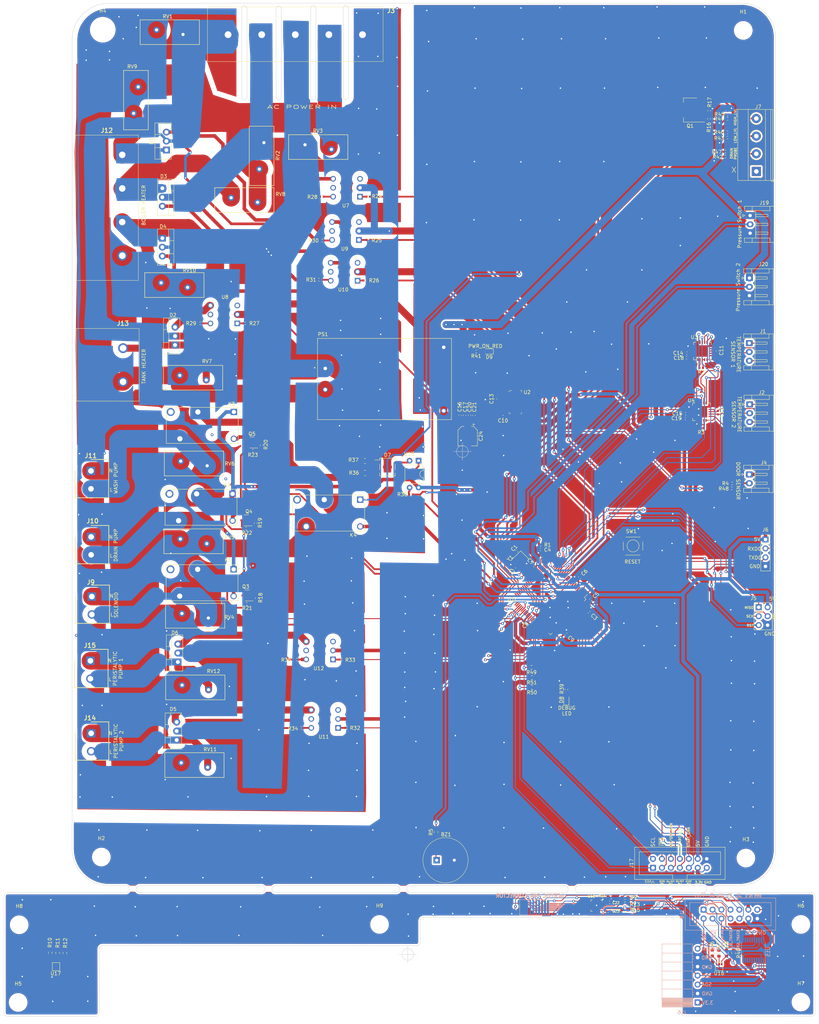
<source format=kicad_pcb>
(kicad_pcb (version 20211014) (generator pcbnew)
  (title_block (date "2022-01-31"))
  (layers (0 "F.Cu" signal) (31 "B.Cu" signal) (34 "B.Paste" user) (35 "F.Paste" user) (36 "B.SilkS" user "B.Silkscreen") (37 "F.SilkS" user "F.Silkscreen") (38 "B.Mask" user) (39 "F.Mask" user) (44 "Edge.Cuts" user))
  (net 0 "")
  (net 1 "Net-(C1-Pad1)")
  (net 2 "GND")
  (net 3 "Net-(C2-Pad1)")
  (net 4 "Net-(C3-Pad1)")
  (net 5 "/RESET")
  (net 6 "+5V")
  (net 7 "+3V3")
  (net 8 "Net-(C22-Pad1)")
  (net 9 "Net-(D7-Pad1)")
  (net 10 "Net-(D7-Pad2)")
  (net 11 "Net-(D7-Pad3)")
  (net 12 "GND1")
  (net 13 "Net-(J1-Pad1)")
  (net 14 "Net-(J2-Pad1)")
  (net 15 "L1")
  (net 16 "L2")
  (net 17 "L3")
  (net 18 "NEUTRAL")
  (net 19 "/EARTH")
  (net 20 "Net-(J4-Pad2)")
  (net 21 "/MISO")
  (net 22 "/MOSI")
  (net 23 "/RXD0")
  (net 24 "/TXD0")
  (net 25 "/PCB 2/ON{slash}OFF")
  (net 26 "/PCB 2/MENU")
  (net 27 "/PCB 2/BACK")
  (net 28 "/PCB 2/LEFT")
  (net 29 "/PCB 2/SET")
  (net 30 "/PCB 2/RIGHT")
  (net 31 "/PCB 2/START")
  (net 32 "/PCB 2/SCREEN_RST")
  (net 33 "/PCB 2/SCL")
  (net 34 "/PCB 2/SDA")
  (net 35 "/mcu_SDA")
  (net 36 "/mcu_SCREEN_RST")
  (net 37 "/RGB_ON{slash}OFF_RED")
  (net 38 "/RGB_ON{slash}OFF_BLU")
  (net 39 "/START_RED")
  (net 40 "/mcu_SCL")
  (net 41 "/mcu_~{IRQ}")
  (net 42 "/RGB_ON{slash}OFF_GRN")
  (net 43 "/START_BLU")
  (net 44 "/START_GRN")
  (net 45 "/PCB 2/mcu_SDA")
  (net 46 "/PCB 2/mcu_SCREEN_RST")
  (net 47 "/PCB 2/RGB_ON{slash}OFF_RED")
  (net 48 "/PCB 2/RGB_ON{slash}OFF_BLU")
  (net 49 "/PCB 2/START_RED")
  (net 50 "/PCB 2/mcu_SCL")
  (net 51 "/PCB 2/mcu_~{IRQ}")
  (net 52 "/PCB 2/RGB_ON{slash}OFF_GRN")
  (net 53 "/PCB 2/START_BLU")
  (net 54 "/PCB 2/START_GRN")
  (net 55 "/BIAS")
  (net 56 "Net-(R2-Pad2)")
  (net 57 "/BIAS1")
  (net 58 "Net-(R3-Pad2)")
  (net 59 "/DOOR_SENSOR")
  (net 60 "/SPEAKER")
  (net 61 "Net-(BZ1-Pad1)")
  (net 62 "Net-(R6-Pad2)")
  (net 63 "Net-(R7-Pad2)")
  (net 64 "Net-(R8-Pad2)")
  (net 65 "Net-(R10-Pad2)")
  (net 66 "Net-(R11-Pad2)")
  (net 67 "Net-(R12-Pad2)")
  (net 68 "Net-(R14-Pad1)")
  (net 69 "/PCB 2/~{IRQ}")
  (net 70 "/ZERO_CROSS_DETECT")
  (net 75 "/DRAIN_PUMP")
  (net 76 "/WASH_PUMP")
  (net 77 "/single_phase_heater_pwm")
  (net 78 "/L1_3phase_heater_pwm")
  (net 79 "/L2_3phase_heater_pwm")
  (net 80 "/L3_3phase_heater_pwm")
  (net 81 "/RTD_~{CS}")
  (net 82 "/RTD_SCLK")
  (net 83 "/RTD_~{DRDY}")
  (net 84 "/RTD_~{CS_1}")
  (net 85 "/RTD_~{DRDY_1}")
  (net 88 "unconnected-(U1-Pad71)")
  (net 89 "unconnected-(U1-Pad72)")
  (net 96 "/~{IRQ}")
  (net 98 "/WATER_LVL_LOW")
  (net 99 "/WATER_LVL_HIGH")
  (net 100 "/WATER_LEVEL_PROBE")
  (net 103 "/peristaltic_pump_1")
  (net 104 "/peristaltic_pump_2")
  (net 105 "/SOLENOID")
  (net 117 "/pressure_sw_1")
  (net 118 "/pressure_sw_2")
  (net 122 "Net-(D8-Pad2)")
  (net 145 "/AC_ACTUATORS/ELEMENT_1")
  (net 146 "Net-(D1-Pad3)")
  (net 147 "Net-(D2-Pad1)")
  (net 148 "Net-(D2-Pad3)")
  (net 149 "/AC_ACTUATORS/ELEMENT_2")
  (net 150 "Net-(D3-Pad3)")
  (net 151 "/AC_ACTUATORS/ELEMENT_3")
  (net 152 "Net-(D4-Pad3)")
  (net 153 "Net-(D5-Pad1)")
  (net 154 "Net-(D5-Pad3)")
  (net 155 "Net-(D6-Pad1)")
  (net 156 "Net-(D6-Pad3)")
  (net 157 "/AC_ACTUATORS/DRAIN_SENSOR_PROBE")
  (net 158 "Net-(J9-Pad2)")
  (net 159 "/AC_ACTUATORS/DRAIN_CONN+")
  (net 160 "Net-(J11-Pad2)")
  (net 161 "Net-(K1-Pad2)")
  (net 163 "Net-(K2-Pad2)")
  (net 165 "Net-(K3-Pad2)")
  (net 167 "Net-(K4-Pad1)")
  (net 169 "Net-(Q3-Pad1)")
  (net 170 "Net-(Q4-Pad1)")
  (net 171 "Net-(Q5-Pad1)")
  (net 172 "Net-(R24-Pad1)")
  (net 173 "Net-(R25-Pad1)")
  (net 174 "Net-(R26-Pad1)")
  (net 175 "Net-(R27-Pad1)")
  (net 176 "Net-(R28-Pad2)")
  (net 177 "Net-(R29-Pad2)")
  (net 178 "Net-(R30-Pad2)")
  (net 179 "Net-(R31-Pad2)")
  (net 180 "Net-(R32-Pad1)")
  (net 181 "Net-(R33-Pad1)")
  (net 182 "Net-(R34-Pad2)")
  (net 183 "Net-(R35-Pad2)")
  (net 196 "/RTD1_IN+")
  (net 197 "/RTD2_IN+")
  (net 198 "/RTD1_IN-")
  (net 199 "/RTD2_IN-")
  (net 200 "Net-(Q1-Pad1)")
  (net 201 "Net-(D9-Pad2)")
  (net 203 "/AC_ACTUATORS/LOW")
  (net 204 "/AC_ACTUATORS/HIGH")
  (net 205 "Net-(J7-Pad4)")
  (net 206 "Net-(R39-Pad1)")
  (net 212 "unconnected-(U1-Pad90)")
  (footprint "Package_TO_SOT_SMD:SOT-23" (layer "F.Cu") (at 120.3375 165.45 180)
    (fp_text reference "Q5")
    (fp_text value "WST2N7002K")
  )
  (footprint "MountingHole:MountingHole_4.3mm_M4" (layer "F.Cu") (at 54.3 302.1)
    (fp_text reference "H8")
    (fp_text value "MountingHole")
  )
  (footprint "greencharge-footprints:SHDR2W100P0X508_1X2_1070X900X1380P" (layer "F.Cu") (at 74.65 173.5 -90)
    (fp_text reference "J11")
    (fp_text value "WASH PUMP CONNECTOR" hide)
  )
  (footprint "MountingHole:MountingHole_4.3mm_M4" (layer "F.Cu") (at 156.5 302)
    (fp_text reference "H9")
    (fp_text value "MountingHole")
  )
  (footprint "Varistor:RV_Disc_D16.5mm_W6.7mm_P7.5mm" (layer "F.Cu") (at 107.75 257.5 180)
    (fp_text reference "RV11")
    (fp_text value "VDR-14D181K")
  )
  (footprint "greencharge-footprints:TE_9-1440003-0" (layer "F.Cu") (at 105.8625 183.8 180)
    (fp_text reference "K2")
    (fp_text value "9-1440003-0")
  )
  (footprint "Package_TO_SOT_SMD:SOT-23" (layer "F.Cu") (at 119 208.79 180)
    (fp_text reference "Q3")
    (fp_text value "WST2N7002K")
  )
  (footprint "Capacitor_SMD:C_0402_1005Metric" (layer "F.Cu") (at 183.3 157.75 90)
    (fp_text reference "C21")
    (fp_text value "100nF")
  )
  (footprint "Varistor:RV_Disc_D16.5mm_W6.7mm_P7.5mm" (layer "F.Cu") (at 107.5 194.1 180)
    (fp_text reference "RV5")
    (fp_text value "VDR-14D181K")
  )
  (footprint "Capacitor_SMD:C_0402_1005Metric" (layer "F.Cu") (at 243.68 140.15 180)
    (fp_text reference "C14")
    (fp_text value "100nF")
  )
  (footprint "Connector_PinSocket_2.54mm:PinSocket_1x04_P2.54mm_Vertical" (layer "F.Cu") (at 265.95 192.92)
    (fp_text reference "J6")
    (fp_text value "Conn_01x04_Male")
  )
  (footprint "Resistor_SMD:R_0402_1005Metric" (layer "F.Cu") (at 147.25 246.3)
    (fp_text reference "R32")
    (fp_text value "200R")
  )
  (footprint "greencharge-footprints:SHDR2W100P0X508_1X2_1070X900X1380P" (layer "F.Cu") (at 74.5 227.3 -90)
    (fp_text reference "J15")
    (fp_text value "peristaltic_pump_1" hide)
  )
  (footprint "Varistor:RV_Disc_D16.5mm_W6.7mm_P7.5mm" (layer "F.Cu") (at 123.7 80.5 -90)
    (fp_text reference "RV2")
    (fp_text value "VDR-14D181K")
  )
  (footprint "digikey-footprints:DIP-6_W7.62mm" (layer "F.Cu") (at 150.26 119.615 180)
    (fp_text reference "U10")
    (fp_text value "MOC3021")
  )
  (footprint "Package_TO_SOT_SMD:SOT-223-3_TabPin2" (layer "F.Cu") (at 244.6 71.25 180)
    (fp_text reference "Q1")
    (fp_text value "DMP6023LE-13")
  )
  (footprint "greencharge-footprints:EAST1616RGBA8" (layer "F.Cu") (at 252.085 314.63 90)
    (fp_text reference "U16")
    (fp_text value "EAST1616RGBA8")
  )
  (footprint "Resistor_SMD:R_0402_1005Metric" (layer "F.Cu") (at 133.05 226.95)
    (fp_text reference "R35")
    (fp_text value "10K")
  )
  (footprint "Capacitor_SMD:C_0402_1005Metric" (layer "F.Cu") (at 189.4 153.1 90)
    (fp_text reference "C13")
    (fp_text value "1uF")
  )
  (footprint "Varistor:RV_Disc_D16.5mm_W6.7mm_P7.5mm" (layer "F.Cu") (at 114.4 96.1)
    (fp_text reference "RV8")
    (fp_text value "VDR-14D181K")
  )
  (footprint "Capacitor_SMD:C_0402_1005Metric" (layer "F.Cu") (at 209.35 219.75 -45)
    (fp_text reference "C9")
    (fp_text value "100nF")
  )
  (footprint "Connector_IDC:IDC-Header_2x07_P2.54mm_Vertical" (layer "F.Cu") (at 234.05 285.95 90)
    (fp_text reference "J17")
    (fp_text value "Conn_02x07_Odd_Even")
  )
  (footprint "Resistor_SMD:R_0402_1005Metric" (layer "F.Cu") (at 209.5 235.45 -90)
    (fp_text reference "R39")
    (fp_text value "500R")
  )
  (footprint "Package_TO_SOT_THT:TO-220-3_Vertical" (layer "F.Cu") (at 99.3 227.64 90)
    (fp_text reference "D6")
    (fp_text value "Q_TRIAC_A1A2G")
  )
  (footprint "greencharge-footprints:387207505" (layer "F.Cu") (at 113.54 49.9)
    (fp_text reference "J3")
    (fp_text value "AC_PWR_IN" hide)
  )
  (footprint "Capacitor_SMD:C_0402_1005Metric" (layer "F.Cu") (at 215.95 213.55 -45)
    (fp_text reference "C3")
    (fp_text value "100nF")
  )
  (footprint "Resistor_SMD:R_0402_1005Metric" (layer "F.Cu") (at 256.4 178.45)
    (fp_text reference "R48")
    (fp_text value "10K")
  )
  (footprint "Resistor_SMD:R_0402_1005Metric" (layer "F.Cu") (at 123.0375 166.25 90)
    (fp_text reference "R20")
    (fp_text value "1K")
  )
  (footprint "Resistor_SMD:R_0402_1005Metric" (layer "F.Cu") (at 256.5 177.05)
    (fp_text reference "R4")
    (fp_text value "200R")
  )
  (footprint "greencharge-footprints:SHDR2W100P0X508_1X2_1070X900X1380P" (layer "F.Cu") (at 74.9 209.1 -90)
    (fp_text reference "J9")
    (fp_text value "SOLENOID CONNECTOR" hide)
  )
  (footprint "Resistor_SMD:R_0603_1608Metric" (layer "F.Cu") (at 65.2 310.075 -90)
    (fp_text reference "R11")
    (fp_text value "150R")
  )
  (footprint "Capacitor_SMD:C_0402_1005Metric" (layer "F.Cu") (at 216.35 210.05 45)
    (fp_text reference "C5")
    (fp_text value "100nF")
  )
  (footprint "Resistor_SMD:R_0603_1608Metric" (layer "F.Cu") (at 199.6 229.15 180)
    (fp_text reference "R49")
    (fp_text value "4.7K")
  )
  (footprint "Resistor_SMD:R_0402_1005Metric" (layer "F.Cu") (at 105.6 131.7)
    (fp_text reference "R29")
    (fp_text value "10K")
  )
  (footprint "Capacitor_SMD:C_0402_1005Metric" (layer "F.Cu") (at 221.745 295.75)
    (fp_text reference "C22")
    (fp_text value "100nF")
  )
  (footprint "Resistor_SMD:R_0805_2012Metric" (layer "F.Cu") (at 152.39 174.1)
    (fp_text reference "R36")
    (fp_text value "47K")
  )
  (footprint "Resistor_SMD:R_0402_1005Metric" (layer "F.Cu") (at 250 71.44 90)
    (fp_text reference "R17")
    (fp_text value "10K")
  )
  (footprint "Resistor_SMD:R_0603_1608Metric" (layer "F.Cu") (at 222.2 294.25)
    (fp_text reference "R14")
    (fp_text value "75K")
  )
  (footprint "Connector_JST:JST_EH_S2B-EH_1x02_P2.50mm_Horizontal" (layer "F.Cu") (at 261.3675 174.5 -90)
    (fp_text reference "J4")
    (fp_text value "MAG_DOOR_SENSOR")
  )
  (footprint "Package_QFP:TQFP-100_14x14mm_P0.5mm" (layer "F.Cu") (at 204.993079 209.893332 -135)
    (fp_text reference "U1")
    (fp_text value "ATmega2560-16AU")
  )
  (footprint "Resistor_SMD:R_0603_1608Metric" (layer "F.Cu") (at 67.25 310.1 -90)
    (fp_text reference "R12")
    (fp_text value "100R")
  )
  (footprint "Capacitor_SMD:C_0402_1005Metric" (layer "F.Cu") (at 179.35 157.75 90)
    (fp_text reference "C16")
    (fp_text value "100nF")
  )
  (footprint "Varistor:RV_Disc_D16.5mm_W6.7mm_P7.5mm" (layer "F.Cu") (at 107.95 215.19 180)
    (fp_text reference "RV4")
    (fp_text value "VDR-14D181K")
  )
  (footprint "Resistor_SMD:R_0603_1608Metric" (layer "F.Cu") (at 226.1 294.4 180)
    (fp_text reference "R9")
    (fp_text value "4.7K")
  )
  (footprint "Capacitor_SMD:C_0402_1005Metric" (layer "F.Cu") (at 191.5 158.1 180)
    (fp_text reference "C10")
    (fp_text value "10uF")
  )
  (footprint "Resistor_SMD:R_0402_1005Metric" (layer "F.Cu") (at 118.4 131.7)
    (fp_text reference "R27")
    (fp_text value "200R")
  )
  (footprint "Capacitor_SMD:C_0402_1005Metric" (layer "F.Cu") (at 202.13 195.75 180)
    (fp_text reference "C4")
    (fp_text value "4.7nF")
  )
  (footprint "Varistor:RV_Disc_D16.5mm_W6.7mm_P7.5mm" (layer "F.Cu") (at 108 235.5 180)
    (fp_text reference "RV12")
    (fp_text value "VDR-14D181K")
  )
  (footprint "Package_TO_SOT_THT:TO-220-3_Vertical" (layer "F.Cu") (at 94.9 93.42 -90)
    (fp_text reference "D3")
    (fp_text value "Q_TRIAC_A1A2G")
  )
  (footprint "Resistor_SMD:R_0402_1005Metric" (layer "F.Cu") (at 152.46 119.55)
    (fp_text reference "R26")
    (fp_text value "200R")
  )
  (footprint "Resistor_SMD:R_0402_1005Metric" (layer "F.Cu") (at 254.61 83.05 180)
    (fp_text reference "R47")
    (fp_text value "1M")
  )
  (footprint "Package_TO_SOT_SMD:SOT-23" (layer "F.Cu") (at 118.7 187.5 180)
    (fp_text reference "Q4")
    (fp_text value "WST2N7002K")
  )
  (footprint "Resistor_SMD:R_0402_1005Metric" (layer "F.Cu") (at 120.5775 167.8 180)
    (fp_text reference "R23")
    (fp_text value "10K")
  )
  (footprint "Varistor:RV_Disc_D16.5mm_W6.7mm_P7.5mm" (layer "F.Cu") (at 86.75 72.2 90)
    (fp_text reference "RV9")
    (fp_text value "VDR-14D181K")
  )
  (footprint "Package_TO_SOT_SMD:TO-269AA" (layer "F.Cu") (at 158.74 172.4)
    (fp_text reference "D7")
    (fp_text value "MB6S")
  )
  (footprint "Resistor_SMD:R_0402_1005Metric" (layer "F.Cu") (at 153.34 108.07)
    (fp_text reference "R25")
    (fp_text value "200R")
  )
  (footprint "Resistor_SMD:R_0603_1608Metric" (layer "F.Cu") (at 63.1 310 -90)
    (fp_text reference "R10")
    (fp_text value "100R")
  )
  (footprint "Capacitor_SMD:C_0402_1005Metric" (layer "F.Cu") (at 180.6 157.75 90)
    (fp_text reference "C17")
    (fp_text value "100nF")
  )
  (footprint "greencharge-footprints:TE_9-1440003-0" (layer "F.Cu") (at 106.2225 160.6 180)
    (fp_text reference "K3")
    (fp_text value "9-1440003-0")
  )
  (footprint "Capacitor_SMD:C_0402_1005Metric" (layer "F.Cu") (at 195.439411 196.185 -135)
    (fp_text reference "C1")
    (fp_text value "22pF")
  )
  (footprint "Capacitor_SMD:CP_Elec_5x5.4" (layer "F.Cu") (at 181.5 163.65 -90)
    (fp_text reference "C24")
    (fp_text value "100uF")
  )
  (footprint "Capacitor_SMD:C_0402_1005Metric" (layer "F.Cu") (at 197.060589 216.439411 -135)
    (fp_text reference "C8")
    (fp_text value "100nF")
  )
  (footprint "Resistor_SMD:R_0402_1005Metric" (layer "F.Cu") (at 153.31 95.8)
    (fp_text reference "R24")
    (fp_text value "200R")
  )
  (footprint "Package_TO_SOT_THT:TO-220-3_Vertical" (layer "F.Cu") (at 98.95 249.75 90)
    (fp_text reference "D5")
    (fp_text value "Q_TRIAC_A1A2G")
  )
  (footprint "Capacitor_SMD:C_0402_1005Metric" (layer "F.Cu") (at 200.460589 200.460589 135)
    (fp_text reference "C7")
    (fp_text value "100nF")
  )
  (footprint "Resistor_SMD:R_0603_1608Metric" (layer "F.Cu") (at 250.85 310.1 -90)
    (fp_text reference "R6")
    (fp_text value "100R")
  )
  (footprint "Resistor_SMD:R_0402_1005Metric" (layer "F.Cu") (at 255.19 72.55 180)
    (fp_text reference "R45")
    (fp_text value "1M")
  )
  (footprint "MountingHole:MountingHole_4.3mm_M4" (layer "F.Cu") (at 276 302)
    (fp_text reference "H6")
    (fp_text value "MountingHole")
  )
  (footprint "Resistor_SMD:R_0402_1005Metric" (layer "F.Cu") (at 202.2 194.4)
    (fp_text reference "R1")
    (fp_text value "10K")
  )
  (footprint "Varistor:RV_Disc_D16.5mm_W6.7mm_P7.5mm" (layer "F.Cu") (at 100.75 49.85 180)
    (fp_text reference "RV1")
    (fp_text value "VDR-14D181K")
  )
  (footprint "Capacitor_SMD:C_0402_1005Metric" (layer "F.Cu") (at 243.6 141.45 180)
    (fp_text reference "C18")
    (fp_text value "100nF")
  )
  (footprint "Connector_JST:JST_EH_S3B-EH_1x03_P2.50mm_Horizontal" (layer "F.Cu") (at 261.4 118.85 -90)
    (fp_text reference "J20")
    (fp_text value "Pressure Switch 2")
  )
  (footprint "greencharge-footprints:TE_9-1440003-0" (layer "F.Cu") (at 142.0625 185.45 180)
    (fp_text reference "K4")
    (fp_text value "9-1440003-0")
  )
  (footprint "Capacitor_SMD:C_0402_1005Metric" (layer "F.Cu") (at 213.2 203.8 45)
    (fp_text reference "C6")
    (fp_text value "100nF")
  )
  (footprint "Resistor_SMD:R_0603_1608Metric" (layer "F.Cu") (at 226.05 297.85 180)
    (fp_text reference "R15")
    (fp_text value "4.7K")
  )
  (footprint "Capacitor_SMD:C_0402_1005Metric" (layer "F.Cu") (at 182.05 157.72 90)
    (fp_text reference "C20")
    (fp_text value "100nF")
  )
  (footprint "digikey-footprints:DIP-6_W7.62mm" (layer "F.Cu") (at 150.66 108.065 180)
    (fp_text reference "U9")
    (fp_text value "MOC3021")
  )
  (footprint "greencharge-footprints:6PCV02006" (layer "F.Cu") (at 84.65 143.45 -90)
    (fp_text reference "J13")
    (fp_text value "TANK HEATER" hide)
  )
  (footprint "Resistor_SMD:R_0603_1608Metric" (layer "F.Cu") (at 226.1 296.1 180)
    (fp_text reference "R13")
    (fp_text value "4.7K")
  )
  (footprint "Package_TO_SOT_THT:TO-220-3_Vertical" (layer "F.Cu") (at 96.05 82.59 90)
    (fp_text reference "D1")
    (fp_text value "Q_TRIAC_A1A2G")
  )
  (footprint "Resistor_SMD:R_0402_1005Metric" (layer "F.Cu") (at 118.64 189.8 180)
    (fp_text reference "R22")
    (fp_text value "10K")
  )
  (footprint "digikey-footprints:DIP-6_W7.62mm" (layer "F.Cu") (at 143.31 226.915 180)
    (fp_text reference "U12")
    (fp_text value "MOC3021")
  )
  (footprint "digikey-footprints:DIP-6_W7.62mm" (layer "F.Cu") (at 144.75 246.315 180)
    (fp_text reference "U11")
    (fp_text value "MOC3021")
  )
  (footprint "digikey-footprints:DIP-6_W7.62mm" (layer "F.Cu") (at 116.16 131.715 180)
    (fp_text reference "U8")
    (fp_text value "MOC3021")
  )
  (footprint "Resistor_SMD:R_0402_1005Metric" (layer "F.Cu") (at 140.25 108.22)
    (fp_text reference "R30")
    (fp_text value "10K")
  )
  (footprint "Capacitor_SMD:C_0402_1005Metric" (layer "F.Cu") (at 221.35 298.25)
    (fp_text reference "C23")
    (fp_text value "100nF")
  )
  (footprint "Capacitor_SMD:C_0402_1005Metric" (layer "F.Cu") (at 252.3 139.55 90)
    (fp_text reference "C11")
    (fp_text value "100nF")
  )
  (footprint "Resistor_SMD:R_0402_1005Metric" (layer "F.Cu") (at 254.61 84.45 180)
    (fp_text reference "R42")
    (fp_text value "1K")
  )
  (footprint "greencharge-footprints:QFN65P500X500X80-21N" (layer "F.Cu") (at 248.05 139.535 90)
    (fp_text reference "U3")
    (fp_text value "MAX31865ATP+T")
  )
  (footprint "MountingHole:MountingHole_4.3mm_M4" (layer "F.Cu") (at 260.4 283.2)
    (fp_text reference "H3")
    (fp_text value "MountingHole")
  )
  (footprint "Varistor:RV_Disc_D16.5mm_W6.7mm_P7.5mm" (layer "F.Cu") (at 107.35 147.75 180)
    (fp_text reference "RV7")
    (fp_text value "VDR-14D181K")
  )
  (footprint "Connector_PinHeader_2.54mm:PinHeader_2x03_P2.54mm_Vertical" (layer "F.Cu") (at 264.025 212.125)
    (fp_text reference "J5")
    (fp_text value "Conn_02x03_Odd_Even")
  )
  (footprint "Resistor_SMD:R_0805_2012Metric" (layer "F.Cu") (at 152.34 170.7)
    (fp_text reference "R37")
    (fp_text value "47K")
  )
  (footprint "Resistor_SMD:R_0402_1005Metric" (layer "F.Cu") (at 140.14 95.8)
    (fp_text reference "R28")
    (fp_text value "10K")
  )
  (footprint "Resistor_SMD:R_0402_1005Metric" (layer "F.Cu") (at 121.65 209.55 90)
    (fp_text reference "R18")
    (fp_text value "1K")
  )
  (footprint "digikey-footprints:DIP-6_W7.62mm" (layer "F.Cu") (at 150.96 95.815 180)
    (fp_text reference "U7")
    (fp_text value "MOC3021")
  )
  (footprint "greencharge-footprints:K2-1187SQ-D4SW-06" (layer "F.Cu") (at 228.35 194.55 180)
    (fp_text reference "SW1")
    (fp_text value "SW_Push")
  )
  (footprint "greencharge-footprints:CONV_HLK-5M05" (layer "F.Cu") (at 157.9 147.47)
    (fp_text reference "PS1")
    (fp_text value "HLK-5M05")
  )
  (footprint "greencharge-footprints:TE_9-1440003-0" (layer "F.Cu") (at 106.1625 205.19 180)
    (fp_text reference "K1")
    (fp_text value "9-1440003-0")
  )
  (footprint "MountingHole:MountingHole_4.3mm_M4" (layer "F.Cu") (at 78 48.5)
    (fp_text reference "H4")
    (fp_text value "MountingHole")
  )
  (footprint "Resistor_SMD:R_0402_1005Metric" (layer "F.Cu") (at 183.9 139.65)
    (fp_text reference "R41")
    (fp_text value "500R")
  )
  (footprint "Capacitor_SMD:C_0402_1005Metric" (layer "F.Cu") (at 194.810589 201.235 135)
    (fp_text reference "C2")
    (fp_text value "22pF")
  )
  (footprint "Capacitor_SMD:C_0402_1005Metric" (layer "F.Cu") (at 252.45 157 90)
    (fp_text reference "C12")
    (fp_text value "100nF")
  )
  (footprint "Resistor_SMD:R_0603_1608Metric" (layer "F.Cu") (at 172.5 275.825 -90)
    (fp_text reference "R5")
    (fp_text value "100R")
  )
  (footprint "greencharge-footprints:SHDR2W100P0X508_1X2_1070X900X1380P" (layer "F.Cu") (at 74.7 192.2 -90)
    (fp_text reference "J10")
    (fp_text value "DRAIN PUMP CONNECTOR" hide)
  )
  (footprint "Resistor_SMD:R_0402_1005Metric" (layer "F.Cu") (at 247.74 144.3)
    (fp_text reference "R2")
    (fp_text value "4300 R_0.1%")
  )
  (footprint "MountingHole:MountingHole_4.3mm_M4" (layer "F.Cu") (at 77.6 282.9)
    (fp_text reference "H2")
    (fp_text value "MountingHole")
  )
  (footprint "greencharge-footprints:EAST1616RGBA8" (layer "F.Cu") (at 64.035 314.63 90)
    (fp_text reference "U17")
    (fp_text value "EAST1616RGBA8")
  )
  (footprint "MountingHole:MountingHole_4.3mm_M4" (layer "F.Cu") (at 259.65 48.7)
    (fp_text reference "H1")
    (fp_text value "MountingHole")
  )
  (footprint "Resistor_SMD:R_0402_1005Metric" (layer "F.Cu") (at 121.35 188.3 90)
    (fp_text reference "R19")
    (fp_text value "1K")
  )
  (footprint "LED_SMD:LED_0603_1608Metric" (layer "F.Cu") (at 209.5 238.35 90)
    (fp_text reference "D8")
    (fp_text value "DBG_LED_BLUE")
  )
  (footprint "Connector_JST:JST_EH_S3B-EH_1x03_P2.50mm_Horizontal" (layer "F.Cu") (at 261.3675 137.3 -90)
    (fp_text reference "J1")
    (fp_text value "RTD_TANK_SENSOR")
  )
  (footprint "Resistor_SMD:R_0402_1005Metric" (layer "F.Cu") (at 255.21 73.75 180)
    (fp_text reference "R44")
    (fp_text value "1K")
  )
  (footprint "greencharge-footprints:barrier_terminal_6PCV_04_006" (layer "F.Cu") (at 83.5165 83.951 -90)
    (fp_text reference "J12")
    (fp_text value "BOILER HEATER CONNECTOR" hide)
  )
  (footprint "digikey-footprints:SOT-223" (layer "F.Cu") (at 195 154 -90)
    (fp_text reference "U2")
    (fp_text value "LM1117-3.3")
  )
  (footprint "Resistor_SMD:R_0402_1005Metric" (layer "F.Cu") (at 249.9 73.76 90)
    (fp_text reference "R16")
    (fp_text value "1K")
  )
  (footprint "Resistor_SMD:R_0402_1005Metric" (layer "F.Cu") (at 247.85 161.4)
    (fp_text reference "R3")
    (fp_text value "4300 R_0.1%")
  )
  (footprint "Resistor_SMD:R_0603_1608Metric" (layer "F.Cu") (at 199.7 232.05 180)
    (fp_text reference "R51")
    (fp_text value "4.7K")
  )
  (footprint "Resistor_SMD:R_0402_1005Metric" (layer "F.Cu") (at 255.19 79.05 180)
    (fp_text reference "R43")
    (fp_text value "1K")
  )
  (footprint "Resistor_SMD:R_0402_1005Metric" (layer "F.Cu") (at 255.2 77.55 180)
    (fp_text reference "R46")
    (fp_text value "1M")
  )
  (footprint "Connector_JST:JST_EH_S3B-EH_1x03_P2.50mm_Horizontal" (layer "F.Cu") (at 261.6 101.15 -90)
    (fp_text reference "J19")
    (fp_text value "Pressure Switch 1")
  )
  (footprint "Capacitor_SMD:C_0402_1005Metric" (layer "F.Cu") (at 243.25 158.65 180)
    (fp_text reference "C19")
    (fp_text value "100nF")
  )
  (footprint "LED_SMD:LED_0603_1608Metric" (layer "F.Cu") (at 187.3 139.65 180)
    (fp_text reference "D9")
    (fp_text value "PWR_ON_RED")
  )
  (footprint "Varistor:RV_Disc_D16.5mm_W6.7mm_P7.5mm" (layer "F.Cu") (at 107.61 172.05 180)
    (fp_text reference "RV6")
    (fp_text value "VDR-14D181K")
  )
  (footprint "Resistor_SMD:R_0402_1005Metric" (layer "F.Cu") (at 118.8 211.19 180)
    (fp_text reference "R21")
    (fp_text value "10K")
  )
  (footprint "MountingHole:MountingHole_4.3mm_M4" (layer "F.Cu") (at 54 324.1)
    (fp_text reference "H5")
    (fp_text value "MountingHole")
  )
  (footprint "Resistor_SMD:R_0402_1005Metric" (layer "F.Cu") (at 139.25 119.35)
    (fp_text reference "R31")
    (fp_text value "10K")
  )
  (footprint "greencharge-footprints:QFN65P500X500X80-21N" (layer "F.Cu") (at 247.8 156.735 90)
    (fp_text reference "U4")
    (fp_text value "MAX31865ATP+T")
  )
  (footprint "digikey-footprints:Piezo_Transducer_THT_PS1240P02BT" (layer "F.Cu") (at 172.7 283.8 90)
    (fp_text reference "BZ1")
    (fp_text value "PS1240P02BT")
  )
  (footprint "Resistor_SMD:R_0402_1005Metric" (layer "F.Cu") (at 165.4 180.2 180)
    (fp_text reference "R38")
    (fp_text value "1K")
  )
  (footprint "Package_TO_SOT_THT:TO-220-3_Vertical" (layer "F.Cu") (at 98.495 137.84 90)
    (fp_text reference "D2")
    (fp_text value "Q_TRIAC_A1A2G")
  )
  (footprint "Varistor:RV_Disc_D16.5mm_W6.7mm_P7.5mm" (layer "F.Cu") (at 135.35 81.1)
    (fp_text reference "RV3")
    (fp_text value "VDR-14D181K")
  )
  (footprint "Resistor_SMD:R_0603_1608Metric" (layer "F.Cu") (at 199.725 234.85 180)
    (fp_text reference "R50")
    (fp_text value "4.7K")
  )
  (footprint "Resistor_SMD:R_0402_1005Metric" (layer "F.Cu") (at 134.3 246.35)
    (fp_text reference "R34")
    (fp_text value "10K")
  )
  (footprint "Resistor_SMD:R_0603_1608Metric" (layer "F.Cu") (at 256.9 310.15 -90)
    (fp_text reference "R40")
    (fp_text value "4.7K")
  )
  (footprint "Connector_JST:JST_EH_S3B-EH_1x03_P2.50mm_Horizontal" (layer "F.Cu") (at 261.4675 154.65 -90)
    (fp_text reference "J2")
    (fp_text value "RTD_BOILER_SENSOR")
  )
  (footprint "Crystal:Crystal_SMD_SeikoEpson_FA238-4Pin_3.2x2.5mm" (layer "F.Cu") (at 196.25 198.7 -135)
    (fp_text reference "Y1")
    (fp_text value "C3E-16.000-12-1010-M")
  )
  (footprint "Varistor:RV_Disc_D16.5mm_W6.7mm_P7.5mm" (layer "F.Cu") (at 102.05 121.5 180)
    (fp_text reference "RV10")
    (fp_text value "VDR-14D181K")
  )
  (footprint "Package_DIP:DIP-4_W7.62mm" (layer "F.Cu") (at 167.565 170.6 -90)
    (fp_text reference "U13")
    (fp_text value "EL817")
  )
  (footprint "Resistor_SMD:R_0603_1608Metric" (layer "F.Cu") (at 254.9 310.125 -90)
    (fp_text reference "R8")
    (fp_text value "100R")
  )
  (footprint "MountingHole:MountingHole_4.3mm_M4" (layer "F.Cu") (at 276 324)
    (fp_text reference "H7")
    (fp_text value "MountingHole")
  )
  (footprint "Package_DFN_QFN:UQFN-20_3x3mm_P0.4mm" (layer "F.Cu") (at 218.031 296.668 180)
    (fp_text reference "U18")
    (fp_text value "MPR121QR2")
  )
  (footprint "Resistor_SMD:R_0603_1608Metric" (layer "F.Cu") (at 252.75 310.15 -90)
    (fp_text reference "R7")
    (fp_text value "150R")
  )
  (footprint "Package_TO_SOT_THT:TO-220-3_Vertical" (layer "F.Cu") (at 94.9 107.56 -90)
    (fp_text reference "D4")
    (fp_text value "Q_TRIAC_A1A2G")
  )
  (footprint "Resistor_SMD:R_0402_1005Metric" (layer "F.Cu") (at 145.7 226.95)
    (fp_text reference "R33")
    (fp_text value "200R")
  )
  (footprint "greencharge-footprints:SHDR2W100P0X508_1X2_1070X900X1380P" (layer "F.Cu") (at 74.7 247.85 -90)
    (fp_text reference "J14")
    (fp_text value "peristaltic_pump_2" hide)
  )
  (footprint "Capacitor_SMD:C_0402_1005Metric" (layer "F.Cu") (at 243.3 157.35 180)
    (fp_text reference "C15")
    (fp_text value "100nF")
  )
  (footprint "TerminalBlock_Phoenix:TerminalBlock_Phoenix_MKDS-1,5-4_1x04_P5.00mm_Horizontal" (layer "F.Cu") (at 263.355 88.65 90)
    (fp_text reference "J7")
    (fp_text value "Water sensor connector")
  )
  (footprint "Connector_PinSocket_2.54mm:PinSocket_1x07_P2.54mm_Horizontal" (layer "B.Cu") (at 246.7 324.1)
    (fp_text reference "J16")
    (fp_text value "SCREEN CONNECTOR")
  )
  (footprint "Connector_IDC:IDC-Header_2x07_P2.54mm_Vertical" (layer "B.Cu") (at 248.4 297.8 -90)
    (fp_text reference "J18")
    (fp_text value "Conn_02x07_Odd_Even")
  )
  (footprint "Package_SO:TSSOP-20_4.4x6.5mm_P0.65mm" (layer "B.Cu") (at 262.5 309.25 90)
    (fp_text reference "U15")
    (fp_text value "TXS0108EPW")
  )
  (footprint "greencharge-footprints:custom_connector_0.83pitch" (layer "B.Cu") (at 204.252 297.18 180)
    (fp_text reference "J8")
    (fp_text value "Conn_01x10_Male")
  )
  (gr_arc (start 79.7 291) (mid 72.346089 287.953911) (end 69.3 280.6) (layer "Edge.Cuts") (width 0.1))
  (gr_arc (start 118.9 67.6) (mid 118.15 68.35) (end 117.4 67.6) (layer "Edge.Cuts") (width 0.1))
  (gr_arc (start 165.25 293) (mid 164.25 292) (end 165.25 291) (layer "Edge.Cuts") (width 0.1))
  (gr_arc (start 168 307) (mid 167.707107 307.707107) (end 167 308) (layer "Edge.Cuts") (width 0.1))
  (gr_arc (start 279.992893 327) (mid 279.7 327.707107) (end 278.992893 328) (layer "Edge.Cuts") (width 0.1))
  (gr_arc (start 88.5 293) (mid 87.5 292) (end 88.5 291) (layer "Edge.Cuts") (width 0.1))
  (gr_arc (start 51 328) (mid 50.292893 327.707107) (end 50 327) (layer "Edge.Cuts") (width 0.1))
  (gr_line (start 280 294) (end 279.992893 327) (layer "Edge.Cuts") (width 0.1))
  (gr_line (start 138.45 42.45) (end 138.45 67.55) (layer "Edge.Cuts") (width 0.1))
  (gr_line (start 146.2 42.45) (end 146.2 67.55) (layer "Edge.Cuts") (width 0.1))
  (gr_line (start 118.9 42.5) (end 118.9 67.6) (layer "Edge.Cuts") (width 0.1))
  (gr_line (start 88.5 291) (end 123 291) (layer "Edge.Cuts") (width 0.1))
  (gr_arc (start 279 293) (mid 279.707107 293.292893) (end 280 294) (layer "Edge.Cuts") (width 0.1))
  (gr_arc (start 123 291) (mid 124 292) (end 123 293) (layer "Edge.Cuts") (width 0.1))
  (gr_line (start 161.25 293) (end 127 293) (layer "Edge.Cuts") (width 0.1))
  (gr_line (start 123 293) (end 88.5 293) (layer "Edge.Cuts") (width 0.1))
  (gr_line (start 79.7 291) (end 84.5 291) (layer "Edge.Cuts") (width 0.1))
  (gr_line (start 77.957107 307.957107) (end 167 308) (layer "Edge.Cuts") (width 0.1))
  (gr_arc (start 268.8 280.6) (mid 265.818641 287.947788) (end 258.5 291) (layer "Edge.Cuts") (width 0.1))
  (gr_arc (start 138.45 67.55) (mid 137.7 68.3) (end 136.95 67.55) (layer "Edge.Cuts") (width 0.1))
  (gr_line (start 84.5 293) (end 51 293.007107) (layer "Edge.Cuts") (width 0.1))
  (gr_line (start 243.007107 327.892893) (end 278.992893 328) (layer "Edge.Cuts") (width 0.1))
  (gr_line (start 213 291) (end 248.25 291) (layer "Edge.Cuts") (width 0.1))
  (gr_line (start 51 328) (end 76 328) (layer "Edge.Cuts") (width 0.1))
  (gr_line (start 127.15 42.55) (end 127.15 67.65) (layer "Edge.Cuts") (width 0.1))
  (gr_line (start 69.3 280.6) (end 69.3 51.4) (layer "Edge.Cuts") (width 0.1))
  (gr_line (start 252.25 291) (end 258.5 291) (layer "Edge.Cuts") (width 0.1))
  (gr_arc (start 146.2 42.45) (mid 146.95 41.7) (end 147.7 42.45) (layer "Edge.Cuts") (width 0.1))
  (gr_arc (start 209 291) (mid 210 292) (end 209 293) (layer "Edge.Cuts") (width 0.1))
  (gr_line (start 268.8 50.6) (end 268.8 280.6) (layer "Edge.Cuts") (width 0.1))
  (gr_line (start 258.4 41) (end 79.7 41) (layer "Edge.Cuts") (width 0.1))
  (gr_arc (start 117.4 42.5) (mid 118.15 41.75) (end 118.9 42.5) (layer "Edge.Cuts") (width 0.1))
  (gr_arc (start 77 327) (mid 76.707107 327.707107) (end 76 328) (layer "Edge.Cuts") (width 0.1))
  (gr_arc (start 69.3 51.4) (mid 72.346089 44.046089) (end 79.7 41) (layer "Edge.Cuts") (width 0.1))
  (gr_line (start 127 291) (end 161.25 291) (layer "Edge.Cuts") (width 0.1))
  (gr_line (start 136.95 42.45) (end 136.95 67.55) (layer "Edge.Cuts") (width 0.1))
  (gr_line (start 209 293) (end 165.25 293) (layer "Edge.Cuts") (width 0.1))
  (gr_arc (start 240.992893 299.957107) (mid 241.7 300.25) (end 241.992893 300.957107) (layer "Edge.Cuts") (width 0.1))
  (gr_line (start 165.25 291) (end 209 291) (layer "Edge.Cuts") (width 0.1))
  (gr_line (start 147.7 42.45) (end 147.7 67.55) (layer "Edge.Cuts") (width 0.1))
  (gr_line (start 117.4 42.5) (end 117.4 67.6) (layer "Edge.Cuts") (width 0.1))
  (gr_arc (start 168 300.957107) (mid 168.292893 300.25) (end 169 299.957107) (layer "Edge.Cuts") (width 0.1))
  (gr_arc (start 127.15 42.55) (mid 127.9 41.8) (end 128.65 42.55) (layer "Edge.Cuts") (width 0.1))
  (gr_arc (start 76.957107 308.957107) (mid 77.25 308.25) (end 77.957107 307.957107) (layer "Edge.Cuts") (width 0.1))
  (gr_arc (start 252.25 293) (mid 251.25 292) (end 252.25 291) (layer "Edge.Cuts") (width 0.1))
  (gr_line (start 279 293) (end 252.25 293) (layer "Edge.Cuts") (width 0.1))
  (gr_arc (start 258.4 41) (mid 265.70159 43.523278) (end 268.8 50.6) (layer "Edge.Cuts") (width 0.1))
  (gr_arc (start 128.65 67.65) (mid 127.9 68.4) (end 127.15 67.65) (layer "Edge.Cuts") (width 0.1))
  (gr_arc (start 213 293) (mid 212 292) (end 213 291) (layer "Edge.Cuts") (width 0.1))
  (gr_line (start 168 307) (end 168 300.957107) (layer "Edge.Cuts") (width 0.1))
  (gr_line (start 241.992893 300.957107) (end 242.007107 326.892893) (layer "Edge.Cuts") (width 0.1))
  (gr_arc (start 243.007107 327.892893) (mid 242.3 327.6) (end 242.007107 326.892893) (layer "Edge.Cuts") (width 0.1))
  (gr_arc (start 147.7 67.55) (mid 146.95 68.3) (end 146.2 67.55) (layer "Edge.Cuts") (width 0.1))
  (gr_line (start 248.25 293) (end 213 293) (layer "Edge.Cuts") (width 0.1))
  (gr_line (start 77 327) (end 76.957107 308.957107) (layer "Edge.Cuts") (width 0.1))
  (gr_arc (start 127 293) (mid 126 292) (end 127 291) (layer "Edge.Cuts") (width 0.1))
  (gr_arc (start 161.25 291) (mid 162.25 292) (end 161.25 293) (layer "Edge.Cuts") (width 0.1))
  (gr_line (start 128.65 42.55) (end 128.65 67.65) (layer "Edge.Cuts") (width 0.1))
  (gr_line (start 169 299.957107) (end 240.992893 299.957107) (layer "Edge.Cuts") (width 0.1))
  (gr_arc (start 50 294.007107) (mid 50.292893 293.3) (end 51 293.007107) (layer "Edge.Cuts") (width 0.1))
  (gr_arc (start 136.95 42.45) (mid 137.7 41.7) (end 138.45 42.45) (layer "Edge.Cuts") (width 0.1))
  (gr_arc (start 84.5 291) (mid 85.5 292) (end 84.5 293) (layer "Edge.Cuts") (width 0.1))
  (gr_line (start 50 294.007107) (end 50 327) (layer "Edge.Cuts") (width 0.1))
  (gr_arc (start 248.25 291) (mid 249.25 292) (end 248.25 293) (layer "Edge.Cuts") (width 0.1))
  (gr_text "ACRYLIC PAD CONNECTOR" (at 199.136 293.878) (layer "B.SilkS") (effects (font (size 1 1) (thickness 0.25)) (justify mirror)))
  (gr_text "START_BLU" (at 256.1585 306.45 90) (layer "B.SilkS") (effects (font (size 0.7 0.7)) (justify mirror)))
  (gr_text "SCRN_RST" (at 250.4 308.9) (layer "B.SilkS") (effects (font (size 0.7 0.7)) (justify mirror)))
  (gr_text "START_GRN" (at 258.25 306.45 90) (layer "B.SilkS") (effects (font (size 0.7 0.7)) (justify mirror)))
  (gr_text "GND" (at 249.35 314.1) (layer "B.SilkS") (effects (font (size 1 1)) (justify mirror)))
  (gr_text "ON/OFF_GRN" (at 253.7 306.15 -270) (layer "B.SilkS") (effects (font (size 0.5 0.5) (thickness 0.125)) (justify mirror)))
  (gr_text "START\nRED" (at 258.4 293.75 180) (layer "B.SilkS") (effects (font (size 0.4 0.4) (thickness 0.1)) (justify mirror)))
  (gr_text "GND" (at 249.4 321.6) (layer "B.SilkS") (effects (font (size 1 1)) (justify mirror)))
  (gr_text "SDA" (at 246.85 293.85 180) (layer "B.SilkS") (effects (font (size 0.7 0.7) (thickness 0.1)) (justify mirror)))
  (gr_text "~{IRQ}" (at 251 305.1 -90) (layer "B.SilkS") (effects (font (size 1 1)) (justify mirror)))
  (gr_text "SDA" (at 249.3 319) (layer "B.SilkS") (effects (font (size 1 1)) (justify mirror)))
  (gr_text "SCL" (at 248.45 305.2 -90) (layer "B.SilkS") (effects (font (size 1 1)) (justify mirror)))
  (gr_text "ON/OFF\nRED" (at 253.25 293.75 180) (layer "B.SilkS") (effects (font (size 0.4 0.4) (thickness 0.1)) (justify mirror)))
  (gr_text "3.3V" (at 261.25 293.85 180) (layer "B.SilkS") (effects (font (size 0.7 0.7)) (justify mirror)))
  (gr_text "ON/OFF\nBLU" (at 255.9 293.75 180) (layer "B.SilkS") (effects (font (size 0.4 0.4) (thickness 0.1)) (justify mirror)))
  (gr_text "SCRN\nRST" (at 250.85 293.55 180) (layer "B.SilkS") (effects (font (size 0.4 0.4) (thickness 0.1)) (justify mirror)))
  (gr_text "GND" (at 249.3 311.45) (layer "B.SilkS") (effects (font (size 1 1)) (justify mirror)))
  (gr_text "3.3V" (at 249.55 324.2) (layer "B.SilkS") (effects (font (size 1 1)) (justify mirror)))
  (gr_text "SCL" (at 249.15 316.6) (layer "B.SilkS") (effects (font (size 1 1)) (justify mirror)))
  (gr_text "5V" (at 261.05 304.3 180) (layer "B.SilkS") (effects (font (size 1 1)) (justify mirror)))
  (gr_text "GND" (at 263.8 293.85 180) (layer "B.SilkS") (effects (font (size 0.7 0.7)) (justify mirror)))
  (gr_text "GND" (at 264.55 304.3 180) (layer "B.SilkS") (effects (font (size 1 1)) (justify mirror)))
  (gr_text "N" (at 80.3 173.45) (layer "F.SilkS") (effects (font (size 1 1))))
  (gr_text "DRAIN\nPROBE" (at 256.9 83.55 90) (layer "F.SilkS") (effects (font (size 0.7 0.7))))
  (gr_text "5V" (at 263.6 192.9) (layer "F.SilkS") (effects (font (size 1 1))))
  (gr_text "L" (at 80.6 214.25) (layer "F.SilkS") (effects (font (size 1 1))))
  (gr_text "DEBUG\nLED" (at 209.6 241.45) (layer "F.SilkS") (effects (font (size 1 1))))
  (gr_text "SDA" (at 232.65 289.8) (layer "F.SilkS") (effects (font (size 0.7 0.7) (thickness 0.1))))
  (gr_text "5V" (at 267.9 209.7) (layer "F.SilkS") (effects (font (size 1 1))))
  (gr_text "RESET" (at 228.25 199.25) (layer "F.SilkS") (effects (font (size 1 1))))
  (gr_text "START_GRN" (at 244.2 277.25 90) (layer "F.SilkS") (effects (font (size 0.7 0.7))))
  (gr_text "GND" (at 267.15 219.65) (layer "F.SilkS") (effects (font (size 1 1))))
  (gr_text "RST" (at 261.6 217.3) (layer "F.SilkS") (effects (font (size 0.7 0.7))))
  (gr_text "SCL" (at 234.05 278.65 90) (layer "F.SilkS") (effects (font (size 1 1))))
  (gr_text "PERISTALYTIC\nPUMP 2" (at 82.5 250.05 90) (layer "F.SilkS") (effects (font (size 1 1))))
  (gr_text "DRAIN PUMP" (at 81.7 194.55 90) (layer "F.SilkS") (effects (font (size 1 1))))
  (gr_text "~{IRQ}" (at 236.6 278.6 90) (layer "F.SilkS") (effects (font (size 1 1))))
  (gr_text "GND" (at 262.95 200.55) (layer "F.SilkS") (effects (font (size 1 1))))
  (gr_text "N" (at 80.5 208.95) (layer "F.SilkS") (effects (font (size 1 1))))
  (gr_text "RXD0" (at 262.8 195.6) (layer "F.SilkS") (effects (font (size 1 1))))
  (gr_text "ON/OFF_GRN" (at 239.2 276.65 90) (layer "F.SilkS") (effects (font (size 0.7 0.7))))
  (gr_text "DOOR SENSOR" (at 258.2 176.3 270) (layer "F.SilkS") (effects (font (size 1 1))))
  (gr_text "SCK" (at 261.55 214.7) (layer "F.SilkS") (effects (font (size 0.7 0.7))))
  (gr_text "TEMPERATURE\nSENSOR 1" (at 257.55 140.5 270) (layer "F.SilkS") (effects (font (size 1 1))))
  (gr_text "X" (at 257 88.25) (layer "F.SilkS") (effects (font (size 1.5 1.5))))
  (gr_text "PERISTALYTIC\nPUMP 1" (at 82.3 229.5 90) (layer "F.SilkS") (effects (font (size 1 1))))
  (gr_text "MISO" (at 261.3 212.25) (layer "F.SilkS") (effects (font (size 0.7 0.7))))
  (gr_text "WASH PUMP" (at 81.7 175.55 90) (layer "F.SilkS") (effects (font (size 1 1))))
  (gr_text "L" (at 80.4 197.55) (layer "F.SilkS") (effects (font (size 1 1))))
  (gr_text "GND" (at 249.6 290.05) (layer "F.SilkS") (effects (font (size 0.7 0.7))))
  (gr_text "SCRN\nRST" (at 236.65 290.1) (layer "F.SilkS") (effects (font (size 0.4 0.4) (thickness 0.1))))
  (gr_text "HIGH_LVL" (at 257.4 73.25 90) (layer "F.SilkS") (effects (font (size 0.7 0.7))))
  (gr_text "N" (at 80 227.25) (layer "F.SilkS") (effects (font (size 1 1))))
  (gr_text "SOLENOID" (at 81.8 211.5 90) (layer "F.SilkS") (effects (font (size 1 1))))
  (gr_text "LOW_LVL" (at 257.4 78.45 90) (layer "F.SilkS") (effects (font (size 0.7 0.7))))
  (gr_text "ON/OFF\nRED" (at 239.05 290.15) (layer "F.SilkS") (effects (font (size 0.4 0.4) (thickness 0.1))))
  (gr_text "TANK HEATER" (at 89.65 143.9 90) (layer "F.SilkS") (effects (font (size 1 1))))
  (gr_text "N" (at 80.2 247.85) (layer "F.SilkS") (effects (font (size 1 1))))
  (gr_text "L" (at 80.1 232.55) (layer "F.SilkS") (effects (font (size 1 1))))
  (gr_text "BOILER HEATER" (at 89.6 98.25 90) (layer "F.SilkS") (effects (font (size 1 1))))
  (gr_text "L" (at 80.3 253.15) (layer "F.SilkS") (effects (font (size 1 1))))
  (gr_text "TXD0" (at 263 198.1) (layer "F.SilkS") (effects (font (size 1 1))))
  (gr_text "L" (at 80.4 178.85) (layer "F.SilkS") (effects (font (size 1 1))))
  (gr_text "3.3V" (at 247.05 290.05) (layer "F.SilkS") (effects (font (size 0.7 0.7))))
  (gr_text "ON/OFF\nBLU" (at 241.7 290.1) (layer "F.SilkS") (effects (font (size 0.4 0.4) (thickness 0.1))))
  (gr_text "START\nRED" (at 244.2 290.1) (layer "F.SilkS") (effects (font (size 0.4 0.4) (thickness 0.1))))
  (gr_text "GND" (at 249.4 278.5 90) (layer "F.SilkS") (effects (font (size 1 1))))
  (gr_text "AC POWER IN" (at 134.55 70.4) (layer "F.SilkS") (effects (font (size 1 2))))
  (gr_text "START_BLU" (at 241.7 277.3 90) (layer "F.SilkS") (effects (font (size 0.7 0.7))))
  (gr_text "MOSI" (at 268.35 214.75 -90) (layer "F.SilkS") (effects (font (size 0.5 0.5) (thickness 0.125))))
  (gr_text "TEMPERATURE\nSENSOR 2" (at 257.75 157.5 270) (layer "F.SilkS") (effects (font (size 1 1))))
  (gr_text "5V" (at 246.75 279.1 90) (layer "F.SilkS") (effects (font (size 1 1))))
  (gr_text "N" (at 80.3 192.25) (layer "F.SilkS") (effects (font (size 1 1))))
  (target plus (at 180 168) (size 5) (width 0.1) (layer "Edge.Cuts"))
  (target plus (at 164.5 310.5) (size 5) (width 0.1) (layer "Edge.Cuts"))
  (via (at 112.9 175.75) (size 0.8) (drill 0.4) (layers "F.Cu" "B.Cu") (net 0))
  (via (at 109 163.25) (size 0.8) (drill 0.4) (layers "F.Cu" "B.Cu") (net 0))
  (segment (start 198.95 197.75) (end 198.15 196.95) (width 0.254) (layer "F.Cu") (net 1))
  (segment (start 195.778822 195.845589) (end 196.462132 196.528899) (width 0.254) (layer "F.Cu") (net 1))
  (segment (start 196.868629 196.95) (end 196.462132 197.356497) (width 0.254) (layer "F.Cu") (net 1))
  (segment (start 196.462132 196.528899) (end 196.462132 197.356497) (width 0.254) (layer "F.Cu") (net 1))
  (segment (start 198.15 196.95) (end 196.868629 196.95) (width 0.254) (layer "F.Cu") (net 1))
  (segment (start 201.34264 202.707359) (end 198.95 200.314719) (width 0.254) (layer "F.Cu") (net 1))
  (segment (start 198.95 200.314719) (end 198.95 197.75) (width 0.254) (layer "F.Cu") (net 1))
  (segment (start 223.15 294.375) (end 223.025 294.25) (width 0.2) (layer "F.Cu") (net 2))
  (segment (start 120.0675 167.8) (end 118.45 167.8) (width 0.5) (layer "F.Cu") (net 2))
  (segment (start 250.235 155.435) (end 249.1 155.435) (width 0.254) (layer "F.Cu") (net 2))
  (segment (start 245.615 138.235) (end 246.75 138.235) (width 0.254) (layer "F.Cu") (net 2))
  (segment (start 116.9 184.3) (end 114.7 184.3) (width 0.5) (layer "F.Cu") (net 2))
  (segment (start 173.775 105.525) (end 202.65 134.4) (width 2) (layer "F.Cu") (net 2))
  (segment (start 161.05 126.2) (end 173.32 138.47) (width 2) (layer "F.Cu") (net 2))
  (segment (start 200.071178 200.121178) (end 199.7 199.75) (width 0.5) (layer "F.Cu") (net 2))
  (segment (start 143.31 224.375) (end 162.925 224.375) (width 1) (layer "F.Cu") (net 2))
  (segment (start 122.45 217.05) (end 145.1 217.05) (width 0.5) (layer "F.Cu") (net 2))
  (segment (start 211.687849 203.612151) (end 211.8 203.5) (width 0.254) (layer "F.Cu") (net 2))
  (segment (start 207.936411 217.786411) (end 208.7 218.55) (width 0.254) (layer "F.Cu") (net 2))
  (segment (start 199.22132 214.957984) (end 198.651862 215.527442) (width 0.254) (layer "F.Cu") (net 2))
  (segment (start 117.93 190) (end 118.13 189.8) (width 0.5) (layer "F.Cu") (net 2))
  (segment (start 118.29 211.19) (end 118.29 212.26) (width 0.5) (layer "F.Cu") (net 2))
  (segment (start 250.9 70.85) (end 250.08 70.85) (width 0.5) (layer "F.Cu") (net 2))
  (segment (start 221.61548 296.35952) (end 222.225 295.75) (width 0.2) (layer "F.Cu") (net 2))
  (segment (start 194.837868 198.912132) (end 193.7 200.05) (width 0.254) (layer "F.Cu") (net 2))
  (segment (start 197.593503 199.143503) (end 198.2 199.75) (width 0.254) (layer "F.Cu") (net 2))
  (segment (start 241.9 157.35) (end 241.85 157.4) (width 0.254) (layer "F.Cu") (net 2))
  (segment (start 118 189.8) (end 117.45 189.25) (width 0.5) (layer "F.Cu") (net 2))
  (segment (start 242.82 157.35) (end 241.9 157.35) (width 0.254) (layer "F.Cu") (net 2))
  (segment (start 208.7 218.55) (end 209.5 218.55) (width 0.254) (layer "F.Cu") (net 2))
  (segment (start 150.66 105.525) (end 173.775 105.525) (width 2) (layer "F.Cu") (net 2))
  (segment (start 162.925 224.375) (end 163.65 225.1) (width 1) (layer "F.Cu") (net 2))
  (segment (start 198.651862 215.898138) (end 198.326964 216.223036) (width 0.254) (layer "F.Cu") (net 2))
  (segment (start 125.1 126.2) (end 161.05 126.2) (width 2) (layer "F.Cu") (net 2))
  (segment (start 242.77 158.65) (end 242 158.65) (width 0.254) (layer "F.Cu") (net 2))
  (segment (start 145.1 217.05) (end 147.25 219.2) (width 0.5) (layer "F.Cu") (net 2))
  (segment (start 117.45 187.8125) (end 117.7625 187.5) (width 0.5) (layer "F.Cu") (net 2))
  (segment (start 222.225 295.75) (end 222.6 295.75) (width 0.2) (layer "F.Cu") (net 2))
  (segment (start 194.906497 198.912132) (end 194.837868 198.912132) (width 0.254) (layer "F.Cu") (net 2))
  (segment (start 113.05 188.5) (end 114.55 190) (width 0.5) (layer "F.Cu") (net 2))
  (segment (start 223.15 295.2) (end 223.15 294.375) (width 0.2) (layer "F.Cu") (net 2))
  (segment (start 250.08 70.85) (end 250 70.93) (width 0.5) (layer "F.Cu") (net 2))
  (segment (start 220.942945 296.35952) (end 221.61548 296.35952) (width 0.2) (layer "F.Cu") (net 2))
  (segment (start 175.35 195.6) (end 175.35 198.5) (width 1) (layer "F.Cu") (net 2))
  (segment (start 211.118391 205.182233) (end 211.687849 204.612775) (width 0.254) (layer "F.Cu") (net 2))
  (segment (start 247.0075 155.9425) (end 247.8 156.735) (width 0.254) (layer "F.Cu") (net 2))
  (segment (start 222.6 295.75) (end 223.15 295.2) (width 0.2) (layer "F.Cu") (net 2))
  (segment (start 245.365 155.435) (end 246.5 155.435) (width 0.254) (layer "F.Cu") (net 2))
  (segment (start 150.26 117.075) (end 175.525 117.075) (width 2) (layer "F.Cu") (net 2))
  (segment (start 201.65 196.6) (end 201.55 196.7) (width 0.254) (layer "F.Cu") (net 2))
  (segment (start 243.55 296.65) (end 240.35 296.65) (width 0.5) (layer "F.Cu") (net 2))
  (segment (start 199.7 199.75) (end 199.7 199.15) (width 0.5) (layer "F.Cu") (net 2))
  (segment (start 115.11 212.26) (end 118.29 212.26) (width 0.5) (layer "F.Cu") (net 2))
  (segment (start 116.16 129.175) (end 122.125 129.175) (width 2) (layer "F.Cu") (net 2))
  (segment (start 118.45 167.8) (end 117.15 169.1) (width 0.5) (layer "F.Cu") (net 2))
  (segment (start 246.75 138.235) (end 248.05 139.535) (width 0.254) (layer "F.Cu") (net 2))
  (segment (start 220.35 296.3) (end 220.883425 296.3) (width 0.2) (layer "F.Cu") (net 2))
  (segment (start 118.29 209.0175) (end 118.0625 208.79) (width 0.5) (layer "F.Cu") (net 2))
  (segment (start 117.15 169.1) (end 117.15 183.85) (width 0.5) (layer "F.Cu") (net 2))
  (segment (start 114.55 190) (end 117.93 190) (width 0.5) (layer "F.Cu") (net 2))
  (segment (start 263.64 301.76) (end 263.64 300.34) (width 0.5) (layer "F.Cu") (net 2))
  (segment (start 147.25 219.2) (end 147.25 223.1) (width 0.5) (layer "F.Cu") (net 2))
  (segment (start 165.91 180.2) (end 168 180.2) (width 0.5) (layer "F.Cu") (net 2))
  (segment (start 250.485 138.235) (end 249.35 138.235) (width 0.254) (layer "F.Cu") (net 2))
  (segment (start 147.25 223.1) (end 145.975 224.375) (width 0.5) (layer "F.Cu") (net 2))
  (segment (start 118.13 189.8) (end 118 189.8) (width 0.5) (layer "F.Cu") (net 2))
  (segment (start 201.696194 202.353806) (end 203.2 203.857612) (width 0.254) (layer "F.Cu") (net 2))
  (segment (start 113.05 185.95) (end 113.05 188.5) (width 0.5) (layer "F.Cu") (net 2))
  (segment (start 173.32 138.47) (end 174.7 138.47) (width 2) (layer "F.Cu") (net 2))
  (segment (start 223.049011 298.25) (end 223.1 298.300989) (width 0.2) (layer "F.Cu") (net 2))
  (segment (start 168 180.2) (end 168.8 179.4) (width 0.5) (layer "F.Cu") (net 2))
  (segment (start 117.15 183.85) (end 117.25 183.95) (width 0.5) (layer "F.Cu") (net 2))
  (segment (start 260.55 302.2) (end 263.2 302.2) (width 0.5) (layer "F.Cu") (net 2))
  (segment (start 118.13 189.8) (end 118.13 191.77) (width 0.5) (layer "F.Cu") (net 2))
  (segment (start 246.5 155.435) (end 247.0075 155.9425) (width 0.254) (layer "F.Cu") (net 2))
  (segment (start 240.35 296.65) (end 237.85 294.15) (width 0.5) (layer "F.Cu") (net 2))
  (segment (start 198.651862 215.527442) (end 198.651862 215.898138) (width 0.254) (layer "F.Cu") (net 2))
  (segment (start 259.3 303.45) (end 260.55 302.2) (width 0.5) (layer "F.Cu") (net 2))
  (segment (start 216.191908 211.991908) (end 216.45 212.25) (width 0.254) (layer "F.Cu") (net 2))
  (segment (start 220.318 296.268) (end 220.35 296.3) (width 0.2) (layer "F.Cu") (net 2))
  (segment (start 169.7 179.4) (end 169.9 179.6) (width 0.5) (layer "F.Cu") (net 2))
  (segment (start 168.8 179.4) (end 169.7 179.4) (width 0.5) (layer "F.Cu") (net 2))
  (segment (start 113.3 206.85) (end 113.3 210.45) (width 0.5) (layer "F.Cu") (net 2))
  (segment (start 118.29 212.26) (end 118.29 212.89) (width 0.5) (layer "F.Cu") (net 2))
  (segment (start 119.4 165.45) (end 119.4 167.1325) (width 0.5) (layer "F.Cu") (net 2))
  (segment (start 119.4 167.1325) (end 120.0675 167.8) (width 0.5) (layer "F.Cu") (net 2))
  (segment (start 246.5 154.3) (end 246.5 155.435) (width 0.254) (layer "F.Cu") (net 2))
  (segment (start 249.1 155.435) (end 247.8 156.735) (width 0.254) (layer "F.Cu") (net 2))
  (segment (start 219.4195 295.2805) (end 219.8 294.9) (width 0.2) (layer "F.Cu") (net 2))
  (segment (start 163.075 243.775) (end 163.6 243.25) (width 1) (layer "F.Cu") (net 2))
  (segment (start 118.29 211.19) (end 118.29 209.0175) (width 0.5) (layer "F.Cu") (net 2))
  (segment (start 144.75 243.775) (end 163.075 243.775) (width 1) (layer "F.Cu") (net 2))
  (segment (start 237.85 294.15) (end 237.7 294) (width 0.5) (layer "F.Cu") (net 2))
  (segment (start 113.3 210.45) (end 115.11 212.26) (width 0.5) (layer "F.Cu") (net 2))
  (segment (start 249.35 138.235) (end 248.05 139.535) (width 0.254) (layer "F.Cu") (net 2))
  (segment (start 214.300372 211.42245) (end 214.86983 211.991908) (width 0.254) (layer "F.Cu") (net 2))
  (segment (start 246.75 137.1) (end 246.75 138.235) (width 0.254) (layer "F.Cu") (net 2))
  (segment (start 151.0125 189.25) (end 169 189.25) (width 1) (layer "F.Cu") (net 2))
  (segment (start 221.83 298.25) (end 223.049011 298.25) (width 0.2) (layer "F.Cu") (net 2))
  (segment (start 242.77 158.65) (end 242.77 157.4) (width 0.254) (layer "F.Cu") (net 2))
  (segment (start 169 189.25) (end 175.35 195.6) (width 1) (layer "F.Cu") (net 2))
  (segment (start 203.2 203.857612) (end 203.2 203.95) (width 0.254) (layer "F.Cu") (net 2))
  (segment (start 242 158.65) (end 241.95 158.7) (width 0.254) (layer "F.Cu") (net 2))
  (segment (start 122.125 129.175) (end 125.1 126.2) (width 2) (layer "F.Cu") (net 2))
  (segment (start 244.285 155.435) (end 244.25 155.4) (width 0.254) (layer "F.Cu") (net 2))
  (segment (start 114.7 184.3) (end 113.05 185.95) (width 0.5) (layer "F.Cu") (net 2))
  (segment (start 219.4185 296.268) (end 220.318 296.268) (width 0.2) (layer "F.Cu") (net 2))
  (segment (start 118.29 212.89) (end 122.45 217.05) (width 0.5) (layer "F.Cu") (net 2))
  (segment (start 175.525 117.075) (end 192.95 134.5) (width 2) (layer "F.Cu") (net 2))
  (segment (start 145.975 224.375) (end 143.31 224.375) (width 1) (layer "F.Cu") (net 2))
  (segment (start 211.687849 204.612775) (end 211.687849 203.612151) (width 0.254) (layer "F.Cu") (net 2))
  (segment (start 263.2 302.2) (end 263.64 301.76) (width 0.5) (layer "F.Cu") (net 2))
  (segment (start 201.65 195.75) (end 201.65 196.6) (width 0.254) (layer "F.Cu") (net 2))
  (segment (start 197.593503 198.487868) (end 197.593503 199.143503) (width 0.254) (layer "F.Cu") (net 2))
  (segment (start 118.1 202.05) (end 113.3 206.85) (width 0.5) (layer "F.Cu") (net 2))
  (segment (start 118.1 201.2) (end 118.1 202.05) (width 0.5) (layer "F.Cu") (net 2))
  (segment (start 117.45 189.25) (end 117.45 187.8125) (width 0.5) (layer "F.Cu") (net 2))
  (segment (start 214.86983 211.991908) (end 216.191908 211.991908) (width 0.254) (layer "F.Cu") (net 2))
  (segment (start 218.831 295.2805) (end 219.4195 295.2805) (width 0.2) (layer "F.Cu") (net 2))
  (segment (start 242.77 157.4) (end 242.82 157.35) (width 0.254) (layer "F.Cu") (net 2))
  (segment (start 198.326964 216.223036) (end 198.326964 216.850464) (width 0.254) (layer "F.Cu") (net 2))
  (segment (start 200.121178 200.121178) (end 200.071178 200.121178) (width 0.5) (layer "F.Cu") (net 2))
  (segment (start 117.25 183.95) (end 116.9 184.3) (width 0.5) (layer "F.Cu") (net 2))
  (segment (start 118.13 191.77) (end 118 191.9) (width 0.5) (layer "F.Cu") (net 2))
  (segment (start 220.883425 296.3) (end 220.942945 296.35952) (width 0.2) (layer "F.Cu") (net 2))
  (segment (start 245.365 155.435) (end 244.285 155.435) (width 0.254) (layer "F.Cu") (net 2))
  (via (at 182 298.9) (size 0.8) (drill 0.4) (layers "F.Cu" "B.Cu") (net 2))
  (via (at 251.4 183.9) (size 0.8) (drill 0.4) (layers "F.Cu" "B.Cu") (net 2))
  (via (at 276.65 295.55) (size 0.8) (drill 0.4) (layers "F.Cu" "B.Cu") (net 2))
  (via (at 73.75 323.75) (size 0.8) (drill 0.4) (layers "F.Cu" "B.Cu") (net 2))
  (via (at 169.8 103.15) (size 0.8) (drill 0.4) (layers "F.Cu" "B.Cu") (net 2))
  (via (at 163.65 230.5) (size 0.8) (drill 0.4) (layers "F.Cu" "B.Cu") (net 2))
  (via (at 201.55 196.7) (size 0.8) (drill 0.4) (layers "F.Cu" "B.Cu") (net 2))
  (via (at 266 300.55) (size 0.8) (drill 0.4) (layers "F.Cu" "B.Cu") (net 2))
  (via (at 196.5 102.45) (size 0.8) (drill 0.4) (layers "F.Cu" "B.Cu") (net 2))
  (via (at 256.1 274.5) (size 0.8) (drill 0.4) (layers "F.Cu" "B.Cu") (net 2))
  (via (at 231.6 296.35) (size 0.8) (drill 0.4) (layers "F.Cu" "B.Cu") (net 2))
  (via (at 249.15 314) (size 0.8) (drill 0.4) (layers "F.Cu" "B.Cu") (net 2))
  (via (at 263.6 65.05) (size 0.8) (drill 0.4) (layers "F.Cu" "B.Cu") (net 2))
  (via (at 269.65 299.55) (size 0.8) (drill 0.4) (layers "F.Cu" "B.Cu") (net 2))
  (via (at 197.1 51.15) (size 0.8) (drill 0.4) (layers "F.Cu" "B.Cu") (net 2))
  (via (at 192.7 145.8) (size 0.8) (drill 0.4) (layers "F.Cu" "B.Cu") (net 2))
  (via (at 207.85 262.5) (size 0.8) (drill 0.4) (layers "F.Cu" "B.Cu") (net 2))
  (via (at 159.275 105.525) (size 0.8) (drill 0.4) (layers "F.Cu" "B.Cu") (net 2))
  (via (at 221.55 250.25) (size 0.8) (drill 0.4) (layers "F.Cu" "B.Cu") (net 2))
  (via (at 171.95 235.2) (size 0.8) (drill 0.4) (layers "F.Cu" "B.Cu") (net 2))
  (via (at 63.8 323.8) (size 0.8) (drill 0.4) (layers "F.Cu" "B.Cu") (net 2))
  (via (at 167.75 152.8) (size 0.8) (drill 0.4) (layers "F.Cu" "B.Cu") (net 2))
  (via (at 220.3 65.05) (size 0.8) (drill 0.4) (layers "F.Cu" "B.Cu") (net 2))
  (via (at 241.9 140.95) (size 0.8) (drill 0.4) (layers "F.Cu" "B.Cu") (net 2))
  (via (at 220.1 85.85) (size 0.8) (drill 0.4) (layers "F.Cu" "B.Cu") (net 2))
  (via (at 262.85 227.4) (size 0.8) (drill 0.4) (layers "F.Cu" "B.Cu") (net 2))
  (via (at 262.65 252.7) (size 0.8) (drill 0.4) (layers "F.Cu" "B.Cu") (net 2))
  (via (at 235.2 42.05) (size 0.8) (drill 0.4) (layers "F.Cu" "B.Cu") (net 2))
  (via (at 216.45 212.25) (size 0.8) (drill 0.4) (layers "F.Cu" "B.Cu") (net 2))
  (via (at 172.2 225.15) (size 0.8) (drill 0.4) (layers "F.Cu" "B.Cu") (net 2))
  (via (at 231.5 223) (size 0.8) (drill 0.4) (layers "F.Cu" "B.Cu") (net 2))
  (via (at 191.7 169.15) (size 0.8) (drill 0.4) (layers "F.Cu" "B.Cu") (net 2))
  (via (at 90.15 288.7) (size 0.8) (drill 0.4) (layers "F.Cu" "B.Cu") (net 2))
  (via (at 241.85 157.4) (size 0.8) (drill 0.4) (layers "F.Cu" "B.Cu") (net 2))
  (via (at 220.1 42.25) (size 0.8) (drill 0.4) (layers "F.Cu" "B.Cu") (net 2))
  (via (at 262.65 274.65) (size 0.8) (drill 0.4) (layers "F.Cu" "B.Cu") (net 2))
  (via (at 208.55 167.35) (size 0.8) (drill 0.4) (layers "F.Cu" "B.Cu") (net 2))
  (via (at 178 248.5) (size 0.8) (drill 0.4) (layers "F.Cu" "B.Cu") (net 2))
  (via (at 204.9 215) (size 0.8) (drill 0.4) (layers "F.Cu" "B.Cu") (net 2))
  (via (at 211.3 299) (size 0.8) (drill 0.4) (layers "F.Cu" "B.Cu") (net 2))
  (via (at 184.2 240.3) (size 0.8) (drill 0.4) (layers "F.Cu" "B.Cu") (net 2))
  (via (at 179.6 164.85) (size 0.8) (drill 0.4) (layers "F.Cu" "B.Cu") (net 2))
  (via (at 177.85 262.6) (size 0.8) (drill 0.4) (layers "F.Cu" "B.Cu") (net 2))
  (via (at 256.1 212.85) (size 0.8) (drill 0.4) (layers "F.Cu" "B.Cu") (net 2))
  (via (at 205.2 240.45) (size 0.8) (drill 0.4) (layers "F.Cu" "B.Cu") (net 2))
  (via (at 163.6 243.25) (size 0.8) (drill 0.4) (layers "F.Cu" "B.Cu") (net 2))
  (via (at 117.1 297) (size 0.8) (drill 0.4) (layers "F.Cu" "B.Cu") (net 2))
  (via (at 171.75 208.8) (size 0.8) (drill 0.4) (layers "F.Cu" "B.Cu") (net 2))
  (via (at 164.6 299.1) (size 0.8) (drill 0.4) (layers "F.Cu" "B.Cu") (net 2))
  (via (at 163.8 213.95) (size 0.8) (drill 0.4) (layers "F.Cu" "B.Cu") (net 2))
  (via (at 191.55 163.5) (size 0.8) (drill 0.4) (layers "F.Cu" "B.Cu") (net 2))
  (via (at 256.1 252.55) (size 0.8) (drill 0.4) (layers "F.Cu" "B.Cu") (net 2))
  (via (at 154.6 288.6) (size 0.8) (drill 0.4) (layers "F.Cu" "B.Cu") (net 2))
  (via (at 170.4 51.85) (size 0.8) (drill 0.4) (layers "F.Cu" "B.Cu") (net 2))
  (via (at 262.5 278.7) (size 0.8) (drill 0.4) (layers "F.Cu" "B.Cu") (net 2))
  (via (at 262.65 244.45) (size 0.8) (drill 0.4) (layers "F.Cu" "B.Cu") (net 2))
  (via (at 257.35 321) (size 0.8) (drill 0.4) (layers "F.Cu" "B.Cu") (net 2))
  (via (at 177.25 298.9) (size 0.8) (drill 0.4) (layers "F.Cu" "B.Cu") (net 2))
  (via (at 223.05 262.4) (size 0.8) (drill 0.4) (layers "F.Cu" "B.Cu") (net 2))
  (via (at 196.6 42.35) (size 0.8) (drill 0.4) (layers "F.Cu" "B.Cu") (net 2))
  (via (at 247.0075 155.9425) (size 0.8) (drill 0.4) (layers "F.Cu" "B.Cu") (net 2))
  (via (at 169.9 179.6) (size 0.8) (drill 0.4) (layers "F.Cu" "B.Cu") (net 2))
  (via (at 139.55 297.1) (size 0.8) (drill 0.4) (layers "F.Cu" "B.Cu") (net 2))
  (via (at 221.55 240.4) (size 0.8) (drill 0.4) (layers "F.Cu" "B.Cu") (net 2))
  (via (at 87.2 297) (size 0.8) (drill 0.4) (layers "F.Cu" "B.Cu") (net 2))
  (via (at 239.45 194.05) (size 0.8) (drill 0.4) (layers "F.Cu" "B.Cu") (net 2))
  (via (at 230.9 102.05) (size 0.8) (drill 0.4) (layers "F.Cu" "B.Cu") (net 2))
  (via (at 208.1 51.05) (size 0.8) (drill 0.4) (layers "F.Cu" "B.Cu") (net 2))
  (via (at 203 274.7) (size 0.8) (drill 0.4) (layers "F.Cu" "B.Cu") (net 2))
  (via (at 196.8 65.15) (size 0.8) (drill 0.4) (layers "F.Cu" "B.Cu") (net 2))
  (via (at 209.9 210.5) (size 0.8) (drill 0.4) (layers "F.Cu" "B.Cu") (net 2))
  (via (at 262.45 261.9) (size 0.8) (drill 0.4) (layers "F.Cu" "B.Cu") (net 2))
  (via (at 180.648976 198.758341) (size 0.8) (drill 0.4) (layers "F.Cu" "B.Cu") (net 2))
  (via (at 254.85 135.95) (size 0.8) (drill 0.4) (layers "F.Cu" "B.Cu") (net 2))
  (via (at 75.95 305.1) (size 0.8) (drill 0.4) (layers "F.Cu" "B.Cu") (net 2))
  (via (at 223.1 298.300989) (size 0.8) (drill 0.4) (layers "F.Cu" "B.Cu") (net 2))
  (via (at 243.55 296.65) (size 0.8) (drill 0.4) (layers "F.Cu" "B.Cu") (net 2))
  (via (at 172.35 230.45) (size 0.8) (drill 0.4) (layers "F.Cu" "B.Cu") (net 2))
  (via (at 249.2 50.85) (size 0.8) (drill 0.4) (layers "F.Cu" "B.Cu") (net 2))
  (via (at 239.65 185.65) (size 0.8) (drill 0.4) (layers "F.Cu" "B.Cu") (net 2))
  (via (at 176.9505 196.960228) (size 0.8) (drill 0.4) (layers "F.Cu" "B.Cu") (net 2))
  (via (at 179.95 173.3) (size 0.8) (drill 0.4) (layers "F.Cu" "B.Cu") (net 2))
  (via (at 187 179.5) (size 0.8) (drill 0.4) (layers "F.Cu" "B.Cu") (net 2))
  (via (at 240.2 211) (size 0.8) (drill 0.4) (layers "F.Cu" "B.Cu") (net 2))
  (via (at 207.8 250.25) (size 0.8) (drill 0.4) (layers "F.Cu" "B.Cu") (net 2))
  (via (at 76.7 288.5) (size 0.8) (drill 0.4) (layers "F.Cu" "B.Cu") (net 2))
  (via (at 163.65 234.85) (size 0.8) (drill 0.4) (layers "F.Cu" "B.Cu") (net 2))
  (via (at 99.2 305.15) (size 0.8) (drill 0.4) (layers "F.Cu" "B.Cu") (net 2))
  (via (at 210.8 134.2) (size 0.8) (drill 0.4) (layers "F.Cu" "B.Cu") (net 2))
  (via (at 198.2 199.75) (size 0.8) (drill 0.4) (layers "F.Cu" "B.Cu") (net 2))
  (via (at 163.9 238.8) (size 0.8) (drill 0.4) (layers "F.Cu" "B.Cu") (net 2))
  (via (at 167.85 288.5) (size 0.8) (drill 0.4) (layers "F.Cu" "B.Cu") (net 2))
  (via (at 106.4 288.75) (size 0.8) (drill 0.4) (layers "F.Cu" "B.Cu") (net 2))
  (via (at 226.25 288.45) (size 0.8) (drill 0.4) (layers "F.Cu" "B.Cu") (net 2))
  (via (at 208.65 299.1) (size 0.8) (drill 0.4) (layers "F.Cu" "B.Cu") (net 2))
  (via (at 207.8 65.05) (size 0.8) (drill 0.4) (layers "F.Cu" "B.Cu") (net 2))
  (via (at 220.6 51.05) (size 0.8) (drill 0.4) (layers "F.Cu" "B.Cu") (net 2))
  (via (at 224.0495 144.708786) (size 0.8) (drill 0.4) (layers "F.Cu" "B.Cu") (net 2))
  (via (at 231.5 210.5) (size 0.8) (drill 0.4) (layers "F.Cu" "B.Cu") (net 2))
  (via (at 222.35 211) (size 0.8) (drill 0.4) (layers "F.Cu" "B.Cu") (net 2))
  (via (at 193.55 224.25) (size 0.8) (drill 0.4) (layers "F.Cu" "B.Cu") (net 2))
  (via (at 203.35 288.6) (size 0.8) (drill 0.4) (layers "F.Cu" "B.Cu") (net 2))
  (via (at 118 191.9) (size 0.8) (drill 0.4) (layers "F.Cu" "B.Cu") (net 2))
  (via (at 191.75 274.6) (size 0.8) (drill 0.4) (layers "F.Cu" "B.Cu") (net 2))
  (via (at 198.326964 216.850464) (size 0.8) (drill 0.4) (layers "F.Cu" "B.Cu") (net 2))
  (via (at 209.6 125.65) (size 0.8) (drill 0.4) (layers "F.Cu" "B.Cu") (net 2))
  (via (at 226.8 125.65) (size 0.8) (drill 0.4) (layers "F.Cu" "B.Cu") (net 2))
  (via (at 231.707608 297.999746) (size 0.8) (drill 0.4) (layers "F.Cu" "B.Cu") (net 2))
  (via (at 171.8 296.9) (size 0.8) (drill 0.4) (layers "F.Cu" "B.Cu") (net 2))
  (via (at 240.3 223) (size 0.8) (drill 0.4) (layers "F.Cu" "B.Cu") (net 2))
  (via (at 164.7 305.3) (size 0.8) (drill 0.4) (layers "F.Cu" "B.Cu") (net 2))
  (via (at 210 212.25) (size 0.8) (drill 0.4) (layers "F.Cu" "B.Cu") (net 2))
  (via (at 256.3 233.65) (size 0.8) (drill 0.4) (layers "F.Cu" "B.Cu") (net 2))
  (via (at 122.55 275.45) (size 0.8) (drill 0.4) (layers "F.Cu" "B.Cu") (net 2))
  (via (at 206.95 299.05) (size 0.8) (drill 0.4) (layers "F.Cu" "B.Cu") (net 2))
  (via (at 63.25 295) (size 0.8) (drill 0.4) (layers "F.Cu" "B.Cu") (net 2))
  (via (at 234.25 168.2) (size 0.8) (drill 0.4) (layers "F.Cu" "B.Cu") (net 2))
  (via (at 224.8 171.2) (size 0.8) (drill 0.4) (layers "F.Cu" "B.Cu") (net 2))
  (via (at 276.75 318.4) (size 0.8) (drill 0.4) (layers "F.Cu" "B.Cu") (net 2))
  (via (at 166.8 250.15) (size 0.8) (drill 0.4) (layers "F.Cu" "B.Cu") (net 2))
  (via (at 183.9 51.05) (size 0.8) (drill 0.4) (layers "F.Cu" "B.Cu") (net 2))
  (via (at 276.75 310.95) (size 0.8) (drill 0.4) (layers "F.Cu" "B.Cu") (net 2))
  (via (at 196.6 85.95) (size 0.8) (drill 0.4) (layers "F.Cu" "B.Cu") (net 2))
  (via (at 255.9 261.75) (size 0.8) (drill 0.4) (layers "F.Cu" "B.Cu") (net 2))
  (via (at 163.5 218.9) (size 0.8) (drill 0.4) (layers "F.Cu" "B.Cu") (net 2))
  (via (at 269.65 326.3) (size 0.8) (drill 0.4) (layers "F.Cu" "B.Cu") (net 2))
  (via (at 215 145.45) (size 0.8) (drill 0.4) (layers "F.Cu" "B.Cu") (net 2))
  (via (at 206.15 224.4) (size 0.8) (drill 0.4) (layers "F.Cu" "B.Cu") (net 2))
  (via (at 183.3 102.35) (size 0.8) (drill 0.4) (layers "F.Cu" "B.Cu") (net 2))
  (via (at 218.85 177.05) (size 0.8) (drill 0.4) (layers "F.Cu" "B.Cu") (net 2))
  (via (at 152.85 296.95) (size 0.8) (drill 0.4) (layers "F.Cu" "B.Cu") (net 2))
  (via (at 259.3 303.45) (size 0.8) (drill 0.4) (layers "F.Cu" "B.Cu") (net 2))
  (via (at 255.95 278.55) (size 0.8) (drill 0.4) (layers "F.Cu" "B.Cu") (net 2))
  (via (at 229.9 189.85) (size 0.8) (drill 0.4) (layers "F.Cu" "B.Cu") (net 2))
  (via (at 171.7 299.1) (size 0.8) (drill 0.4) (layers "F.Cu" "B.Cu") (net 2))
  (via (at 214.6 288.6) (size 0.8) (drill 0.4) (layers "F.Cu" "B.Cu") (net 2))
  (via (at 183.4 42.25) (size 0.8) (drill 0.4) (layers "F.Cu" "B.Cu") (net 2))
  (via (at 222.95 295.4) (size 0.8) (drill 0.4) (layers "F.Cu" "B.Cu") (net 2))
  (via (at 191.8 250.45) (size 0.8) (drill 0.4) (layers "F.Cu" "B.Cu") (net 2))
  (via (at 179.9 187.45) (size 0.8) (drill 0.4) (layers "F.Cu" "B.Cu") (net 2))
  (via (at 178.3 180.15) (size 0.8) (drill 0.4) (layers "F.Cu" "B.Cu") (net 2))
  (via (at 186.1 296.85) (size 0.8) (drill 0.4) (layers "F.Cu" "B.Cu") (net 2))
  (via (at 186.5 153.3) (size 0.8) (drill 0.4) (layers "F.Cu" "B.Cu") (net 2))
  (via (at 184.2 211) (size 0.8) (drill 0.4) (layers "F.Cu" "B.Cu") (net 2))
  (via (at 168.05 156.25) (size 0.8) (drill 0.4) (layers "F.Cu" "B.Cu") (net 2))
  (via (at 140.35 305.1) (size 0.8) (drill 0.4) (layers "F.Cu" "B.Cu") (net 2))
  (via (at 225.8 216.65) (size 0.8) (drill 0.4) (layers "F.Cu" "B.Cu") (net 2))
  (via (at 183.75 145.7) (size 0.8) (drill 0.4) (layers "F.Cu" "B.Cu") (net 2))
  (via (at 163.8 209.15) (size 0.8) (drill 0.4) (layers "F.Cu" "B.Cu") (net 2))
  (via (at 179.2 154.9) (size 0.8) (drill 0.4) (layers "F.Cu" "B.Cu") (net 2))
  (via (at 229.4 164.45) (size 0.8) (drill 0.4) (layers "F.Cu" "B.Cu") (net 2))
  (via (at 237.9 299.1) (size 0.8) (drill 0.4) (layers "F.Cu" "B.Cu") (net 2))
  (via (at 211.8 203.5) (size 0.8) (drill 0.4) (layers "F.Cu" "B.Cu") (net 2))
  (via (at 163.65 225.1) (size 0.8) (drill 0.4) (layers "F.Cu" "B.Cu") (net 2))
  (via (at 166.85 274.55) (size 0.8) (drill 0.4) (layers "F.Cu" "B.Cu") (net 2))
  (via (at 116.6 305.1) (size 0.8) (drill 0.4) (layers "F.Cu" "B.Cu") (net 2))
  (via (at 209.5 218.55) (size 0.8) (drill 0.4) (layers "F.Cu" "B.Cu") (net 2))
  (via (at 207.5 233) (size 0.8) (drill 0.4) (layers "F.Cu" "B.Cu") (net 2))
  (via (at 76.9 275.25) (size 0.8) (drill 0.4) (layers "F.Cu" "B.Cu") (net 2))
  (via (at 217.35 134) (size 0.8) (drill 0.4) (layers "F.Cu" "B.Cu") (net 2))
  (via (at 256.25 220.5) (size 0.8) (drill 0.4) (layers "F.Cu" "B.Cu") (net 2))
  (via (at 202.65 134.4) (size 0.8) (drill 0.4) (layers "F.Cu" "B.Cu") (net 2))
  (via (at 90.5 275.25) (size 0.8) (drill 0.4) (layers "F.Cu" "B.Cu") (net 2))
  (via (at 247 157.7) (size 0.8) (drill 0.4) (layers "F.Cu" "B.Cu") (net 2))
  (via (at 183.4 85.85) (size 0.8) (drill 0.4) (layers "F.Cu" "B.Cu") (net 2))
  (via (at 192.1 288.7) (size 0.8) (drill 0.4) (layers "F.Cu" "B.Cu") (net 2))
  (via (at 213.15 299) (size 0.8) (drill 0.4) (layers "F.Cu" "B.Cu") (net 2))
  (via (at 137.15 275.35) (size 0.8) (drill 0.4) (layers "F.Cu" "B.Cu") (net 2))
  (via (at 257.35 326.6) (size 0.8) (drill 0.4) (layers "F.Cu" "B.Cu") (net 2))
  (via (at 241.95 158.7) (size 0.8) (drill 0.4) (layers "F.Cu" "B.Cu") (net 2))
  (via (at 55.2 295) (size 0.8) (drill 0.4) (layers "F.Cu" "B.Cu") (net 2))
  (via (at 171.9 219.85) (size 0.8) (drill 0.4) (layers "F.Cu" "B.Cu") (net 2))
  (via (at 256.95 318.05) (size 0.8) (drill 0.4) (layers "F.Cu" "B.Cu") (net 2))
  (via (at 235.15 217.5) (size 0.8) (drill 0.4) (layers "F.Cu" "B.Cu") (net 2))
  (via (at 252.4 101.35) (size 0.8) (drill 0.4) (layers "F.Cu" "B.Cu") (net 2))
  (via (at 242.65 298.5) (size 0.8) (drill 0.4) (layers "F.Cu" "B.Cu") (net 2))
  (via (at 199.7 199.15) (size 0.8) (drill 0.4) (layers "F.Cu" "B.Cu") (net 2))
  (via (at 169.9 86.65) (size 0.8) (drill 0.4) (layers "F.Cu" "B.Cu") (net 2))
  (via (at 104.9 275.35) (size 0.8) (drill 0.4) (layers "F.Cu" "B.Cu") (net 2))
  (via (at 262.85 233.8) (size 0.8) (drill 0.4) (layers "F.Cu" "B.Cu") (net 2))
  (via (at 184.3 218.75) (size 0.8) (drill 0.4) (layers "F.Cu" "B.Cu") (net 2))
  (via (at 75.6 296.8) (size 0.8) (drill 0.4) (layers "F.Cu" "B.Cu") (net 2))
  (via (at 256.1 244.3) (size 0.8) (drill 0.4) (layers "F.Cu" "B.Cu") (net 2))
  (via (at 206.6 216.55) (size 0.8) (drill 0.4) (layers "F.Cu" "B.Cu") (net 2))
  (via (at 241.8 109.65) (size 0.8) (drill 0.4) (layers "F.Cu" "B.Cu") (net 2))
  (via (at 193.7 200.05) (size 0.8) (drill 0.4) (layers "F.Cu" "B.Cu") (net 2))
  (via (at 55.15 308.75) (size 0.8) (drill 0.4) (layers "F.Cu" "B.Cu") (net 2))
  (via (at 198.9 140.85) (size 0.8) (drill 0.4) (layers "F.Cu" "B.Cu") (net 2))
  (via (at 183.45 134.95) (size 0.8) (drill 0.4) (layers "F.Cu" "B.Cu") (net 2))
  (via (at 240.7 216.65) (size 0.8) (drill 0.4) (layers "F.Cu" "B.Cu") (net 2))
  (via (at 260.75 181.2) (size 0.8) (drill 0.4) (layers "F.Cu" "B.Cu") (net 2))
  (via (at 170.1 65.85) (size 0.8) (drill 0.4) (layers "F.Cu" "B.Cu") (net 2))
  (via (at 63.6 316.9) (size 0.8) (drill 0.4) (layers "F.Cu" "B.Cu") (net 2))
  (via (at 191.6 233.2) (size 0.8) (drill 0.4) (layers "F.Cu" "B.Cu") (net 2))
  (via (at 194 298.95) (size 0.8) (drill 0.4) (layers "F.Cu" "B.Cu") (net 2))
  (via (at 255.1 315.4) (size 0.8) (drill 0.4) (layers "F.Cu" "B.Cu") (net 2))
  (via (at 251.7 193.5) (size 0.8) (drill 0.4) (layers "F.Cu" "B.Cu") (net 2))
  (via (at 230.9 116.55) (size 0.8) (drill 0.4) (layers "F.Cu" "B.Cu") (net 2))
  (via (at 239.65 187.65) (size 0.8) (drill 0.4) (layers "F.Cu" "B.Cu") (net 2))
  (via (at 261.05 189.8) (size 0.8) (drill 0.4) (layers "F.Cu" "B.Cu") (net 2))
  (via (at 235.7 50.85) (size 0.8) (drill 0.4) (layers "F.Cu" "B.Cu") (net 2))
  (via (at 137.15 288.7) (size 0.8) (drill 0.4) (layers "F.Cu" "B.Cu") (net 2))
  (via (at 223.75 274.9) (size 0.8) (drill 0.4) (layers "F.Cu" "B.Cu") (net 2))
  (via (at 207.5 102.35) (size 0.8) (drill 0.4) (layers "F.Cu" "B.Cu") (net 2))
  (via (at 175.35 198.5) (size 0.8) (drill 0.4) (layers "F.Cu" "B.Cu") (net 2))
  (via (at 235.4 64.85) (size 0.8) (drill 0.4) (layers "F.Cu" "B.Cu") (net 2))
  (via (at 87.5 305.2) (size 0.8) (drill 0.4) (layers "F.Cu" "B.Cu") (net 2))
  (via (at 237.7 229.3) (size 0.8) (drill 0.4) (layers "F.Cu" "B.Cu") (net 2))
  (via (at 232.85 137.5) (size 0.8) (drill 0.4) (layers "F.Cu" "B.Cu") (net 2))
  (via (at 207.6 85.85) (size 0.8) (drill 0.4) (layers "F.Cu" "B.Cu") (net 2))
  (via (at 99.1 296.95) (size 0.8) (drill 0.4) (layers "F.Cu" "B.Cu") (net 2))
  (via (at 244 138.15) (size 0.8) (drill 0.4) (layers "F.Cu" "B.Cu") (net 2))
  (via (at 246.15 326.6) (size 0.8) (drill 0.4) (layers "F.Cu" "B.Cu") (net 2))
  (via (at 262.45 268.7) (size 0.8) (drill 0.4) (layers "F.Cu" "B.Cu") (net 2))
  (via (at 123.2 288.7) (size 0.8) (drill 0.4) (layers "F.Cu" "B.Cu") (net 2))
  (via (at 203.2 203.95) (size 0.8) (drill 0.4) (layers "F.Cu" "B.Cu") (net 2))
  (via (at 183.6 65.05) (size 0.8) (drill 0.4) (layers "F.Cu" "B.Cu") (net 2))
  (via (at 55.15 316.75) (size 0.8) (drill 0.4) (layers "F.Cu" "B.Cu") (net 2))
  (via (at 118.1 201.2) (size 0.8) (drill 0.4) (layers "F.Cu" "B.Cu") (net 2))
  (via (at 240.3 164.85) (size 0.8) (drill 0.4) (layers "F.Cu" "B.Cu") (net 2))
  (via (at 204.8 212.2) (size 0.8) (drill 0.4) (layers "F.Cu" "B.Cu") (net 2))
  (via (at 248.7 42.05) (size 0.8) (drill 0.4) (layers "F.Cu" "B.Cu") (net 2))
  (via (at 269.4 311.05) (size 0.8) (drill 0.4) (layers "F.Cu" "B.Cu") (net 2))
  (via (at 187.85 298.9) (size 0.8) (drill 0.4) (layers "F.Cu" "B.Cu") (net 2))
  (via (at 255.9 268.55) (size 0.8) (drill 0.4) (layers "F.Cu" "B.Cu") (net 2))
  (via (at 236.65 196.05) (size 0.8) (drill 0.4) (layers "F.Cu" "B.Cu") (net 2))
  (via (at 250.9 70.85) (size 0.8) (drill 0.4) (layers "F.Cu" "B.Cu") (net 2))
  (via (at 154.6 275.25) (size 0.8) (drill 0.4) (layers "F.Cu" "B.Cu") (net 2))
  (via (at 166.8 261.75) (size 0.8) (drill 0.4) (layers "F.Cu" "B.Cu") (net 2))
  (via (at 215.2 116.55) (size 0.8) (drill 0.4) (layers "F.Cu" "B.Cu") (net 2))
  (via (at 220.65 288.5) (size 0.8) (drill 0.4) (layers "F.Cu" "B.Cu") (net 2))
  (via (at 192.95 134.5) (size 0.8) (drill 0.4) (layers "F.Cu" "B.Cu") (net 2))
  (via (at 206.65 138.95) (size 0.8) (drill 0.4) (layers "F.Cu" "B.Cu") (net 2))
  (via (at 172.1 214.4) (size 0.8) (drill 0.4) (layers "F.Cu" "B.Cu") (net 2))
  (via (at 225.15 176.6) (size 0.8) (drill 0.4) (layers "F.Cu" "B.Cu") (net 2))
  (via (at 73.75 316.75) (size 0.8) (drill 0.4) (layers "F.Cu" "B.Cu") (net 2))
  (via (at 212.9 170.95) (size 0.8) (drill 0.4) (layers "F.Cu" "B.Cu") (net 2))
  (via (at 219.8 294.9) (size 0.8) (drill 0.4) (layers "F.Cu" "B.Cu") (net 2))
  (via (at 262.95 219.7) (size 0.8) (drill 0.4) (layers "F.Cu" "B.Cu") (net 2))
  (via (at 248.9 64.85) (size 0.8) (drill 0.4) (layers "F.Cu" "B.Cu") (net 2))
  (via (at 256.3 227.25) (size 0.8) (drill 0.4) (layers "F.Cu" "B.Cu") (net 2))
  (via (at 218.05 296.6) (size 0.8) (drill 0.4) (layers "F.Cu" "B.Cu") (net 2))
  (via (at 241.8 101.85) (size 0.8) (drill 0.4) (layers "F.Cu" "B.Cu") (net 2))
  (via (at 244.25 155.4) (size 0.8) (drill 0.4) (layers "F.Cu" "B.Cu") (net 2))
  (via (at 207.6 42.25) (size 0.8) (drill 0.4) (layers "F.Cu" "B.Cu") (net 2))
  (via (at 169.9 43.05) (size 0.8) (drill 0.4) (layers "F.Cu" "B.Cu") (net 2))
  (via (at 191.8 262.3) (size 0.8) (drill 0.4) (layers "F.Cu" "B.Cu") (net 2))
  (via (at 222.3 137.6) (size 0.8) (drill 0.4) (layers "F.Cu" "B.Cu") (net 2))
  (segment (start 231.6 296.5) (end 231.6 296.35) (width 0.5) (layer "B.Cu") (net 2))
  (segment (start 150.66 105.525) (end 155.025 105.525) (width 2) (layer "B.Cu") (net 2))
  (segment (start 155.025 105.525) (end 159.275 105.525) (width 2) (layer "B.Cu") (net 2))
  (segment (start 155.025 93.775) (end 154.525 93.275) (width 2) (layer "B.Cu") (net 2))
  (segment (start 179.9 187.45) (end 176.9505 190.3995) (width 0.5) (layer "B.Cu") (net 2))
  (segment (start 187 180.1) (end 187 179.5) (width 0.5) (layer "B.Cu") (net 2))
  (segment (start 231.4 296.7) (end 231.6 296.5) (width 0.5) (layer "B.Cu") (net 2))
  (segment (start 118 201.1) (end 118.1 201.2) (width 0.5) (layer "B.Cu") (net 2))
  (segment (start 259.575 306.3875) (end 259.575 303.725) (width 0.5) (layer "B.Cu") (net 2))
  (segment (start 177.75 179.6) (end 178.3 180.15) (width 0.5) (layer "B.Cu") (net 2))
  (segment (start 227.4 296.7) (end 231.4 296.7) (width 0.5) (layer "B.Cu") (net 2))
  (segment (start 178.3 180.15) (end 178.6 180.45) (width 0.5) (layer "B.Cu") (net 2))
  (segment (start 169.9 179.6) (end 177.75 179.6) (width 0.5) (layer "B.Cu") (net 2))
  (segment (start 155.025 105.525) (end 155.025 93.775) (width 2) (layer "B.Cu") (net 2))
  (segment (start 222.95 295.4) (end 226.1 295.4) (width 0.5) (layer "B.Cu") (net 2))
  (segment (start 154.525 93.275) (end 150.96 93.275) (width 2) (layer "B.Cu") (net 2))
  (segment (start 259.575 303.725) (end 259.3 303.45) (width 0.5) (layer "B.Cu") (net 2))
  (segment (start 178.6 180.45) (end 186.65 180.45) (width 0.5) (layer "B.Cu") (net 2))
  (segment (start 186.65 180.45) (end 187 180.1) (width 0.5) (layer "B.Cu") (net 2))
  (segment (start 176.9505 190.3995) (end 176.9505 196.960228) (width 0.5) (layer "B.Cu") (net 2))
  (segment (start 118 191.9) (end 118 201.1) (width 0.5) (layer "B.Cu") (net 2))
  (segment (start 226.1 295.4) (end 227.4 296.7) (width 0.5) (layer "B.Cu") (net 2))
  (segment (start 195.15 201.574411) (end 195.15 201.45) (width 0.254) (layer "F.Cu") (net 3))
  (segment (start 195.15 201.45) (end 196.037868 200.562132) (width 0.254) (layer "F.Cu") (net 3))
  (segment (start 199.328174 201.4) (end 200.989087 203.060913) (width 0.254) (layer "F.Cu") (net 3))
  (segment (start 196.037868 200.562132) (end 196.037868 200.043503) (width 0.254) (layer "F.Cu") (net 3))
  (segment (start 196.037868 200.043503) (end 197.394365 201.4) (width 0.254) (layer "F.Cu") (net 3))
  (segment (start 197.394365 201.4) (end 199.328174 201.4) (width 0.254) (layer "F.Cu") (net 3))
  (segment (start 215.2 212.8) (end 215.15 212.8) (width 0.5) (layer "F.Cu") (net 4))
  (segment (start 213.946819 211.776004) (end 213.976004 211.776004) (width 0.254) (layer "F.Cu") (net 4))
  (segment (start 215.15 212.8) (end 215 212.8) (width 0.5) (layer "F.Cu") (net 4))
  (segment (start 215 212.8) (end 214.8 212.6) (width 0.5) (layer "F.Cu") (net 4))
  (segment (start 213.976004 211.776004) (end 214.8 212.6) (width 0.254) (layer "F.Cu") (net 4))
  (segment (start 215.610589 213.210589) (end 215.2 212.8) (width 0.5) (layer "F.Cu") (net 4))
  (segment (start 225.25 196.65) (end 225.25 192.95) (width 0.254) (layer "F.Cu") (net 5))
  (segment (start 250.65 205.75) (end 250.65 203.4) (width 0.5) (layer "F.Cu") (net 5))
  (segment (start 203.15 197.6) (end 203.55 197.6) (width 0.254) (layer "F.Cu") (net 5))
  (segment (start 202.61 196.66) (end 203.55 197.6) (width 0.254) (layer "F.Cu") (net 5))
  (segment (start 225.25 192.95) (end 223.45 192.95) (width 0.5) (layer "F.Cu") (net 5))
  (segment (start 205.033449 200.25497) (end 205.033449 199.083449) (width 0.254) (layer "F.Cu") (net 5))
  (segment (start 202.71 195.65) (end 202.61 195.75) (width 0.254) (layer "F.Cu") (net 5))
  (segment (start 248.6 198.25) (end 240.6 198.25) (width 0.5) (layer "F.Cu") (net 5))
  (segment (start 237.25 194.9) (end 228 194.9) (width 0.5) (layer "F.Cu") (net 5))
  (segment (start 202.2 200.177443) (end 202.2 198.55) (width 0.254) (layer "F.Cu") (net 5))
  (segment (start 202.2 198.55) (end 203.15 197.6) (width 0.254) (layer "F.Cu") (net 5))
  (segment (start 226.25 196.65) (end 225.25 196.65) (width 0.5) (layer "F.Cu") (net 5))
  (segment (start 201.727443 200.65) (end 202.2 200.177443) (width 0.254) (layer "F.Cu") (net 5))
  (segment (start 202.71 194.4) (end 202.71 195.65) (width 0.254) (layer "F.Cu") (net 5))
  (segment (start 202.4033 201.646699) (end 201.6 200.843399) (width 0.254) (layer "F.Cu") (net 5))
  (segment (start 250.65 203.4) (end 249.9 202.65) (width 0.5) (layer "F.Cu") (net 5))
  (segment (start 249.9 202.65) (end 249.5 202.25) (width 0.5) (layer "F.Cu") (net 5))
  (segment (start 201.6 200.843399) (end 201.6 200.65) (width 0.254) (layer "F.Cu") (net 5))
  (segment (start 249.5 202.25) (end 249.45 202.25) (width 0.5) (layer "F.Cu") (net 5))
  (segment (start 240.6 198.25) (end 237.25 194.9) (width 0.5) (layer "F.Cu") (net 5))
  (segment (start 223.45 192.95) (end 221.35 190.85) (width 0.5) (layer "F.Cu") (net 5))
  (segment (start 201.6 200.65) (end 201.727443 200.65) (width 0.254) (layer "F.Cu") (net 5))
  (segment (start 248.7 198.35) (end 248.6 198.25) (width 0.5) (layer "F.Cu") (net 5))
  (segment (start 205.033449 199.083449) (end 203.55 197.6) (width 0.254) (layer "F.Cu") (net 5))
  (segment (start 202.61 195.75) (end 202.61 196.66) (width 0.254) (layer "F.Cu") (net 5))
  (segment (start 228 194.9) (end 226.25 196.65) (width 0.5) (layer "F.Cu") (net 5))
  (via (at 250.65 205.75) (size 0.8) (drill 0.4) (layers "F.Cu" "B.Cu") (net 5))
  (via (at 249.45 202.25) (size 0.8) (drill 0.4) (layers "F.Cu" "B.Cu") (net 5))
  (via (at 205.033449 200.25497) (size 0.8) (drill 0.4) (layers "F.Cu" "B.Cu") (net 5))
  (via (at 221.35 190.85) (size 0.8) (drill 0.4) (layers "F.Cu" "B.Cu") (net 5))
  (via (at 248.7 198.35) (size 0.8) (drill 0.4) (layers "F.Cu" "B.Cu") (net 5))
  (segment (start 205.033449 200.483449) (end 205.033449 200.25497) (width 0.254) (layer "B.Cu") (net 5))
  (segment (start 249.45 199.1) (end 249.45 202.25) (width 0.5) (layer "B.Cu") (net 5))
  (segment (start 248.7 198.35) (end 249.45 199.1) (width 0.5) (layer "B.Cu") (net 5))
  (segment (start 257.855 217.205) (end 250.8 210.15) (width 0.5) (layer "B.Cu") (net 5))
  (segment (start 250.65 210) (end 250.65 205.75) (width 0.5) (layer "B.Cu") (net 5))
  (segment (start 250.8 210.15) (end 250.65 210) (width 0.5) (layer "B.Cu") (net 5))
  (segment (start 264.025 217.205) (end 257.855 217.205) (width 0.5) (layer "B.Cu") (net 5))
  (segment (start 206.1 201.55) (end 205.033449 200.483449) (width 0.254) (layer "B.Cu") (net 5))
  (segment (start 210.5 201.7) (end 221.35 190.85) (width 0.5) (layer "B.Cu") (net 5))
  (segment (start 206.25 201.7) (end 210.5 201.7) (width 0.5) (layer "B.Cu") (net 5))
  (segment (start 206.1 201.55) (end 206.25 201.7) (width 0.5) (layer "B.Cu") (net 5))
  (segment (start 201.6 232.05) (end 200.525 232.05) (width 0.5) (layer "F.Cu") (net 6))
  (segment (start 165.295 175.95) (end 157.4 175.95) (width 1) (layer "F.Cu") (net 6))
  (segment (start 181.5 160.55) (end 181.05 160.1) (width 0.5) (layer "F.Cu") (net 6))
  (segment (start 191.98 156.43) (end 191.85 156.3) (width 0.254) (layer "F.Cu") (net 6))
  (segment (start 175.35 132.05) (end 177.6 132.05) (width 2) (layer "F.Cu") (net 6))
  (segment (start 180.2 132.35) (end 179.9 132.05) (width 2) (layer "F.Cu") (net 6))
  (segment (start 179.65 160.1) (end 180.25 160.1) (width 2) (layer "F.Cu") (net 6))
  (segment (start 174.7 156.47) (end 174.7 154) (width 2) (layer "F.Cu") (net 6))
  (segment (start 179.15 178.9) (end 182.2 178.9) (width 1) (layer "F.Cu") (net 6))
  (segment (start 191.98 158.1) (end 191.98 156.43) (width 0.5) (layer "F.Cu") (net 6))
  (segment (start 212.860589 204.139411) (end 212.860589 204.960589) (width 0.5) (layer "F.Cu") (net 6))
  (segment (start 211.471945 205.528055) (end 212.35 204.65) (width 0.254) (layer "F.Cu") (net 6))
  (segment (start 216.010589 210.389411) (end 217.021178 211.4) (width 0.5) (layer "F.Cu") (net 6))
  (segment (start 265.95 176.8) (end 265.95 192.92) (width 1) (layer "F.Cu") (net 6))
  (segment (start 114.8125 180.8375) (end 111.8 183.85) (width 1) (layer "F.Cu") (net 6))
  (segment (start 182.35 160.1) (end 183.9 160.1) (width 2) (layer "F.Cu") (net 6))
  (segment (start 214.668897 211.068897) (end 214.85 211.25) (width 0.254) (layer "F.Cu") (net 6))
  (segment (start 212.860589 204.960589) (end 213.35 205.45) (width 0.5) (layer "F.Cu") (net 6))
  (segment (start 180.2 139.65) (end 180.2 132.35) (width 2) (layer "F.Cu") (net 6))
  (segment (start 201.69 193.04) (end 201.65 193) (width 0.5) (layer "F.Cu") (net 6))
  (segment (start 191.98 159.63) (end 192.45 160.1) (width 0.254) (layer "F.Cu") (net 6))
  (segment (start 208.853482 219.410589) (end 209.010589 219.410589) (width 0.254) (layer "F.Cu") (net 6))
  (segment (start 202.2 229.85) (end 202.2 230.25) (width 0.5) (layer "F.Cu") (net 6))
  (segment (start 261.3675 174.5) (end 263.65 174.5) (width 1) (layer "F.Cu") (net 6))
  (segment (start 180.25 160.1) (end 181.05 160.1) (width 2) (layer "F.Cu") (net 6))
  (segment (start 252.6 84.45) (end 251.4 85.65) (width 0.5) (layer "F.Cu") (net 6))
  (segment (start 111.8 183.85) (end 111.8 189.6) (width 1) (layer "F.Cu") (net 6))
  (segment (start 195.95 162.55) (end 195.95 167.95) (width 1) (layer "F.Cu") (net 6))
  (segment (start 185 189.9) (end 187.2 192.1) (width 1) (layer "F.Cu") (net 6))
  (segment (start 191.98 158.1) (end 191.98 159.63) (width 0.5) (layer "F.Cu") (net 6))
  (segment (start 111.8 189.6) (end 113.3 191.1) (width 1) (layer "F.Cu") (net 6))
  (segment (start 185 178.9) (end 182.2 178.9) (width 1) (layer "F.Cu") (net 6))
  (segment (start 216.010589 210.389411) (end 215.45 210.95) (width 0.5) (layer "F.Cu") (net 6))
  (segment (start 114.8125 180) (end 114.8125 180.8375) (width 1) (layer "F.Cu") (net 6))
  (segment (start 201.69 194.4) (end 201.69 193.04) (width 0.5) (layer "F.Cu") (net 6))
  (segment (start 253.5 74.95) (end 252.9 74.95) (width 0.5) (layer "F.Cu") (net 6))
  (segment (start 157.4 175.95) (end 155.4 177.95) (width 1) (layer "F.Cu") (net 6))
  (segment (start 155.4 177.95) (end 121.15 177.95) (width 1) (layer "F.Cu") (net 6))
  (segment (start 247.75 68.95) (end 254.5 68.95) (width 0.5) (layer "F.Cu") (net 6))
  (segment (start 198.6 222.35) (end 198.7 222.45) (width 1) (layer "F.Cu") (net 6))
  (segment (start 197.4 216.1) (end 197.8 215.7) (width 0.5) (layer "F.Cu") (net 6))
  (segment (start 212.860589 204.139411) (end 212.35 204.65) (width 0.5) (layer "F.Cu") (net 6))
  (segment (start 179.35 158.23) (end 179.35 159.8) (width 0.5) (layer "F.Cu") (net 6))
  (segment (start 181.05 160.1) (end 182.35 160.1) (width 2) (layer "F.Cu") (net 6))
  (segment (start 202.049747 202.000253) (end 200.849493 200.799999) (width 0.254) (layer "F.Cu") (net 6))
  (segment (start 214.85 211.25) (end 215.05 211.25) (width 0.254) (layer "F.Cu") (net 6))
  (segment (start 182.35 160.6) (end 181.5 161.45) (width 0.5) (layer "F.Cu") (net 6))
  (segment (start 180.2 148.5) (end 180.2 139.65) (width 2) (layer "F.Cu") (net 6))
  (segment (start 182.35 160.1) (end 182.35 160.6) (width 0.5) (layer "F.Cu") (net 6))
  (segment (start 254.4 79.05) (end 254.68 79.05) (width 0.5) (layer "F.Cu") (net 6))
  (segment (start 254.7 73.75) (end 253.5 74.95) (width 0.5) (layer "F.Cu") (net 6))
  (segment (start 182.05 159.8) (end 182.35 160.1) (width 0.5) (layer "F.Cu") (net 6))
  (segment (start 201.9 234.85) (end 202.2 234.55) (width 0.5) (layer "F.Cu") (net 6))
  (segment (start 198.867767 214.604431) (end 198.867767 214.632233) (width 0.254) (layer "F.Cu") (net 6))
  (segment (start 209.010589 219.539411) (end 207.85 220.7) (width 0.5) (layer "F.Cu") (net 6))
  (segment (start 179.35 159.8) (end 179.65 160.1) (width 0.5) (layer "F.Cu") (net 6))
  (segment (start 183.3 158.23) (end 183.3 159.5) (width 0.5) (layer "F.Cu") (net 6))
  (segment (start 202.2 232.65) (end 201.6 232.05) (width 0.5) (layer "F.Cu") (net 6))
  (segment (start 215.45 210.95) (end 215.35 210.95) (width 0.5) (layer "F.Cu") (net 6))
  (segment (start 174.7 156.47) (end 174.7 157.1) (width 2) (layer "F.Cu") (net 6))
  (segment (start 254.1 84.45) (end 251.91 84.45) (width 0.5) (layer "F.Cu") (net 6))
  (segment (start 195.95 167.95) (end 185 178.9) (width 1) (layer "F.Cu") (net 6))
  (segment (start 185 178.9) (end 185 189.9) (width 1) (layer "F.Cu") (net 6))
  (segment (start 207.582858 218.139965) (end 208.853482 219.410589) (width 0.254) (layer "F.Cu") (net 6))
  (segment (start 195.95 215.4) (end 196.2 215.4) (width 1) (layer "F.Cu") (net 6))
  (segment (start 180.6 159.75) (end 180.25 160.1) (width 0.5) (layer "F.Cu") (net 6))
  (segment (start 214.653925 211.068897) (end 214.668897 211.068897) (width 0.254) (layer "F.Cu") (net 6))
  (segment (start 200.849493 200.799999) (end 200.799999 200.799999) (width 0.254) (layer "F.Cu") (net 6))
  (segment (start 198.867767 214.632233) (end 197.8 215.7) (width 0.254) (layer "F.Cu") (net 6))
  (segment (start 201.45 199.9) (end 200.799999 200.550001) (width 0.5) (layer "F.Cu") (net 6))
  (segment (start 195.05 216.3) (end 195.95 215.4) (width 1) (layer "F.Cu") (net 6))
  (segment (start 252.9 80.55) (end 254.4 79.05) (width 0.5) (layer "F.Cu") (net 6))
  (segment (start 197.2 222.35) (end 198.6 222.35) (width 1) (layer "F.Cu") (net 6))
  (segment (start 121.15 177.95) (end 120.2 177.95) (width 1) (layer "F.Cu") (net 6))
  (segment (start 263.65 174.5) (end 265.95 176.8) (width 1) (layer "F.Cu") (net 6))
  (segment (start 202.2 230.25) (end 202.2 222.15) (width 0.5) (layer "F.Cu") (net 6))
  (segment (start 201.5 229.15) (end 202.2 229.85) (width 0.5) (layer "F.Cu") (net 6))
  (segment (start 167.565 178.22) (end 165.295 175.95) (width 1) (layer "F.Cu") (net 6))
  (segment (start 217.021178 211.4) (end 217.45 211.4) (width 0.5) (layer "F.Cu") (net 6))
  (segment (start 193.5 160.1) (end 195.95 162.55) (width 1) (layer "F.Cu") (net 6))
  (segment (start 200.425 229.15) (end 201.5 229.15) (width 0.5) (layer "F.Cu") (net 6))
  (segment (start 183.3 159.5) (end 183.9 160.1) (width 0.5) (layer "F.Cu") (net 6))
  (segment (start 202.2 234.55) (end 202.2 232.65) (width 0.5) (layer "F.Cu") (net 6))
  (segment (start 254.5 68.95) (end 256.3 70.75) (width 0.5) (layer "F.Cu") (net 6))
  (segment (start 200.799999 200.550001) (end 200.799999 200.799999) (width 0.5) (layer "F.Cu") (net 6))
  (segment (start 177.6 132.05) (end 179.9 132.05) (width 2) (layer "F.Cu") (net 6))
  (segment (start 174.7 157.1) (end 176.75 159.15) (width 2) (layer "F.Cu") (net 6))
  (segment (start 215.05 211.25) (end 215.35 210.95) (width 0.254) (layer "F.Cu") (net 6))
  (segment (start 174.7 154) (end 180.2 148.5) (width 2) (layer "F.Cu") (net 6))
  (segment (start 192.45 160.1) (end 193.5 160.1) (width 1) (layer "F.Cu") (net 6))
  (segment (start 181.5 161.45) (end 181.5 160.55) (width 1) (layer "F.Cu") (net 6))
  (segment (start 180.6 158.23) (end 180.6 159.75) (width 0.5) (layer "F.Cu") (net 6))
  (segment (start 177.7 160.1) (end 179.65 160.1) (width 2) (layer "F.Cu") (net 6))
  (segment (start 200.8 200.8) (end 200.799999 200.799999) (width 0.5) (layer "F.Cu") (net 6))
  (segment (start 183.9 160.1) (end 192.45 160.1) (width 2) (layer "F.Cu") (net 6))
  (segment (start 183.39 139.65) (end 180.2 139.65) (width 0.5) (layer "F.Cu") (net 6))
  (segment (start 182.2 178.9) (end 180.6 178.9) (width 1) (layer "F.Cu") (net 6))
  (segment (start 209.010589 219.410589) (end 209.010589 219.539411) (width 0.254) (layer "F.Cu") (net 6))
  (segment (start 197.4 216.1) (end 196.7 215.4) (width 0.5) (layer "F.Cu") (net 6))
  (segment (start 197.2 222.35) (end 195.05 220.2) (width 1) (layer "F.Cu") (net 6))
  (segment (start 182.05 158.2) (end 182.05 159.8) (width 0.5) (layer "F.Cu") (net 6))
  (segment (start 176.75 159.15) (end 177.7 160.1) (width 2) (layer "F.Cu") (net 6))
  (segment (start 202.2 230.25) (end 202.2 232.65) (width 0.5) (layer "F.Cu") (net 6))
  (segment (start 211.471945 205.535786) (end 211.471945 205.528055) (width 0.254) (layer "F.Cu") (net 6))
  (segment (start 200.55 234.85) (end 201.9 234.85) (width 0.5) (layer "F.Cu") (net 6))
  (segment (start 196.7 215.4) (end 196.2 215.4) (width 0.5) (layer "F.Cu") (net 6))
  (segment (start 195.05 220.2) (end 195.05 216.3) (width 1) (layer "F.Cu") (net 6))
  (via (at 175.35 132.05) (size 0.8) (drill 0.4) (layers "F.Cu" "B.Cu") (net 6))
  (via (at 120.2 177.95) (size 0.8) (drill 0.4) (layers "F.Cu" "B.Cu") (net 6))
  (via (at 180.6 178.9) (size 0.8) (drill 0.4) (layers "F.Cu" "B.Cu") (net 6))
  (via (at 113.3 191.1) (size 0.8) (drill 0.4) (layers "F.Cu" "B.Cu") (net 6))
  (via (at 251.4 85.65) (size 0.8) (drill 0.4) (layers "F.Cu" "B.Cu") (net 6))
  (via (at 213.35 205.45) (size 0.8) (drill 0.4) (layers "F.Cu" "B.Cu") (net 6))
  (via (at 177.6 132.05) (size 0.8) (drill 0.4) (layers "F.Cu" "B.Cu") (net 6))
  (via (at 179.15 178.9) (size 0.8) (drill 0.4) (layers "F.Cu" "B.Cu") (net 6))
  (via (at 207.85 220.7) (size 0.8) (drill 0.4) (layers "F.Cu" "B.Cu") (net 6))
  (via (at 201.45 199.9) (size 0.8) (drill 0.4) (layers "F.Cu" "B.Cu") (net 6))
  (via (at 187.2 192.1) (size 0.8) (drill 0.4) (layers "F.Cu" "B.Cu") (net 6))
  (via (at 252.9 80.55) (size 0.8) (drill 0.4) (layers "F.Cu" "B.Cu") (net 6))
  (via (at 198.7 222.45) (size 0.8) (drill 0.4) (layers "F.Cu" "B.Cu") (net 6))
  (via (at 179.9 132.05) (size 0.8) (drill 0.4) (layers "F.Cu" "B.Cu") (net 6))
  (via (at 252.9 74.95) (size 0.8) (drill 0.4) (layers "F.Cu" "B.Cu") (net 6))
  (via (at 121.15 177.95) (size 0.8) (drill 0.4) (layers "F.Cu" "B.Cu") (net 6))
  (via (at 217.45 211.4) (size 0.8) (drill 0.4) (layers "F.Cu" "B.Cu") (net 6))
  (via (at 201.65 193) (size 0.8) (drill 0.4) (layers "F.Cu" "B.Cu") (net 6))
  (via (at 182.2 178.9) (size 0.8) (drill 0.4) (layers "F.Cu" "B.Cu") (net 6))
  (via (at 202.2 222.15) (size 0.8) (drill 0.4) (layers "F.Cu" "B.Cu") (net 6))
  (via (at 256.3 70.75) (size 0.8) (drill 0.4) (layers "F.Cu" "B.Cu") (net 6))
  (segment (start 179.15 178.9) (end 180.6 178.9) (width 1) (layer "B.Cu") (net 6))
  (segment (start 259.7 101.15) (end 261.6 101.15) (width 2) (layer "B.Cu") (net 6))
  (segment (start 115.9 177.95) (end 120.2 177.95) (width 1) (layer "B.Cu") (net 6))
  (segment (start 220.85 214.85) (end 220.85 218.4) (width 1) (layer "B.Cu") (net 6))
  (segment (start 242.146364 208.6) (end 242.598182 208.148182) (width 1) (layer "B.Cu") (net 6))
  (segment (start 182.2 178.9) (end 178.8 178.9) (width 1) (layer "B.Cu") (net 6))
  (segment (start 178.8 178.9) (end 179.15 178.9) (width 1) (layer "B.Cu") (net 6))
  (segment (start 261.9 302.3) (end 261.1 301.5) (width 1) (layer "B.Cu") (net 6))
  (segment (start 251.4 85.65) (end 251.4 85.75) (width 2) (layer "B.Cu") (net 6))
  (segment (start 242.598182 227.448182) (end 246.75 231.6) (width 1) (layer "B.Cu") (net 6))
  (segment (start 264.45 302.3) (end 261.9 302.3) (width 1) (layer "B.Cu") (net 6))
  (segment (start 242.598182 208.148182) (end 242.598182 227.448182) (width 1) (layer "B.Cu") (net 6))
  (segment (start 266.565 208.115) (end 266.565 212.125) (width 1) (layer "B.Cu") (net 6))
  (segment (start 115.1125 192.9125) (end 113.3 191.1) (width 1) (layer "B.Cu") (net 6))
  (segment (start 201.45 199.9) (end 205.8 204.25) (width 1) (layer "B.Cu") (net 6))
  (segment (start 246.646364 204.1) (end 255.85 204.1) (width 1) (layer "B.Cu") (net 6))
  (segment (start 261.65 300.89) (end 261.1 300.34) (width 0.254) (layer "B.Cu") (net 6))
  (segment (start 251.4 85.75) (end 248.5 88.65) (width 2) (layer "B.Cu") (net 6))
  (segment (start 212.35 206.45) (end 213.35 205.45) (width 1) (layer "B.Cu") (net 6))
  (segment (start 251.4 85.65) (end 252.7 84.35) (width 2) (layer "B.Cu") (net 6))
  (segment (start 261.6 101.15) (end 264 101.15) (width 2) (layer "B.Cu") (net 6))
  (segment (start 266.575 307.975) (end 267.55 307) (width 1) (layer "B.Cu") (net 6))
  (segment (start 234.1 88.65) (end 247.2 88.65) (width 2) (layer "B.Cu") (net 6))
  (segment (start 216.95 222.3) (end 209.45 222.3) (width 1) (layer "B.Cu") (net 6))
  (segment (start 198.7 222.45) (end 199 222.15) (width 1) (layer "B.Cu") (net 6))
  (segment (start 252.7 84.35) (end 252.7 72.15) (width 2) (layer "B.Cu") (net 6))
  (segment (start 167.565 178.22) (end 178.12 178.22) (width 1) (layer "B.Cu") (net 6))
  (segment (start 113 156.8) (end 111.05 158.75) (width 1) (layer "B.Cu") (net 6))
  (segment (start 265.85 307.975) (end 266.575 307.975) (width 1) (layer "B.Cu") (net 6))
  (segment (start 217.95 210.8) (end 217.95 210.85) (width 1) (layer "B.Cu") (net 6))
  (segment (start 267.55 305.4) (end 264.45 302.3) (width 1) (layer "B.Cu") (net 6))
  (segment (start 206.6 222.15) (end 207.85 220.9) (width 1) (layer "B.Cu") (net 6))
  (segment (start 202.2 222.15) (end 206.6 222.15) (width 1) (layer "B.Cu") (net 6))
  (segment (start 213.35 205.45) (end 214.8 205.45) (width 1) (layer "B.Cu") (net 6))
  (segment (start 205.8 205.05) (end 207.2 206.45) (width 1) (layer "B.Cu") (net 6))
  (segment (start 115.1725 156.8) (end 113 156.8) (width 1) (layer "B.Cu") (net 6))
  (segment (start 199 222.15) (end 202.2 222.15) (width 1) (layer "B.Cu") (net 6))
  (segment (start 255.85 195.9) (end 255.85 204.1) (width 1) (layer "B.Cu") (net 6))
  (segment (start 111.05 158.75) (end 111.05 163.9) (width 1) (layer "B.Cu") (net 6))
  (segment (start 252.6 72.05) (end 253.9 70.75) (width 2) (layer "B.Cu") (net 6))
  (segment (start 217.95 208.6) (end 217.95 210.8) (width 1) (layer "B.Cu") (net 6))
  (segment (start 207.85 220.9) (end 207.85 220.7) (width 1) (layer "B.Cu") (net 6))
  (segment (start 265.67181 307.975) (end 265.85 307.975) (width 0.254) (layer "B.Cu") (net 6))
  (segment (start 200.45 194.2) (end 200 194.2) (width 1) (layer "B.Cu") (net 6))
  (segment (start 212 206.45) (end 212.35 206.45) (width 1) (layer "B.Cu") (net 6))
  (segment (start 217.4 211.4) (end 220.85 214.85) (width 1) (layer "B.Cu") (net 6))
  (segment (start 217.95 208.6) (end 242.146364 208.6) (width 1) (layer "B.Cu") (net 6))
  (segment (start 242.598182 208.148182) (end 246.646364 204.1) (width 1) (layer "B.Cu") (net 6))
  (segment (start 114.9 179.9125) (end 114.8125 180) (width 1) (layer "B.Cu") (net 6))
  (segment (start 264.775 307.07819) (end 265.67181 307.975) (width 0.254) (layer "B.Cu") (net 6))
  (segment (start 201.45 198.3) (end 201.45 199.9) (width 1) (layer "B.Cu") (net 6))
  (segment (start 264 101.15) (end 265.7 102.85) (width 2) (layer "B.Cu") (net 6))
  (segment (start 207.2 206.45) (end 212 206.45) (width 1) (layer "B.Cu") (net 6))
  (segment (start 114.9 178.95) (end 114.9 179.9125) (width 1) (layer "B.Cu") (net 6))
  (segment (start 217.95 210.85) (end 217.4 211.4) (width 1) (layer "B.Cu") (net 6))
  (segment (start 267.55 307) (end 267.55 305.4) (width 1) (layer "B.Cu") (net 6))
  (segment (start 253.9 70.75) (end 256.3 70.75) (width 2) (layer "B.Cu") (net 6))
  (segment (start 220.85 218.4) (end 216.95 222.3) (width 1) (layer "B.Cu") (net 6))
  (segment (start 187.2 192.1) (end 200.75 192.1) (width 1) (layer "B.Cu") (net 6))
  (segment (start 266.3 207.85) (end 266.565 208.115) (width 1) (layer "B.Cu") (net 6))
  (segment (start 265.95 192.92) (end 258.83 192.92) (width 1) (layer "B.Cu") (net 6))
  (segment (start 179.9 132.05) (end 190.7 132.05) (width 2) (layer "B.Cu") (net 6))
  (segment (start 114.9 167.75) (end 114.9 178.95) (width 1) (layer "B.Cu") (net 6))
  (segment (start 114.9 178.95) (end 115.9 177.95) (width 1) (layer "B.Cu") (net 6))
  (segment (start 179.9 132.05) (end 175.35 132.05) (width 2) (layer "B.Cu") (net 6))
  (segment (start 214.8 205.45) (end 217 207.65) (width 1) (layer "B.Cu") (net 6))
  (segment (start 246.75 231.6) (end 246.75 283.41) (width 1) (layer "B.Cu") (net 6))
  (segment (start 248.5 88.65) (end 247.2 88.65) (width 2) (layer "B.Cu") (net 6))
  (segment (start 258.83 192.92) (end 255.85 195.9) (width 1) (layer "B.Cu") (net 6))
  (segment (start 259.6 207.85) (end 266.3 207.85) (width 1) (layer "B.Cu") (net 6))
  (segment (start 115.1125 201.39) (end 115.1125 192.9125) (width 1) (layer "B.Cu") (net 6))
  (segment (start 201.65 193) (end 200.45 194.2) (width 1) (layer "B.Cu") (net 6))
  (segment (start 200 196.85) (end 201.45 198.3) (width 1) (layer "B.Cu") (net 6))
  (segment (start 111.05 163.9) (end 114.9 167.75) (width 1) (layer "B.Cu") (net 6))
  (segment (start 209.45 222.3) (end 207.85 220.7) (width 1) (layer "B.Cu") (net 6))
  (segment (start 247.2 88.65) (end 259.7 101.15) (width 2) (layer "B.Cu") (net 6))
  (segment (start 255.85 204.1) (end 259.6 207.85) (width 1) (layer "B.Cu") (net 6))
  (segment (start 265.7 112.05) (end 261.4 116.35) (width 2) (layer "B.Cu") (net 6))
  (segment (start 265.7 102.85) (end 265.7 112.05) (width 2) (layer "B.Cu") (net 6))
  (segment (start 217 207.65) (end 217.95 208.6) (width 1) (layer "B.Cu") (net 6))
  (segment (start 200 194.2) (end 200 196.85) (width 1) (layer "B.Cu") (net 6))
  (segment (start 252.7 72.15) (end 252.6 72.05) (width 2) (layer "B.Cu") (net 6))
  (segment (start 200.75 192.1) (end 201.65 193) (width 1) (layer "B.Cu") (net 6))
  (segment (start 205.8 204.25) (end 205.8 205.05) (width 1) (layer "B.Cu") (net 6))
  (segment (start 190.7 132.05) (end 234.1 88.65) (width 2) (layer "B.Cu") (net 6))
  (segment (start 261.4 116.35) (end 261.4 118.85) (width 2) (layer "B.Cu") (net 6))
  (segment (start 261.1 301.5) (end 261.1 300.34) (width 1) (layer "B.Cu") (net 6))
  (segment (start 178.12 178.22) (end 178.8 178.9) (width 1) (layer "B.Cu") (net 6))
  (segment (start 264.775 306.3875) (end 264.775 307.07819) (width 0.254) (layer "B.Cu") (net 6))
  (segment (start 228.55 160.1) (end 229.55 161.1) (width 1) (layer "F.Cu") (net 7))
  (segment (start 269.75 294.75) (end 262.5 294.75) (width 1) (layer "F.Cu") (net 7))
  (segment (start 243.7 142.85) (end 244.15 142.4) (width 0.75) (layer "F.Cu") (net 7))
  (segment (start 256.9 309.325) (end 258.075 309.325) (width 0.5) (layer "F.Cu") (net 7))
  (segment (start 189.4 153.58) (end 189.4 153.8) (width 0.5) (layer "F.Cu") (net 7))
  (segment (start 244.365 158.035) (end 245.365 158.035) (width 0.254) (layer "F.Cu") (net 7))
  (segment (start 244.16 140.15) (end 244.16 141.37) (width 0.5) (layer "F.Cu") (net 7))
  (segment (start 251.05 288.2) (end 247.5 288.2) (width 1) (layer "F.Cu") (net 7))
  (segment (start 244.3 141.45) (end 244.915 140.835) (width 0.254) (layer "F.Cu") (net 7))
  (segment (start 242.949501 175.680638) (end 242.949501 161.799501) (width 1) (layer "F.Cu") (net 7))
  (segment (start 272.65 297.65) (end 269.75 294.75) (width 1) (layer "F.Cu") (net 7))
  (segment (start 246.75 287.45) (end 246.75 285.95) (width 1) (layer "F.Cu") (net 7))
  (segment (start 244.16 141.37) (end 244.08 141.45) (width 0.254) (layer "F.Cu") (net 7))
  (segment (start 249.2 208.15) (end 249.2 273.3) (width 1) (layer "F.Cu") (net 7))
  (segment (start 261.05 297.75) (end 261.1 297.8) (width 1) (layer "F.Cu") (net 7))
  (segment (start 243.73 159.62) (end 243.7 159.65) (width 0.254) (layer "F.Cu") (net 7))
  (segment (start 244.6 177.331137) (end 242.949501 175.680638) (width 1) (layer "F.Cu") (net 7))
  (segment (start 243.75 158.65) (end 244.365 158.035) (width 0.254) (layer "F.Cu") (net 7))
  (segment (start 229.55 161.1) (end 236.5 161.1) (width 1) (layer "F.Cu") (net 7))
  (segment (start 264.7 315.85) (end 266.45 317.6) (width 1) (layer "F.Cu") (net 7))
  (segment (start 191.55 154.3) (end 191.85 154) (width 0.254) (layer "F.Cu") (net 7))
  (segment (start 266.45 317.6) (end 272.65 317.6) (width 1) (layer "F.Cu") (net 7))
  (segment (start 197.2 159.35) (end 203.4 159.35) (width 1) (layer "F.Cu") (net 7))
  (segment (start 227.3 297.85) (end 228.378939 296.771061) (width 0.5) (layer "F.Cu") (net 7))
  (segment (start 226.875 297.85) (end 228.151543 297.85) (width 0.5) (layer "F.Cu") (net 7))
  (segment (start 262.025 295.225) (end 261.05 296.2) (width 1) (layer "F.Cu") (net 7))
  (segment (start 245.33 157.35) (end 245.365 157.385) (width 0.254) (layer "F.Cu") (net 7))
  (segment (start 242.949501 161.799501) (end 242.25 161.1) (width 1) (layer "F.Cu") (net 7))
  (segment (start 243.73 157.4) (end 243.78 157.35) (width 0.254) (layer "F.Cu") (net 7))
  (segment (start 226.925 294.4) (end 228.447499 294.4) (width 0.5) (layer "F.Cu") (net 7))
  (segment (start 228.129439 296.1) (end 228.378939 295.8505) (width 0.5) (layer "F.Cu") (net 7))
  (segment (start 218.831 298.0555) (end 219.5055 298.0555) (width 0.2) (layer "F.Cu") (net 7))
  (segment (start 243.78 157.35) (end 245.33 157.35) (width 0.254) (layer "F.Cu") (net 7))
  (segment (start 228.378939 296.771061) (end 228.378939 295.8505) (width 0.5) (layer "F.Cu") (net 7))
  (segment (start 194.25 154) (end 195.6 155.35) (width 1) (layer "F.Cu") (net 7))
  (segment (start 244.16 140.15) (end 245.58 140.15) (width 0.254) (layer "F.Cu") (net 7))
  (segment (start 226.925 296.1) (end 228.129439 296.1) (width 0.5) (layer "F.Cu") (net 7))
  (segment (start 244.15 141.52) (end 244.15 142.4) (width 0.5) (layer "F.Cu") (net 7))
  (segment (start 220.8695 298.2505) (end 219.95 298.2505) (width 0.2) (layer "F.Cu") (net 7))
  (segment (start 262.5 294.75) (end 262.025 295.225) (width 1) (layer "F.Cu") (net 7))
  (segment (start 228.151543 297.85) (end 228.454554 298.153011) (width 0.5) (layer "F.Cu") (net 7))
  (segment (start 249.2 273.3) (end 253.55 277.65) (width 1) (layer "F.Cu") (net 7))
  (segment (start 244.08 141.45) (end 244.3 141.45) (width 0.254) (layer "F.Cu") (net 7))
  (segment (start 244.15 141.52) (end 244.09952 141.46952) (width 0.75) (layer "F.Cu") (net 7))
  (segment (start 203.4 159.35) (end 210.8 151.95) (width 1) (layer "F.Cu") (net 7))
  (segment (start 220.87 298.25) (end 220.8695 298.2505) (width 0.2) (layer "F.Cu") (net 7))
  (segment (start 244.915 140.835) (end 245.615 140.835) (width 0.254) (layer "F.Cu") (net 7))
  (segment (start 253.85 294.15) (end 239.718469 294.15) (width 0.5) (layer "F.Cu") (net 7))
  (segment (start 244.6 193.65) (end 244.6 177.331137) (width 1) (layer "F.Cu") (net 7))
  (segment (start 243.73 158.65) (end 243.73 157.4) (width 0.5) (layer "F.Cu") (net 7))
  (segment (start 272.65 318.95) (end 272.65 317.6) (width 1) (layer "F.Cu") (net 7))
  (segment (start 247.5 288.2) (end 246.75 287.45) (width 1) (layer "F.Cu") (net 7))
  (segment (start 228.55 156.6) (end 228.55 160.1) (width 1) (layer "F.Cu") (net 7))
  (segment (start 253.55 277.65) (end 253.55 285.7) (width 1) (layer "F.Cu") (net 7))
  (segment (start 236.5 148.75) (end 242.4 142.85) (width 1) (layer "F.Cu") (net 7))
  (segment (start 258.6 313.05) (end 261.4 315.85) (width 0.5) (layer "F.Cu") (net 7))
  (segment (start 246.7 324.1) (end 267.5 324.1) (width 1) (layer "F.Cu") (net 7))
  (segment (start 242.4 142.85) (end 243.7 142.85) (width 1) (layer "F.Cu") (net 7))
  (segment (start 258.6 309.85) (end 258.6 313.05) (width 0.5) (layer "F.Cu") (net 7))
  (segment (start 245.58 140.15) (end 245.615 140.185) (width 0.254) (layer "F.Cu") (net 7))
  (segment (start 261.4 315.85) (end 264.7 315.85) (width 0.5) (layer "F.Cu") (net 7))
  (segment (start 189.9 154.3) (end 191.55 154.3) (width 0.5) (layer "F.Cu") (net 7))
  (segment (start 272.65 317.6) (end 272.65 297.65) (width 1) (layer "F.Cu") (net 7))
  (segment (start 262.025 295.225) (end 254.925 295.225) (width 0.5) (layer "F.Cu") (net 7))
  (segment (start 226.875 297.85) (end 227.3 297.85) (width 0.5) (layer "F.Cu") (net 7))
  (segment (start 253.55 285.7) (end 251.05 288.2) (width 1) (layer "F.Cu") (net 7))
  (segment (start 189.4 153.8) (end 189.9 154.3) (width 0.5) (layer "F.Cu") (net 7))
  (segment (start 267.5 324.1) (end 272.65 318.95) (width 1) (layer "F.Cu") (net 7))
  (segment (start 210.8 151.95) (end 213.6 151.95) (width 1) (layer "F.Cu") (net 7))
  (segment (start 236.5 161.1) (end 242.25 161.1) (width 1) (layer "F.Cu") (net 7))
  (segment (start 219.7005 298.2505) (end 219.95 298.2505) (width 0.2) (layer "F.Cu") (net 7))
  (segment (start 191.85 154) (end 194.25 154) (width 1) (layer "F.Cu") (net 7))
  (segment (start 195.6 155.35) (end 195.6 157.75) (width 1) (layer "F.Cu") (net 7))
  (segment (start 261.05 296.2) (end 261.05 297.75) (width 1) (layer "F.Cu") (net 7))
  (segment (start 224.2 152.25) (end 228.55 156.6) (width 1) (layer "F.Cu") (net 7))
  (segment (start 245.05 204) (end 249.2 208.15) (width 1) (layer "F.Cu") (net 7))
  (segment (start 258.075 309.325) (end 258.6 309.85) (width 0.5) (layer "F.Cu") (net 7))
  (segment (start 254.925 295.225) (end 253.85 294.15) (width 0.5) (layer "F.Cu") (net 7))
  (segment (start 242.25 161.1) (end 243.7 159.65) (width 1) (layer "F.Cu") (net 7))
  (segment (start 239.718469 294.15) (end 239.409922 294.458547) (width 0.5) (layer "F.Cu") (net 7))
  (segment (start 243.73 158.65) (end 243.75 158.65) (width 0.254) (layer "F.Cu") (net 7))
  (segment (start 244.08 141.45) (end 244.15 141.52) (width 0.254) (layer "F.Cu") (net 7))
  (segment (start 228.447499 294.4) (end 228.45 294.397499) (width 0.5) (layer "F.Cu") (net 7))
  (segment (start 236.5 161.1) (end 236.5 148.75) (width 1) (layer "F.Cu") (net 7))
  (segment (start 219.5055 298.0555) (end 219.7005 298.2505) (width 0.2) (layer "F.Cu") (net 7))
  (segment (start 195.6 157.75) (end 197.2 159.35) (width 1) (layer "F.Cu") (net 7))
  (segment (start 243.73 158.65) (end 243.73 159.62) (width 0.5) (layer "F.Cu") (net 7))
  (via (at 224.2 152.25) (size 0.8) (drill 0.4) (layers "F.Cu" "B.Cu") (net 7))
  (via (at 228.454554 298.153011) (size 0.8) (drill 0.4) (layers "F.Cu" "B.Cu") (net 7))
  (via (at 228.45 294.397499) (size 0.8) (drill 0.4) (layers "F.Cu" "B.Cu") (net 7))
  (via (at 264.7 315.85) (size 0.8) (drill 0.4) (layers "F.Cu" "B.Cu") (net 7))
  (via (at 228.378939 295.8505) (size 0.8) (drill 0.4) (layers "F.Cu" "B.Cu") (net 7))
  (via (at 245.05 204) (size 0.8) (drill 0.4) (layers "F.Cu" "B.Cu") (net 7))
  (via (at 244.6 193.65) (size 0.8) (drill 0.4) (layers "F.Cu" "B.Cu") (net 7))
  (via (at 213.6 151.95) (size 0.8) (drill 0.4) (layers "F.Cu" "B.Cu") (net 7))
  (via (at 219.95 298.2505) (size 0.8) (drill 0.4) (layers "F.Cu" "B.Cu") (net 7))
  (via (at 239.409922 294.458547) (size 0.8) (drill 0.4) (layers "F.Cu" "B.Cu") (net 7))
  (segment (start 213.85 151.7) (end 213.6 151.95) (width 1) (layer "B.Cu") (net 7))
  (segment (start 228.378939 295.8505) (end 228.45 295.779439) (width 0.5) (layer "B.Cu") (net 7))
  (segment (start 228.304565 298.003022) (end 228.454554 298.153011) (width 0.5) (layer "B.Cu") (net 7))
  (segment (start 225.10321 297.3) (end 225.756232 297.953022) (width 0.5) (layer "B.Cu") (net 7))
  (segment (start 264.775 311.42181) (end 264.75 311.39681) (width 0.254) (layer "B.Cu") (net 7))
  (segment (start 244.6 193.65) (end 244.6 203.55) (width 1) (layer "B.Cu") (net 7))
  (segment (start 228.45 294.4) (end 228.45 294.397499) (width 1) (layer "B.Cu") (net 7))
  (segment (start 239.268469 294.6) (end 239.409922 294.458547) (width 0.5) (layer "B.Cu") (net 7))
  (segment (start 264.75 311.39681) (end 264.75 310.45) (width 0.254) (layer "B.Cu") (net 7))
  (segment (start 225.756232 297.953022) (end 227.022403 297.953022) (width 0.5) (layer "B.Cu") (net 7))
  (segment (start 227.072403 298.003022) (end 228.304565 298.003022) (width 0.5) (layer "B.Cu") (net 7))
  (segment (start 264.775 312.1125) (end 264.775 311.42181) (width 0.254) (layer "B.Cu") (net 7))
  (segment (start 219.95 298.2505) (end 220.9005 297.3) (width 0.5) (layer "B.Cu") (net 7))
  (segment (start 264.775 315.775) (end 264.7 315.85) (width 0.254) (layer "B.Cu") (net 7))
  (segment (start 223.65 151.7) (end 213.85 151.7) (width 1) (layer "B.Cu") (net 7))
  (segment (start 264.7 310.4) (end 260.25 310.4) (width 0.254) (layer "B.Cu") (net 7))
  (segment (start 228.65 294.6) (end 239.268469 294.6) (width 0.5) (layer "B.Cu") (net 7))
  (segment (start 228.45 295.779439) (end 228.45 294.397499) (width 0.5) (layer "B.Cu") (net 7))
  (segment (start 224.2 152.25) (end 223.65 151.7) (width 1) (layer "B.Cu") (net 7))
  (segment (start 228.65 294.6) (end 228.45 294.4) (width 1) (layer "B.Cu") (net 7))
  (segment (start 244.6 203.55) (end 245.05 204) (width 1) (layer "B.Cu") (net 7))
  (segment (start 260.25 310.4) (end 259.575 311.075) (width 0.254) (layer "B.Cu") (net 7))
  (segment (start 264.775 312.1125) (end 264.775 315.775) (width 0.254) (layer "B.Cu") (net 7))
  (segment (start 259.575 311.075) (end 259.575 312.1125) (width 0.254) (layer "B.Cu") (net 7))
  (segment (start 227.022403 297.953022) (end 227.072403 298.003022) (width 0.5) (layer "B.Cu") (net 7))
  (segment (start 264.75 310.45) (end 264.7 310.4) (width 0.254) (layer "B.Cu") (net 7))
  (segment (start 220.9005 297.3) (end 225.10321 297.3) (width 0.5) (layer "B.Cu") (net 7))
  (segment (start 219.4185 295.868) (end 219.5365 295.75) (width 0.2) (layer "F.Cu") (net 8))
  (segment (start 219.5365 295.75) (end 221.265 295.75) (width 0.2) (layer "F.Cu") (net 8))
  (segment (start 154.48 171.13) (end 155.665 171.13) (width 0.5) (layer "F.Cu") (net 9))
  (segment (start 153.2525 170.7) (end 154.05 170.7) (width 0.5) (layer "F.Cu") (net 9))
  (segment (start 154.05 170.7) (end 154.48 171.13) (width 0.5) (layer "F.Cu") (net 9))
  (segment (start 153.4025 174.2) (end 153.3025 174.1) (width 0.5) (layer "F.Cu") (net 10))
  (segment (start 154.98 173.67) (end 154.45 174.2) (width 0.5) (layer "F.Cu") (net 10))
  (segment (start 155.665 173.67) (end 154.98 173.67) (width 0.5) (layer "F.Cu") (net 10))
  (segment (start 154.45 174.2) (end 153.4025 174.2) (width 0.5) (layer "F.Cu") (net 10))
  (segment (start 161.815 173.67) (end 166.08 173.67) (width 0.5) (layer "F.Cu") (net 11))
  (segment (start 167.565 172.185) (end 167.565 170.6) (width 0.5) (layer "F.Cu") (net 11))
  (segment (start 166.08 173.67) (end 167.565 172.185) (width 0.5) (layer "F.Cu") (net 11))
  (segment (start 164.495 171.13) (end 165.025 170.6) (width 0.5) (layer "F.Cu") (net 12))
  (segment (start 161.815 171.13) (end 164.495 171.13) (width 0.5) (layer "F.Cu") (net 12))
  (segment (start 252 141.25) (end 252 140.95) (width 0.254) (layer "F.Cu") (net 13))
  (segment (start 250.485 140.835) (end 251.885 140.835) (width 0.254) (layer "F.Cu") (net 13))
  (segment (start 266 138.75) (end 264.55 137.3) (width 0.254) (layer "F.Cu") (net 13))
  (segment (start 249.35 141.97) (end 251.28 141.97) (width 0.254) (layer "F.Cu") (net 13))
  (segment (start 251.28 141.97) (end 252 141.25) (width 0.254) (layer "F.Cu") (net 13))
  (segment (start 266 142.85) (end 266 138.75) (width 0.254) (layer "F.Cu") (net 13))
  (segment (start 251.885 140.835) (end 254.685 140.835) (width 0.254) (layer "F.Cu") (net 13))
  (segment (start 254.685 140.835) (end 258.85 145) (width 0.254) (layer "F.Cu") (net 13))
  (segment (start 252 140.95) (end 251.885 140.835) (width 0.254) (layer "F.Cu") (net 13))
  (segment (start 258.85 145) (end 263.85 145) (width 0.254) (layer "F.Cu") (net 13))
  (segment (start 263.85 145) (end 266 142.85) (width 0.254) (layer "F.Cu") (net 13))
  (segment (start 264.55 137.3) (end 261.3675 137.3) (width 0.254) (layer "F.Cu") (net 13))
  (segment (start 254.9 161.4) (end 263.8 161.4) (width 0.254) (layer "F.Cu") (net 14))
  (segment (start 265.3 156.5) (end 263.45 154.65) (width 0.254) (layer "F.Cu") (net 14))
  (segment (start 251.515 158.635) (end 251.515 158.035) (width 0.254) (layer "F.Cu") (net 14))
  (segment (start 265.3 159.9) (end 265.3 156.5) (width 0.254) (layer "F.Cu") (net 14))
  (segment (start 250.235 158.035) (end 251.515 158.035) (width 0.254) (layer "F.Cu") (net 14))
  (segment (start 250.98 159.17) (end 251.515 158.635) (width 0.254) (layer "F.Cu") (net 14))
  (segment (start 251.535 158.035) (end 254.9 161.4) (width 0.254) (layer "F.Cu") (net 14))
  (segment (start 263.45 154.65) (end 261.4675 154.65) (width 0.254) (layer "F.Cu") (net 14))
  (segment (start 263.8 161.4) (end 265.3 159.9) (width 0.254) (layer "F.Cu") (net 14))
  (segment (start 249.1 159.17) (end 250.98 159.17) (width 0.254) (layer "F.Cu") (net 14))
  (segment (start 251.515 158.035) (end 251.535 158.035) (width 0.254) (layer "F.Cu") (net 14))
  (segment (start 102.8 83.05) (end 102.8 83.3005) (width 0.75) (layer "F.Cu") (net 15))
  (segment (start 137.45 100.5) (end 137.45 97.35) (width 0.75) (layer "F.Cu") (net 15))
  (segment (start 135.35 175.35) (end 148.75 175.35) (width 2) (layer "F.Cu") (net 15))
  (segment (start 108 159.6) (end 108.1 159.7) (width 2) (layer "F.Cu") (net 15))
  (segment (start 101.45 90.5) (end 114.45 103.5) (width 0.75) (layer "F.Cu") (net 15))
  (segment (start 138.05 95.8) (end 137.65 96.2) (width 0.5) (layer "F.Cu") (net 15))
  (segment (start 120.45 159.7) (end 124.5 159.7) (width 2) (layer "F.Cu") (net 15))
  (segment (start 103.05 133.55) (end 103.05 132.2) (width 2) (layer "F.Cu") (net 15))
  (segment (start 151.4775 174.1) (end 150 174.1) (width 1) (layer "F.Cu") (net 15))
  (segment (start 105.09 131.7) (end 103.8 131.7) (width 0.5) (layer "F.Cu") (net 15))
  (segment (start 103.05 132.2) (end 103.55 131.7) (width 2) (layer "F.Cu") (net 15))
  (segment (start 127.9 163.1) (end 131.1 166.3) (width 2) (layer "F.Cu") (net 15))
  (segment (start 134.45 103.5) (end 137.45 100.5) (width 0.75) (layer "F.Cu") (net 15))
  (segment (start 99.8 80.05) (end 102.8 83.05) (width 0.75) (layer "F.Cu") (net 15))
  (segment (start 131.1 171.1) (end 135.35 175.35) (width 2) (layer "F.Cu") (net 15))
  (segment (start 114.45 103.5) (end 134.45 103.5) (width 0.75) (layer "F.Cu") (net 15))
  (segment (start 108.1 159.7) (end 120.45 159.7) (width 2) (layer "F.Cu") (net 15))
  (segment (start 103.55 131.7) (end 103.8 131.7) (width 2) (layer "F.Cu") (net 15))
  (segment (start 131.1 166.3) (end 131.1 171.1) (width 2) (layer "F.Cu") (net 15))
  (segment (start 150 174.1) (end 148.75 175.35) (width 1) (layer "F.Cu") (net 15))
  (segment (start 98.495 135.3) (end 101.3 135.3) (width 2) (layer "F.Cu") (net 15))
  (segment (start 139.63 95.8) (end 138.05 95.8) (width 0.5) (layer "F.Cu") (net 15))
  (segment (start 96.05 80.05) (end 99.8 80.05) (width 0.75) (layer "F.Cu") (net 15))
  (segment (start 137.65 96.2) (end 137.45 96.4) (width 0.5) (layer "F.Cu") (net 15))
  (segment (start 137.45 96.4) (end 137.45 97.35) (width 0.5) (layer "F.Cu") (net 15))
  (segment (start 124.5 159.7) (end 127.9 163.1) (width 2) (layer "F.Cu") (net 15))
  (segment (start 104.9725 156.8) (end 105.2 156.8) (width 2) (layer "F.Cu") (net 15))
  (segment (start 101.3 135.3) (end 103.05 133.55) (width 2) (layer "F.Cu") (net 15))
  (segment (start 105.2 156.8) (end 108 159.6) (width 2) (layer "F.Cu") (net 15))
  (via (at 102.8 83.3005) (size 0.8) (drill 0.4) (layers "F.Cu" "B.Cu") (net 15))
  (via (at 101.45 90.5) (size 0.8) (drill 0.4) (layers "F.Cu" "B.Cu") (net 15))
  (segment (start 96.05 80.05) (end 98.7 80.05) (width 1) (layer "B.Cu") (net 15))
  (segment (start 113.54 49.9) (end 100.8 49.9) (width 5) (layer "B.Cu") (net 15))
  (segment (start 80.7 135.3) (end 76.7 131.3) (width 2) (layer "B.Cu") (net 15))
  (segment (start 98.495 135.3) (end 80.7 135.3) (width 2) (layer "B.Cu") (net 15))
  (segment (start 102.8 83.3005) (end 101.45 84.6505) (width 0.75) (layer "B.Cu") (net 15))
  (segment (start 100.8 49.9) (end 100.75 49.85) (width 5) (layer "B.Cu") (net 15))
  (segment (start 77.4 78.6) (end 77.8 78.2) (width 0.75) (layer "B.Cu") (net 15))
  (segment (start 100.75 78) (end 100.75 49.85) (width 1) (layer "B.Cu") (net 15))
  (segment (start 77.8 78.2) (end 94.532968 78.2) (width 0.75) (layer "B.Cu") (net 15))
  (segment (start 77.4 85.65) (end 76.7 86.35) (width 0.75) (layer "B.Cu") (net 15))
  (segment (start 77.4 85.65) (end 77.75 85.3) (width 0.75) (layer "B.Cu") (net 15))
  (segment (start 77.4 85.65) (end 77.4 78.6) (width 0.75) (layer "B.Cu") (net 15))
  (segment (start 101.45 84.6505) (end 101.45 90.5) (width 0.75) (layer "B.Cu") (net 15))
  (segment (start 96.05 79.717032) (end 96.05 80.05) (width 0.75) (layer "B.Cu") (net 15))
  (segment (start 98.7 80.05) (end 100.75 78) (width 1) (layer "B.Cu") (net 15))
  (segment (start 94.532968 78.2) (end 96.05 79.717032) (width 0.75) (layer "B.Cu") (net 15))
  (segment (start 76.7 86.35) (end 76.7 131.3) (width 0.75) (layer "B.Cu") (net 15))
  (segment (start 138.35 108.2) (end 138.37 108.22) (width 0.5) (layer "F.Cu") (net 16))
  (segment (start 107.55 100.5) (end 103.01 95.96) (width 1) (layer "F.Cu") (net 16))
  (segment (start 138.35 108.2) (end 136.4 106.25) (width 1) (layer "F.Cu") (net 16))
  (segment (start 139.74 108.22) (end 138.37 108.22) (width 0.5) (layer "F.Cu") (net 16))
  (segment (start 103.01 95.96) (end 94.9 95.96) (width 1) (layer "F.Cu") (net 16))
  (segment (start 113.25 106.25) (end 107.55 100.55) (width 1) (layer "F.Cu") (net 16))
  (segment (start 107.55 100.55) (end 107.55 100.5) (width 1) (layer "F.Cu") (net 16))
  (segment (start 136.4 106.25) (end 113.25 106.25) (width 1) (layer "F.Cu") (net 16))
  (segment (start 118.6 80.5) (end 123.7 80.5) (width 1) (layer "B.Cu") (net 16))
  (segment (start 94.9 95.96) (end 103.14 95.96) (width 2) (layer "B.Cu") (net 16))
  (segment (start 103.14 95.96) (end 118.6 80.5) (width 1) (layer "B.Cu") (net 16))
  (segment (start 123.07 79.87) (end 123.7 80.5) (width 5) (layer "B.Cu") (net 16))
  (segment (start 123.07 49.9) (end 123.07 79.87) (width 5) (layer "B.Cu") (net 16))
  (segment (start 132.7 119.3) (end 137.65 119.3) (width 1) (layer "F.Cu") (net 17))
  (segment (start 126.25 222.35) (end 124.8 222.35) (width 0.5) (layer "F.Cu") (net 17))
  (segment (start 130.85 226.95) (end 126.25 222.35) (width 0.5) (layer "F.Cu") (net 17))
  (segment (start 124.45 111.05) (end 125.8 112.4) (width 1) (layer "F.Cu") (net 17))
  (segment (start 132.54 226.95) (end 130.85 226.95) (width 0.5) (layer "F.Cu") (net 17))
  (segment (start 124.45 110.9) (end 125 111.45) (width 1) (layer "F.Cu") (net 17))
  (segment (start 125.8 112.4) (end 132.7 119.3) (width 1) (layer "F.Cu") (net 17))
  (segment (start 122.75 246.35) (end 133.79 246.35) (width 0.5) (layer "F.Cu") (net 17))
  (segment (start 137.7 119.35) (end 137.65 119.3) (width 0.5) (layer "F.Cu") (net 17))
  (segment (start 122.25 246.85) (end 122.75 246.35) (width 0.5) (layer "F.Cu") (net 17))
  (segment (start 124.45 110.6) (end 124.45 110.9) (width 1) (layer "F.Cu") (net 17))
  (segment (start 124.45 110.6) (end 124.45 111.05) (width 1) (layer "F.Cu") (net 17))
  (segment (start 138.74 119.35) (end 137.7 119.35) (width 0.5) (layer "F.Cu") (net 17))
  (via (at 125.8 112.4) (size 0.8) (drill 0.4) (layers "F.Cu" "B.Cu") (net 17))
  (via (at 125 111.45) (size 0.8) (drill 0.4) (layers "F.Cu" "B.Cu") (net 17))
  (via (at 124.8 222.35) (size 0.8) (drill 0.4) (layers "F.Cu" "B.Cu") (net 17))
  (via (at 124.45 110.6) (size 0.8) (drill 0.4) (layers "F.Cu" "B.Cu") (net 17))
  (via (at 122.25 246.85) (size 0.8) (drill 0.4) (layers "F.Cu" "B.Cu") (net 17))
  (segment (start 141.1 144.47) (end 126.42 144.47) (width 5) (layer "B.Cu") (net 17))
  (segment (start 124.7 110.25) (end 124.15 109.7) (width 5) (layer "B.Cu") (net 17))
  (segment (start 105.6 224) (end 104.45 225.15) (width 5) (layer "B.Cu") (net 17))
  (segment (start 135.35 98.5) (end 124.15 109.7) (width 1) (layer "B.Cu") (net 17))
  (segment (start 137.75 174.65) (end 140.8125 177.7125) (width 5) (layer "B.Cu") (net 17))
  (segment (start 124.7 204.3) (end 124.7 221.8) (width 5) (layer "B.Cu") (net 17))
  (segment (start 124.7 221.8) (end 122.5 224) (width 5) (layer "B.Cu") (net 17))
  (segment (start 135.35 81.1) (end 135.35 98.5) (width 1) (layer "B.Cu") (net 17))
  (segment (start 104.15 247) (end 104 247.15) (width 5) (layer "B.Cu") (net 17))
  (segment (start 124.15 109.7) (end 123.75 110.1) (width 1) (layer "B.Cu") (net 17))
  (segment (start 102.589511 247.21) (end 102.649511 247.15) (width 2) (layer "B.Cu") (net 17))
  (segment (start 104.45 225.15) (end 102.999511 225.15) (width 5) (layer "B.Cu") (net 17))
  (segment (start 124.7 183.1) (end 124.7 204.3) (width 5) (layer "B.Cu") (net 17))
  (segment (start 108.349511 183.599511) (end 105.5 180.75) (width 5) (layer "B.Cu") (net 17))
  (segment (start 99.3 225.1) (end 102.949511 225.1) (width 2) (layer "B.Cu") (net 17))
  (segment (start 140.8125 177.7125) (end 140.8125 181.65) (width 5) (layer "B.Cu") (net 17))
  (segment (start 124.25 110.6) (end 124.45 110.6) (width 1) (layer "B.Cu") (net 17))
  (segment (start 124.7 183.1) (end 124.7 142.75) (width 5) (layer "B.Cu") (net 17))
  (segment (start 126.42 144.47) (end 124.7 142.75) (width 5) (layer "B.Cu") (net 17))
  (segment (start 98.95 247.21) (end 102.589511 247.21) (width 2) (layer "B.Cu") (net 17))
  (segment (start 132.6 49.9) (end 132.6 80.15) (width 5) (layer "B.Cu") (net 17))
  (segment (start 124.7 174.85) (end 124.9 174.65) (width 5) (layer "B.Cu") (net 17))
  (segment (start 123.2 110.1) (end 123.6 110.1) (width 1) (layer "B.Cu") (net 17))
  (segment (start 104.99 201.39) (end 108.95 205.35) (width 5) (layer "B.Cu") (net 17))
  (segment (start 104 247.15) (end 102.649511 247.15) (width 5) (layer "B.Cu") (net 17))
  (segment (start 122.5 247) (end 104.15 247) (width 5) (layer "B.Cu") (net 17))
  (segment (start 104.9125 201.39) (end 104.99 201.39) (width 5) (layer "B.Cu") (net 17))
  (segment (start 123.65 205.35) (end 124.7 204.3) (width 5) (layer "B.Cu") (net 17))
  (segment (start 102.949511 225.1) (end 102.999511 225.15) (width 2) (layer "B.Cu") (net 17))
  (segment (start 122.5 224) (end 105.6 224) (width 5) (layer "B.Cu") (net 17))
  (segment (start 123.6 110.1) (end 130.55 117.05) (width 1) (layer "B.Cu") (net 17))
  (segment (start 124.200489 183.599511) (end 124.7 183.1) (width 5) (layer "B.Cu") (net 17))
  (segment (start 108.95 205.35) (end 123.65 205.35) (width 5) (layer "B.Cu") (net 17))
  (segment (start 132.6 80.15) (end 133.4 80.95) (width 5) (layer "B.Cu") (net 17))
  (segment (start 123.75 110.1) (end 123.2 110.1) (width 1) (layer "B.Cu") (net 17))
  (segment (start 123.75 110.1) (end 124.25 110.6) (width 1) (layer "B.Cu") (net 17))
  (segment (start 125 111.6) (end 125.8 112.4) (width 1) (layer "B.Cu") (net 17))
  (segment (start 125 111.45) (end 125 111.6) (width 1) (layer "B.Cu") (net 17))
  (segment (start 123.2 110.1) (end 94.9 110.1) (width 1) (layer "B.Cu") (net 17))
  (segment (start 124.7 142.75) (end 124.7 110.25) (width 5) (layer "B.Cu") (net 17))
  (segment (start 133.4 80.95) (end 135.05 80.95) (width 5) (layer "B.Cu") (net 17))
  (segment (start 124.9 174.65) (end 137.75 174.65) (width 5) (layer "B.Cu") (net 17))
  (segment (start 122.5 224) (end 122.5 247) (width 5) (layer "B.Cu") (net 17))
  (segment (start 124.7 183.1) (end 124.7 174.85) (width 5) (layer "B.Cu") (net 17))
  (segment (start 124.200489 183.599511) (end 108.349511 183.599511) (width 5) (layer "B.Cu") (net 17))
  (segment (start 122.5 247) (end 122.5 259.85) (width 5) (layer "B.Cu") (net 17))
  (segment (start 121.9 97.4) (end 121.9 88.5) (width 5) (layer "F.Cu") (net 18))
  (segment (start 142.13 81.68) (end 142.85 82.4) (width 1) (layer "F.Cu") (net 18))
  (segment (start 86.7 254.45) (end 86.3 254.85) (width 1) (layer "F.Cu") (net 18))
  (segment (start 100 192.8) (end 88.05 192.8) (width 5) (layer "F.Cu") (net 18))
  (segment (start 74.75 152.45) (end 86.7 164.4) (width 1) (layer "F.Cu") (net 18))
  (segment (start 122.4 88) (end 120.4 88) (width 5) (layer "F.Cu") (net 18))
  (segment (start 86.7 213.55) (end 86.7 227.4) (width 1) (layer "F.Cu") (net 18))
  (segment (start 86.75 63.4) (end 88.05 64.7) (width 5) (layer "F.Cu") (net 18))
  (segment (start 142.13 49.9) (end 142.13 72.88) (width 5) (layer "F.Cu") (net 18))
  (segment (start 74.75 74.55) (end 74.75 75) (width 1) (layer "F.Cu") (net 18))
  (segment (start 91.8 48.55) (end 86.75 53.6) (width 5) (layer "F.Cu") (net 18))
  (segment (start 86.4 209.1) (end 86.7 209.4) (width 1) (layer "F.Cu") (net 18))
  (segment (start 80.65 194.15) (end 78.7 192.2) (width 5) (layer "F.Cu") (net 18))
  (segment (start 86.3 254.85) (end 87.65 256.2) (width 1) (layer "F.Cu") (net 18))
  (segment (start 77.226 112.526) (end 83.5415 112.526) (width 1) (layer "F.Cu") (net 18))
  (segment (start 86.9 170.75) (end 86.7 170.55) (width 1) (layer "F.Cu") (net 18))
  (segment (start 100.5 234.2) (end 86.8 234.2) (width 5) (layer "F.Cu") (net 18))
  (segment (start 75.65 64.7) (end 74.75 65.6) (width 1) (layer "F.Cu") (net 18))
  (segment (start 141.95 169.4) (end 146.55 169.4) (width 5) (layer "F.Cu") (net 18))
  (segment (start 86.1 192.2) (end 86.7 191.6) (width 1) (layer "F.Cu") (net 18))
  (segment (start 86.7 194.15) (end 80.65 194.15) (width 5) (layer "F.Cu") (net 18))
  (segment (start 88.05 64.7) (end 75.65 64.7) (width 1) (layer "F.Cu") (net 18))
  (segment (start 86.1 173.5) (end 86.7 174.1) (width 1) (layer "F.Cu") (net 18))
  (segment (start 85.55 170.75) (end 85.5 170.8) (width 5) (layer "F.Cu") (net 18))
  (segment (start 74.75 65.6) (end 74.75 75) (width 1) (layer "F.Cu") (net 18))
  (segment (start 74.75 110.05) (end 77.226 112.526) (width 1) (layer "F.Cu") (net 18))
  (segment (start 74.75 147.9) (end 74.75 152.45) (width 1) (layer "F.Cu") (net 18))
  (segment (start 142.13 72.88) (end 115.57 72.88) (width 1) (layer "F.Cu") (net 18))
  (segment (start 151.4275 170.7) (end 147.85 170.7) (width 1) (layer "F.Cu") (net 18))
  (segment (start 74.7 247.85) (end 85.9 247.85) (width 5) (layer "F.Cu") (net 18))
  (segment (start 86.7 227.4) (end 86.7 234.3) (width 1) (layer "F.Cu") (net 18))
  (segment (start 75.1 148.25) (end 74.75 147.9) (width 5) (layer "F.Cu") (net 18))
  (segment (start 99.85 146.45) (end 85.55 146.45) (width 5) (layer "F.Cu") (net 18))
  (segment (start 85.9 247.85) (end 86.7 247.05) (width 5) (layer "F.Cu") (net 18))
  (segment (start 86.8 234.2) (end 86.7 234.3) (width 5) (layer "F.Cu") (net 18))
  (segment (start 99.85 146.45) (end 99.85 149.3) (width 5) (layer "F.Cu") (net 18))
  (segment (start 147.85 170.7) (end 147.25 170.1) (width 0.5) (layer "F.Cu") (net 18))
  (segment (start 78.7 192.2) (end 74.7 192.2) (width 5) (layer "F.Cu") (net 18))
  (segment (start 86.7 191.6) (end 86.7 194.15) (width 1) (layer "F.Cu") (net 18))
  (segment (start 100.25 256.2) (end 87.65 256.2) (width 5) (layer "F.Cu") (net 18))
  (segment (start 86.6 227.3) (end 86.7 227.4) (width 5) (layer "F.Cu") (net 18))
  (segment (start 74.65 173.5) (end 86.1 173.5) (width 5) (layer "F.Cu") (net 18))
  (segment (start 110.18 72.88) (end 102 64.7) (width 1) (layer "F.Cu") (net 18))
  (segment (start 86.7 192.8) (end 86.1 192.2) (width 1) (layer "F.Cu") (net 18))
  (segment (start 85.55 146.45) (end 83.75 148.25) (width 5) (layer "F.Cu") (net 18))
  (segment (start 99.85 149.3) (end 102.15 151.6) (width 5) (layer "F.Cu") (net 18))
  (segment (start 138.97 151.6) (end 139.47 152.1) (width 5) (layer "F.Cu") (net 18))
  (segment (start 74.75 110.05) (end 74.75 141.8) (width 1) (layer "F.Cu") (net 18))
  (segment (start 139.47 152.1) (end 141.1 150.47) (width 5) (layer "F.Cu") (net 18))
  (segment (start 74.9 209.1) (end 86.4 209.1) (width 5) (layer "F.Cu") (net 18))
  (segment (start 74.5 227.3) (end 86.6 227.3) (width 5) (layer "F.Cu") (net 18))
  (segment (start 102.15 151.6) (end 138.97 151.6) (width 5) (layer "F.Cu") (net 18))
  (segment (start 86.7 164.4) (end 86.7 170.55) (width 1) (layer "F.Cu") (net 18))
  (segment (start 83.75 148.25) (end 75.1 148.25) (width 5) (layer "F.Cu") (net 18))
  (segment (start 139.47 166.92) (end 141.95 169.4) (width 5) (layer "F.Cu") (net 18))
  (segment (start 121.9 88.5) (end 122.4 88) (width 5) (layer "F.Cu") (net 18))
  (segment (start 85.5 192.95) (end 86.7 194.15) (width 5) (layer "F.Cu") (net 18))
  (segment (start 86.7 194.15) (end 86.7 209.4) (width 1) (layer "F.Cu") (net 18))
  (segment (start 94.55 120.2) (end 86.95 120.2) (width 5) (layer "F.Cu") (net 18))
  (segment (start 86.7 209.4) (end 86.7 213.55) (width 1) (layer "F.Cu") (net 18))
  (segment (start 86.95 120.2) (end 83.5415 116.7915) (width 5) (layer "F.Cu") (net 18))
  (segment (start 142.13 72.88) (end 142.13 81.68) (width 5) (layer "F.Cu") (net 18))
  (segment (start 74.75 75) (end 74.75 110.05) (width 1) (layer "F.Cu") (net 18))
  (segment (start 86.7 174.1) (end 86.7 191.6) (width 1) (layer "F.Cu") (net 18))
  (segment (start 115.57 83.17) (end 115.57 72.88) (width 5) (layer "F.Cu") (net 18))
  (segment (start 74.75 141.8) (end 74.75 147.9) (width 1) (layer "F.Cu") (net 18))
  (segment (start 93.25 48.55) (end 91.8 48.55) (width 5) (layer "F.Cu") (net 18))
  (segment (start 100.11 170.75) (end 85.55 170.75) (width 5) (layer "F.Cu") (net 18))
  (segment (start 83.5415 116.7915) (end 83.5415 112.526) (width 5) (layer "F.Cu") (net 18))
  (segment (start 102 64.7) (end 88.05 64.7) (width 1) (layer "F.Cu") (net 18))
  (segment (start 87.04 213.89) (end 86.7 213.55) (width 5) (layer "F.Cu") (net 18))
  (segment (start 86.75 53.6) (end 86.75 63.4) (width 5) (layer "F.Cu") (net 18))
  (segment (start 115.57 72.88) (end 110.18 72.88) (width 1) (layer "F.Cu") (net 18))
  (segment (start 100.45 213.89) (end 87.04 213.89) (width 5) (layer "F.Cu") (net 18))
  (segment (start 86.7 247.05) (end 86.7 254.45) (width 1) (layer "F.Cu") (net 18))
  (segment (start 85.5 170.8) (end 85.5 192.95) (width 5) (layer "F.Cu") (net 18))
  (segment (start 86.7 170.55) (end 86.7 174.1) (width 1) (layer "F.Cu") (net 18))
  (segment (start 146.55 169.4) (end 147.25 170.1) (width 5) (layer "F.Cu") (net 18))
  (segment (start 86.7 234.3) (end 86.7 247.05) (width 1) (layer "F.Cu") (net 18))
  (segment (start 139.47 152.1) (end 139.47 166.92) (width 5) (layer "F.Cu") (net 18))
  (segment (start 88.05 192.8) (end 86.7 194.15) (width 5) (layer "F.Cu") (net 18))
  (segment (start 120.4 88) (end 115.57 83.17) (width 5) (layer "F.Cu") (net 18))
  (via (at 97.3 196.85) (size 0.8) (drill 0.4) (layers "F.Cu" "B.Cu") (net 19))
  (via (at 73.3 57.15) (size 0.8) (drill 0.4) (layers "F.Cu" "B.Cu") (net 19))
  (via (at 70.5 220.1) (size 0.8) (drill 0.4) (layers "F.Cu" "B.Cu") (net 19))
  (via (at 77.8 219.9) (size 0.8) (drill 0.4) (layers "F.Cu" "B.Cu") (net 19))
  (via (at 96.1 218.85) (size 0.8) (drill 0.4) (layers "F.Cu" "B.Cu") (net 19))
  (via (at 148.6 198.2) (size 0.8) (drill 0.4) (layers "F.Cu" "B.Cu") (net 19))
  (via (at 156.25 156.45) (size 0.8) (drill 0.4) (layers "F.Cu" "B.Cu") (net 19))
  (via (at 150.1 258.3) (size 0.8) (drill 0.4) (layers "F.Cu" "B.Cu") (net 19))
  (via (at 136.4 265.7) (size 0.8) (drill 0.4) (layers "F.Cu" "B.Cu") (net 19))
  (via (at 80.7 265.9) (size 0.8) (drill 0.4) (layers "F.Cu" "B.Cu") (net 19))
  (via (at 115.5 140.45) (size 0.8) (drill 0.4) (layers "F.Cu" "B.Cu") (net 19))
  (via (at 95.7 175.95) (size 0.8) (drill 0.4) (layers "F.Cu" "B.Cu") (net 19))
  (via (at 88 44.45) (size 0.8) (drill 0.4) (layers "F.Cu" "B.Cu") (net 19))
  (via (at 161.6 64.55) (size 0.8) (drill 0.4) (layers "F.Cu" "B.Cu") (net 19))
  (via (at 136.5 250.7) (size 0.8) (drill 0.4) (layers "F.Cu" "B.Cu") (net 19))
  (via (at 168.7 160.95) (size 0.8) (drill 0.4) (layers "F.Cu" "B.Cu") (net 19))
  (via (at 144.25 233) (size 0.8) (drill 0.4) (layers "F.Cu" "B.Cu") (net 19))
  (via (at 150.1 250.7) (size 0.8) (drill 0.4) (layers "F.Cu" "B.Cu") (net 19))
  (via (at 71.15 185.9) (size 0.8) (drill 0.4) (layers "F.Cu" "B.Cu") (net 19))
  (via (at 102.15 265.85) (size 0.8) (drill 0.4) (layers "F.Cu" "B.Cu") (net 19))
  (via (at 145.45 130.85) (size 0.8) (drill 0.4) (layers "F.Cu" "B.Cu") (net 19))
  (via (at 150.5 56.05) (size 0.8) (drill 0.4) (layers "F.Cu" "B.Cu") (net 19))
  (via (at 95.7 183.25) (size 0.8) (drill 0.4) (layers "F.Cu" "B.Cu") (net 19))
  (via (at 156.4 83.45) (size 0.8) (drill 0.4) (layers "F.Cu" "B.Cu") (net 19))
  (via (at 77.8 185.75) (size 0.8) (drill 0.4) (layers "F.Cu" "B.Cu") (net 19))
  (via (at 114.4 254.95) (size 0.8) (drill 0.4) (layers "F.Cu" "B.Cu") (net 19))
  (via (at 169 186.15) (size 0.8) (drill 0.4) (layers "F.Cu" "B.Cu") (net 19))
  (via (at 156.55 166.7) (size 0.8) (drill 0.4) (layers "F.Cu" "B.Cu") (net 19))
  (via (at 135.1 204.75) (size 0.8) (drill 0.4) (layers "F.Cu" "B.Cu") (net 19))
  (via (at 156 56.05) (size 0.8) (drill 0.4) (layers "F.Cu" "B.Cu") (net 19))
  (via (at 90.5 127.35) (size 0.8) (drill 0.4) (layers "F.Cu" "B.Cu") (net 19))
  (via (at 73.3 54.25) (size 0.8) (drill 0.4) (layers "F.Cu" "B.Cu") (net 19))
  (via (at 150 43.75) (size 0.8) (drill 0.4) (layers "F.Cu" "B.Cu") (net 19))
  (via (at 169 192.75) (size 0.8) (drill 0.4) (layers "F.Cu" "B.Cu") (net 19))
  (via (at 135.9 197.65) (size 0.8) (drill 0.4) (layers "F.Cu" "B.Cu") (net 19))
  (via (at 150.8 163.7) (size 0.8) (drill 0.4) (layers "F.Cu" "B.Cu") (net 19))
  (via (at 156.8 130.3) (size 0.8) (drill 0.4) (layers "F.Cu" "B.Cu") (net 19))
  (via (at 108.05 136.05) (size 0.8) (drill 0.4) (layers "F.Cu" "B.Cu") (net 19))
  (via (at 148.5 204.65) (size 0.8) (drill 0.4) (layers "F.Cu" "B.Cu") (net 19))
  (via (at 135.35 232.65) (size 0.8) (drill 0.4) (layers "F.Cu" "B.Cu") (net 19))
  (via (at 136.35 258.35) (size 0.8) (drill 0.4) (layers "F.Cu" "B.Cu") (net 19))
  (via (at 161.55 78.4) (size 0.8) (drill 0.4) (layers "F.Cu" "B.Cu") (net 19))
  (via (at 83.8 51.05) (size 0.8) (drill 0.4) (layers "F.Cu" "B.Cu") (net 19))
  (via (at 161.5 42.5) (size 0.8) (drill 0.4) (layers "F.Cu" "B.Cu") (net 19))
  (via (at 71.65 259.6) (size 0.8) (drill 0.4) (layers "F.Cu" "B.Cu") (net 19))
  (via (at 115.85 146.55) (size 0.8) (drill 0.4) (layers "F.Cu" "B.Cu") (net 19))
  (via (at 148.9 210.9) (size 0.8) (drill 0.4) (layers "F.Cu" "B.Cu") (net 19))
  (via (at 155.7 70.95) (size 0.8) (drill 0.4) (layers "F.Cu" "B.Cu") (net 19))
  (via (at 156.1 43.85) (size 0.8) (drill 0.4) (layers "F.Cu" "B.Cu") (net 19))
  (via (at 145.85 150.3) (size 0.8) (drill 0.4) (layers "F.Cu" "B.Cu") (net 19))
  (via (at 145.7 140.7) (size 0.8) (drill 0.4) (layers "F.Cu" "B.Cu") (net 19))
  (via (at 149.95 265.75) (size 0.8) (drill 0.4) (layers "F.Cu" "B.Cu") (net 19))
  (via (at 156.65 142.75) (size 0.8) (drill 0.4) (layers "F.Cu" "B.Cu") (net 19))
  (via (at 95.7 260.95) (size 0.8) (drill 0.4) (layers "F.Cu" "B.Cu") (net 19))
  (via (at 97.1 127.45) (size 0.8) (drill 0.4) (layers "F.Cu" "B.Cu") (net 19))
  (via (at 145.15 160.7) (size 0.8) (drill 0.4) (layers "F.Cu" "B.Cu") (net 19))
  (via (at 79.9 57.05) (size 0.8) (drill 0.4) (layers "F.Cu" "B.Cu") (net 19))
  (via (at 156.8 160.55) (size 0.8) (drill 0.4) (layers "F.Cu" "B.Cu") (net 19))
  (via (at 124.45 265.75) (size 0.8) (drill 0.4) (layers "F.Cu" "B.Cu") (net 19))
  (via (at 96.1 239.65) (size 0.8) (drill 0.4) (layers "F.Cu" "B.Cu") (net 19))
  (via (at 71.4 202.55) (size 0.8) (drill 0.4) (layers "F.Cu" "B.Cu") (net 19))
  (via (at 149.4 218.75) (size 0.8) (drill 0.4) (layers "F.Cu" "B.Cu") (net 19))
  (via (at 168.85 166.7) (size 0.8) (drill 0.4) (layers "F.Cu" "B.Cu") (net 19))
  (via (at 90.2 114.45) (size 0.8) (drill 0.4) (layers "F.Cu" "B.Cu") (net 19))
  (via (at 120.6 200.35) (size 0.8) (drill 0.4) (layers "F.Cu" "B.Cu") (net 19))
  (via (at 156.65 150.4) (size 0.8) (drill 0.4) (layers "F.Cu" "B.Cu") (net 19))
  (via (at 71.4 168.6) (size 0.8) (drill 0.4) (layers "F.Cu" "B.Cu") (net 19))
  (via (at 72.2 239.95) (size 0.8) (drill 0.4) (layers "F.Cu" "B.Cu") (net 19))
  (via (at 87.5 47.85) (size 0.8) (drill 0.4) (layers "F.Cu" "B.Cu") (net 19))
  (via (at 100.1 204.55) (size 0.8) (drill 0.4) (layers "F.Cu" "B.Cu") (net 19))
  (via (at 78.45 168.5) (size 0.8) (drill 0.4) (layers "F.Cu" "B.Cu") (net 19))
  (via (at 135.2 211.25) (size 0.8) (drill 0.4) (layers "F.Cu" "B.Cu") (net 19))
  (via (at 158.6 185.35) (size 0.8) (drill 0.4) (layers "F.Cu" "B.Cu") (net 19))
  (via (at 145.45 133.7) (size 0.8) (drill 0.4) (layers "F.Cu" "B.Cu") (net 19))
  (via (at 82.6 44.85) (size 0.8) (drill 0.4) (layers "F.Cu" "B.Cu") (net 19))
  (via (at 77.8 239.95) (size 0.8) (drill 0.4) (layers "F.Cu" "B.Cu") (net 19))
  (via (at 77.65 202.2) (size 0.8) (drill 0.4) (layers "F.Cu" "B.Cu") (net 19))
  (via (at 150.5 83.75) (size 0.8) (drill 0.4) (layers "F.Cu" "B.Cu") (net 19))
  (via (at 71.55 265.9) (size 0.8) (drill 0.4) (layers "F.Cu" "B.Cu") (net 19))
  (via (at 113.6 215.55) (size 0.8) (drill 0.4) (layers "F.Cu" "B.Cu") (net 19))
  (via (at 149.9 237.2) (size 0.8) (drill 0.4) (layers "F.Cu" "B.Cu") (net 19))
  (via (at 158.6 192.6) (size 0.8) (drill 0.4) (layers "F.Cu" "B.Cu") (net 19))
  (via (at 149.85 230.2) (size 0.8) (drill 0.4) (layers "F.Cu" "B.Cu") (net 19))
  (via (at 114.4 119.85) (size 0.8) (drill 0.4) (layers "F.Cu" "B.Cu") (net 19))
  (via (at 146 156.3) (size 0.8) (drill 0.4) (layers "F.Cu" "B.Cu") (net 19))
  (via (at 150.55 70.8) (size 0.8) (drill 0.4) (layers "F.Cu" "B.Cu") (net 19))
  (via (at 156.8 134.8) (size 0.8) (drill 0.4) (layers "F.Cu" "B.Cu") (net 19))
  (via (at 113.9 234.55) (size 0.8) (drill 0.4) (layers "F.Cu" "B.Cu") (net 19))
  (via (at 115.65 136.1) (size 0.8) (drill 0.4) (layers "F.Cu" "B.Cu") (net 19))
  (via (at 79.9 54.65) (size 0.8) (drill 0.4) (layers "F.Cu" "B.Cu") (net 19))
  (via (at 161.45 56.35) (size 0.8) (drill 0.4) (layers "F.Cu" "B.Cu") (net 19))
  (segment (start 78.45 162.4) (end 82.2 158.65) (width 0.5) (layer "B.Cu") (net 19))
  (segment (start 95.3 159.85) (end 102.1 159.85) (width 0.5) (layer "B.Cu") (net 19))
  (segment (start 102.1 159.85) (end 112.2 169.95) (width 0.5) (layer "B.Cu") (net 19))
  (segment (start 112.2 169.95) (end 112.2 173.05) (width 0.5) (layer "B.Cu") (net 19))
  (segment (start 112.2 173.05) (end 109.3 175.95) (width 0.5) (layer "B.Cu") (net 19))
  (segment (start 82.2 158.65) (end 94.1 158.65) (width 0.5) (layer "B.Cu") (net 19))
  (segment (start 94.1 158.65) (end 95.3 159.85) (width 0.5) (layer "B.Cu") (net 19))
  (segment (start 109.3 175.95) (end 95.7 175.95) (width 0.5) (layer "B.Cu") (net 19))
  (segment (start 78.45 168.5) (end 78.45 162.4) (width 0.5) (layer "B.Cu") (net 19))
  (segment (start 257.66 177.05) (end 257.71 177) (width 0.5) (layer "F.Cu") (net 20))
  (segment (start 257.71 177) (end 261.3675 177) (width 0.5) (layer "F.Cu") (net 20))
  (segment (start 257.01 177.05) (end 257.66 177.05) (width 0.5) (layer "F.Cu") (net 20))
  (segment (start 209.457031 198.542969) (end 209.75 198.25) (width 0.254) (layer "F.Cu") (net 21))
  (segment (start 221.127429 184.577429) (end 221.125 184.575) (width 0.254) (layer "F.Cu") (net 21))
  (segment (start 255.2 202.05) (end 264.025 210.875) (width 0.254) (layer "F.Cu") (net 21))
  (segment (start 246.45 152.8) (end 246.45 150.8) (width 0.254) (layer "F.Cu") (net 21))
  (segment (start 247.4 136.71573) (end 247.05 136.36573) (width 0.254) (layer "F.Cu") (net 21))
  (segment (start 231.3 184.55) (end 231.272571 184.577429) (width 0.254) (layer "F.Cu") (net 21))
  (segment (start 231.272571 184.577429) (end 221.127429 184.577429) (width 0.254) (layer "F.Cu") (net 21))
  (segment (start 246.45 150.8) (end 246.75 150.5) (width 0.254) (layer "F.Cu") (net 21))
  (segment (start 209.75 198.25) (end 210.25 197.75) (width 0.254) (layer "F.Cu") (net 21))
  (segment (start 247.15 153.5) (end 246.45 152.8) (width 0.254) (layer "F.Cu") (net 21))
  (segment (start 247.05 136.36573) (end 247.05 134.8) (width 0.254) (layer "F.Cu") (net 21))
  (segment (start 210.25 197.75) (end 210.25 195.45) (width 0.254) (layer "F.Cu") (net 21))
  (segment (start 247.15 154.3) (end 247.15 153.5) (width 0.254) (layer "F.Cu") (net 21))
  (segment (start 254.7505 202.05) (end 255.2 202.05) (width 0.254) (layer "F.Cu") (net 21))
  (segment (start 209.457031 199.065419) (end 209.457031 198.542969) (width 0.254) (layer "F.Cu") (net 21))
  (segment (start 207.229304 201.293146) (end 209.457031 199.065419) (width 0.254) (layer "F.Cu") (net 21))
  (segment (start 247.4 137.1) (end 247.4 136.71573) (width 0.254) (layer "F.Cu") (net 21))
  (segment (start 264.025 210.875) (end 264.025 212.125) (width 0.254) (layer "F.Cu") (net 21))
  (via (at 221.125 184.575) (size 0.8) (drill 0.4) (layers "F.Cu" "B.Cu") (net 21))
  (via (at 210.25 195.45) (size 0.8) (drill 0.4) (layers "F.Cu" "B.Cu") (net 21))
  (via (at 246.75 150.5) (size 0.8) (drill 0.4) (layers "F.Cu" "B.Cu") (net 21))
  (via (at 247.05 134.8) (size 0.8) (drill 0.4) (layers "F.Cu" "B.Cu") (net 21))
  (via (at 231.3 184.55) (size 0.8) (drill 0.4) (layers "F.Cu" "B.Cu") (net 21))
  (via (at 254.7505 202.05) (size 0.8) (drill 0.4) (layers "F.Cu" "B.Cu") (net 21))
  (segment (start 254.7505 202.05) (end 254.8 202.0005) (width 0.254) (layer "B.Cu") (net 21))
  (segment (start 237.25 168.45) (end 244.45 168.45) (width 0.254) (layer "B.Cu") (net 21))
  (segment (start 247.55 150.5) (end 246.75 150.5) (width 0.254) (layer "B.Cu") (net 21))
  (segment (start 221.125 184.575) (end 237.25 168.45) (width 0.254) (layer "B.Cu") (net 21))
  (segment (start 244.45 168.45) (end 248.65 164.25) (width 0.254) (layer "B.Cu") (net 21))
  (segment (start 247.05 134.8) (end 247.05 146.95) (width 0.254) (layer "B.Cu") (net 21))
  (segment (start 246.15 149.9) (end 246.75 150.5) (width 0.254) (layer "B.Cu") (net 21))
  (segment (start 241.7 184.55) (end 231.3 184.55) (width 0.254) (layer "B.Cu") (net 21))
  (segment (start 246.15 147.85) (end 246.15 149.9) (width 0.254) (layer "B.Cu") (net 21))
  (segment (start 210.25 195.45) (end 221.125 184.575) (width 0.254) (layer "B.Cu") (net 21))
  (segment (start 248.65 164.25) (end 248.65 151.6) (width 0.254) (layer "B.Cu") (net 21))
  (segment (start 254.8 202.0005) (end 254.8 197.65) (width 0.254) (layer "B.Cu") (net 21))
  (segment (start 254.8 197.65) (end 241.7 184.55) (width 0.254) (layer "B.Cu") (net 21))
  (segment (start 247.05 146.95) (end 246.15 147.85) (width 0.254) (layer "B.Cu") (net 21))
  (segment (start 248.65 151.6) (end 247.55 150.5) (width 0.254) (layer "B.Cu") (net 21))
  (segment (start 250.55 135.55) (end 250.6 135.55) (width 0.254) (layer "F.Cu") (net 22))
  (segment (start 266.565 214.665) (end 265.35 213.45) (width 0.254) (layer "F.Cu") (net 22))
  (segment (start 261.6 213.45) (end 253.3 205.15) (width 0.254) (layer "F.Cu") (net 22))
  (segment (start 229.8 186.45) (end 221.35 186.45) (width 0.254) (layer "F.Cu") (net 22))
  (segment (start 249.203511 154.196489) (end 249.203511 147.103511) (width 0.254) (layer "F.Cu") (net 22))
  (segment (start 265.35 213.45) (end 261.6 213.45) (width 0.254) (layer "F.Cu") (net 22))
  (segment (start 221.35 186.45) (end 221.275 186.525) (width 0.254) (layer "F.Cu") (net 22))
  (segment (start 250.6 135.55) (end 250.65 135.5) (width 0.254) (layer "F.Cu") (net 22))
  (segment (start 207.582858 201.646699) (end 207.582858 201.617142) (width 0.254) (layer "F.Cu") (net 22))
  (segment (start 249.1 154.3) (end 249.203511 154.196489) (width 0.254) (layer "F.Cu") (net 22))
  (segment (start 207.582858 201.617142) (end 209 200.2) (width 0.254) (layer "F.Cu") (net 22))
  (segment (start 249.35 137.1) (end 249.35 136.75) (width 0.254) (layer "F.Cu") (net 22))
  (segment (start 252.1 147.1) (end 249.2 147.1) (width 0.254) (layer "F.Cu") (net 22))
  (segment (start 249.203511 147.103511) (end 249.2 147.1) (width 0.254) (layer "F.Cu") (net 22))
  (segment (start 209 200.2) (end 209.2 200.4) (width 0.254) (layer "F.Cu") (net 22))
  (segment (start 252.5 144.15) (end 252.5 146.7) (width 0.254) (layer "F.Cu") (net 22))
  (segment (start 252.5 146.7) (end 252.1 147.1) (width 0.254) (layer "F.Cu") (net 22))
  (segment (start 249.35 136.75) (end 250.55 135.55) (width 0.254) (layer "F.Cu") (net 22))
  (segment (start 253.3 205.15) (end 253.3 202.55) (width 0.254) (layer "F.Cu") (net 22))
  (via (at 252.5 144.15) (size 0.8) (drill 0.4) (layers "F.Cu" "B.Cu") (net 22))
  (via (at 221.275 186.525) (size 0.8) (drill 0.4) (layers "F.Cu" "B.Cu") (net 22))
  (via (at 209.2 200.4) (size 0.8) (drill 0.4) (layers "F.Cu" "B.Cu") (net 22))
  (via (at 229.8 186.45) (size 0.8) (drill 0.4) (layers "F.Cu" "B.Cu") (net 22))
  (via (at 253.3 202.55) (size 0.8) (drill 0.4) (layers "F.Cu" "B.Cu") (net 22))
  (via (at 250.65 135.5) (size 0.8) (drill 0.4) (layers "F.Cu" "B.Cu") (net 22))
  (via (at 249.2 147.1) (size 0.8) (drill 0.4) (layers "F.Cu" "B.Cu") (net 22))
  (segment (start 241.4 186.45) (end 229.8 186.45) (width 0.254) (layer "B.Cu") (net 22))
  (segment (start 253.3 198.35) (end 241.4 186.45) (width 0.254) (layer "B.Cu") (net 22))
  (segment (start 250.65 136.8) (end 250.05 137.4) (width 0.254) (layer "B.Cu") (net 22))
  (segment (start 209.2 200.05) (end 212 197.25) (width 0.254) (layer "B.Cu") (net 22))
  (segment (start 221.275 186.525) (end 238.05 169.75) (width 0.254) (layer "B.Cu") (net 22))
  (segment (start 250.1 147.1) (end 249.2 147.1) (width 0.254) (layer "B.Cu") (net 22))
  (segment (start 212 195.8) (end 221.275 186.525) (width 0.254) (layer "B.Cu") (net 22))
  (segment (start 252.1 144.15) (end 252.5 144.15) (width 0.254) (layer "B.Cu") (net 22))
  (segment (start 238.05 169.75) (end 247.85 169.75) (width 0.254) (layer "B.Cu") (net 22))
  (segment (start 250.05 142.1) (end 251.6 143.65) (width 0.254) (layer "B.Cu") (net 22))
  (segment (start 250.4 167.2) (end 250.4 147.4) (width 0.254) (layer "B.Cu") (net 22))
  (segment (start 250.65 135.5) (end 250.65 136.8) (width 0.254) (layer "B.Cu") (net 22))
  (segment (start 247.85 169.75) (end 250.4 167.2) (width 0.254) (layer "B.Cu") (net 22))
  (segment (start 209.2 200.4) (end 209.2 200.05) (width 0.254) (layer "B.Cu") (net 22))
  (segment (start 250.05 137.4) (end 250.05 142.1) (width 0.254) (layer "B.Cu") (net 22))
  (segment (start 251.6 143.65) (end 252.1 144.15) (width 0.254) (layer "B.Cu") (net 22))
  (segment (start 250.4 147.4) (end 250.1 147.1) (width 0.254) (layer "B.Cu") (net 22))
  (segment (start 253.3 202.55) (end 253.3 198.35) (width 0.254) (layer "B.Cu") (net 22))
  (segment (start 212 197.25) (end 212 195.8) (width 0.254) (layer "B.Cu") (net 22))
  (segment (start 268.15 195.85) (end 268.15 203) (width 0.254) (layer "F.Cu") (net 23))
  (segment (start 265.95 195.46) (end 266.01 195.4) (width 0.254) (layer "F.Cu") (net 23))
  (segment (start 267.7 195.4) (end 268.15 195.85) (width 0.254) (layer "F.Cu") (net 23))
  (segment (start 266.01 195.4) (end 267.7 195.4) (width 0.254) (layer "F.Cu") (net 23))
  (segment (start 268 203.15) (end 262.45 203.15) (width 0.254) (layer "F.Cu") (net 23))
  (segment (start 214.333576 208.364214) (end 214.300372 208.364214) (width 0.254) (layer "F.Cu") (net 23))
  (segment (start 222.2 201.35) (end 215.755244 207.794756) (width 0.254) (layer "F.Cu") (net 23))
  (segment (start 251.7 199.95) (end 250.3 201.35) (width 0.254) (layer "F.Cu") (net 23))
  (segment (start 250.3 201.35) (end 222.2 201.35) (width 0.254) (layer "F.Cu") (net 23))
  (segment (start 268.15 203) (end 268 203.15) (width 0.254) (layer "F.Cu") (net 23))
  (segment (start 215.755244 207.794756) (end 214.903034 207.794756) (width 0.254) (layer "F.Cu") (net 23))
  (segment (start 262.45 203.15) (end 259.25 199.95) (width 0.254) (layer "F.Cu") (net 23))
  (segment (start 214.903034 207.794756) (end 214.333576 208.364214) (width 0.254) (layer "F.Cu") (net 23))
  (segment (start 259.25 199.95) (end 251.7 199.95) (width 0.254) (layer "F.Cu") (net 23))
  (segment (start 214.516276 206.383724) (end 221.75 199.15) (width 0.254) (layer "F.Cu") (net 24))
  (segment (start 214.516276 207.441203) (end 214.516276 206.383724) (width 0.254) (layer "F.Cu") (net 24))
  (segment (start 213.946819 208.01066) (end 214.516276 207.441203) (width 0.254) (layer "F.Cu") (net 24))
  (segment (start 264.8 199.15) (end 265.95 198) (width 0.254) (layer "F.Cu") (net 24))
  (segment (start 221.75 199.15) (end 264.8 199.15) (width 0.254) (layer "F.Cu") (net 24))
  (segment (start 217.228645 293.750499) (end 209.599501 293.750499) (width 0.2) (layer "F.Cu") (net 25))
  (segment (start 218.031 295.2805) (end 218.031 294.552854) (width 0.2) (layer "F.Cu") (net 25))
  (segment (start 218.031 294.552854) (end 217.228645 293.750499) (width 0.2) (layer "F.Cu") (net 25))
  (segment (start 208.05 295.3) (end 206.05 295.3) (width 0.2) (layer "F.Cu") (net 25))
  (segment (start 209.599501 293.750499) (end 208.05 295.3) (width 0.2) (layer "F.Cu") (net 25))
  (via (at 206.05 295.3) (size 0.8) (drill 0.4) (layers "F.Cu" "B.Cu") (net 25))
  (segment (start 204.252 295.548) (end 204.5 295.3) (width 0.2) (layer "B.Cu") (net 25))
  (segment (start 204.252 297.18) (end 204.252 295.548) (width 0.2) (layer "B.Cu") (net 25))
  (segment (start 204.5 295.3) (end 206.05 295.3) (width 0.2) (layer "B.Cu") (net 25))
  (segment (start 212.54951 294.35049) (end 217.263643 294.35049) (width 0.2) (layer "F.Cu") (net 26))
  (segment (start 212.45 294.45) (end 212.54951 294.35049) (width 0.2) (layer "F.Cu") (net 26))
  (segment (start 217.263643 294.35049) (end 217.631 294.717847) (width 0.2) (layer "F.Cu") (net 26))
  (segment (start 217.631 294.717847) (end 217.631 295.2805) (width 0.2) (layer "F.Cu") (net 26))
  (via (at 212.45 294.45) (size 0.8) (drill 0.4) (layers "F.Cu" "B.Cu") (net 26))
  (segment (start 203.422 294.978) (end 203.95 294.45) (width 0.2) (layer "B.Cu") (net 26))
  (segment (start 203.422 297.18) (end 203.422 294.978) (width 0.2) (layer "B.Cu") (net 26))
  (segment (start 203.95 294.45) (end 212.45 294.45) (width 0.2) (layer "B.Cu") (net 26))
  (segment (start 216.95 294.75) (end 213.5 294.75) (width 0.2) (layer "F.Cu") (net 27))
  (segment (start 212.848033 295.401967) (end 211.55 295.401967) (width 0.2) (layer "F.Cu") (net 27))
  (segment (start 213.5 294.75) (end 212.848033 295.401967) (width 0.2) (layer "F.Cu") (net 27))
  (segment (start 217.231 295.031) (end 216.95 294.75) (width 0.2) (layer "F.Cu") (net 27))
  (segment (start 217.231 295.2805) (end 217.231 295.031) (width 0.2) (layer "F.Cu") (net 27))
  (via (at 211.55 295.401967) (size 0.8) (drill 0.4) (layers "F.Cu" "B.Cu") (net 27))
  (segment (start 204.9 299.55) (end 209.048033 295.401967) (width 0.2) (layer "B.Cu") (net 27))
  (segment (start 209.048033 295.401967) (end 211.55 295.401967) (width 0.2) (layer "B.Cu") (net 27))
  (segment (start 202.75 299.55) (end 204.9 299.55) (width 0.2) (layer "B.Cu") (net 27))
  (segment (start 202.592 297.18) (end 202.592 299.392) (width 0.2) (layer "B.Cu") (net 27))
  (segment (start 202.592 299.392) (end 202.75 299.55) (width 0.2) (layer "B.Cu") (net 27))
  (segment (start 203.701467 296.101467) (end 201.94072 294.34072) (width 0.2) (layer "F.Cu") (net 28))
  (segment (start 216.6255 295.85) (end 214.3 295.85) (width 0.2) (layer "F.Cu") (net 28))
  (segment (start 214.3 295.85) (end 214.048533 296.101467) (width 0.2) (layer "F.Cu") (net 28))
  (segment (start 216.6435 295.868) (end 216.6255 295.85) (width 0.2) (layer "F.Cu") (net 28))
  (segment (start 214.048533 296.101467) (end 203.701467 296.101467) (width 0.2) (layer "F.Cu") (net 28))
  (segment (start 201.94072 294.34072) (end 201.9157 294.34072) (width 0.2) (layer "F.Cu") (net 28))
  (via (at 201.9157 294.34072) (size 0.8) (drill 0.4) (layers "F.Cu" "B.Cu") (net 28))
  (segment (start 201.762 294.49442) (end 201.9157 294.34072) (width 0.2) (layer "B.Cu") (net 28))
  (segment (start 201.762 297.18) (end 201.762 294.49442) (width 0.2) (layer "B.Cu") (net 28))
  (segment (start 214.932 296.268) (end 214.699022 296.500978) (width 0.2) (layer "F.Cu") (net 29))
  (segment (start 200.921142 294.721142) (end 200.921142 294.440018) (width 0.2) (layer "F.Cu") (net 29))
  (segment (start 216.6435 296.268) (end 214.932 296.268) (width 0.2) (layer "F.Cu") (net 29))
  (segment (start 214.699022 296.500978) (end 202.700978 296.500978) (width 0.2) (layer "F.Cu") (net 29))
  (segment (start 202.700978 296.500978) (end 200.921142 294.721142) (width 0.2) (layer "F.Cu") (net 29))
  (via (at 200.921142 294.440018) (size 0.8) (drill 0.4) (layers "F.Cu" "B.Cu") (net 29))
  (segment (start 200.921142 297.169142) (end 200.921142 294.440018) (width 0.2) (layer "B.Cu") (net 29))
  (segment (start 200.932 297.18) (end 200.921142 297.169142) (width 0.2) (layer "B.Cu") (net 29))
  (segment (start 199.8 295) (end 199.8 294.2995) (width 0.2) (layer "F.Cu") (net 30))
  (segment (start 201.700489 296.900489) (end 199.8 295) (width 0.2) (layer "F.Cu") (net 30))
  (segment (start 215.349511 296.900489) (end 201.700489 296.900489) (width 0.2) (layer "F.Cu") (net 30))
  (segment (start 216.6435 296.668) (end 215.582 296.668) (width 0.2) (layer "F.Cu") (net 30))
  (segment (start 215.582 296.668) (end 215.349511 296.900489) (width 0.2) (layer "F.Cu") (net 30))
  (via (at 199.8 294.2995) (size 0.8) (drill 0.4) (layers "F.Cu" "B.Cu") (net 30))
  (segment (start 200.102 297.18) (end 200.102 294.6015) (width 0.2) (layer "B.Cu") (net 30))
  (segment (start 200.102 294.6015) (end 199.8 294.2995) (width 0.2) (layer "B.Cu") (net 30))
  (segment (start 201.05 297.3) (end 198.55 294.8) (width 0.2) (layer "F.Cu") (net 31))
  (segment (start 216.080847 297.068) (end 215.848847 297.3) (width 0.2) (layer "F.Cu") (net 31))
  (segment (start 216.6435 297.068) (end 216.080847 297.068) (width 0.2) (layer "F.Cu") (net 31))
  (segment (start 215.848847 297.3) (end 201.05 297.3) (width 0.2) (layer "F.Cu") (net 31))
  (segment (start 198.55 294.8) (end 198.55 294.2995) (width 0.2) (layer "F.Cu") (net 31))
  (via (at 198.55 294.2995) (size 0.8) (drill 0.4) (layers "F.Cu" "B.Cu") (net 31))
  (segment (start 199.272 295.0215) (end 198.55 294.2995) (width 0.2) (layer "B.Cu") (net 31))
  (segment (start 199.272 297.18) (end 199.272 295.0215) (width 0.2) (layer "B.Cu") (net 31))
  (segment (start 249.15 307.75) (end 247.81 307.75) (width 0.2) (layer "F.Cu") (net 32))
  (segment (start 256.9 310.975) (end 256.9 312.75) (width 0.254) (layer "F.Cu") (net 32))
  (segment (start 247.81 307.75) (end 246.7 308.86) (width 0.2) (layer "F.Cu") (net 32))
  (segment (start 256.9 312.75) (end 256.75 312.9) (width 0.254) (layer "F.Cu") (net 32))
  (via (at 249.15 307.75) (size 0.8) (drill 0.4) (layers "F.Cu" "B.Cu") (net 32))
  (via (at 256.75 312.9) (size 0.8) (drill 0.4) (layers "F.Cu" "B.Cu") (net 32))
  (segment (start 262.05 313.540006) (end 262.05 313.95) (width 0.2) (layer "B.Cu") (net 32))
  (segment (start 252.05 308.2) (end 249.6 308.2) (width 0.2) (layer "B.Cu") (net 32))
  (segment (start 256.75 312.9) (end 256.25 312.4) (width 0.2) (layer "B.Cu") (net 32))
  (segment (start 256.25 312.4) (end 252.05 308.2) (width 0.2) (layer "B.Cu") (net 32))
  (segment (start 262.825 312.765006) (end 262.05 313.540006) (width 0.2) (layer "B.Cu") (net 32))
  (segment (start 262.05 313.95) (end 257.8 313.95) (width 0.2) (layer "B.Cu") (net 32))
  (segment (start 262.825 312.1125) (end 262.825 312.765006) (width 0.2) (layer "B.Cu") (net 32))
  (segment (start 257.8 313.95) (end 256.75 312.9) (width 0.2) (layer "B.Cu") (net 32))
  (segment (start 249.6 308.2) (end 249.15 307.75) (width 0.2) (layer "B.Cu") (net 32))
  (segment (start 227.978011 295.223999) (end 228.078011 295.123999) (width 0.254) (layer "F.Cu") (net 33))
  (segment (start 237.393328 295.3) (end 243.8 301.706672) (width 0.254) (layer "F.Cu") (net 33))
  (segment (start 225.275 296.1) (end 226.151001 295.223999) (width 0.254) (layer "F.Cu") (net 33))
  (segment (start 228.679867 295.123999) (end 228.855868 295.3) (width 0.254) (layer "F.Cu") (net 33))
  (segment (start 220.405228 297.151489) (end 220.412278 297.158539) (width 0.2) (layer "F.Cu") (net 33))
  (segment (start 243.8 313.58) (end 246.7 316.48) (width 0.254) (layer "F.Cu") (net 33))
  (segment (start 243.8 301.706672) (end 243.8 313.58) (width 0.254) (layer "F.Cu") (net 33))
  (segment (start 223.691461 297.158539) (end 223.9 296.95) (width 0.2) (layer "F.Cu") (net 33))
  (segment (start 224.75 296.1) (end 223.9 296.95) (width 0.254) (layer "F.Cu") (net 33))
  (segment (start 225.275 296.1) (end 224.75 296.1) (width 0.254) (layer "F.Cu") (net 33))
  (segment (start 228.855868 295.3) (end 237.393328 295.3) (width 0.254) (layer "F.Cu") (net 33))
  (segment (start 220.412278 297.158539) (end 223.691461 297.158539) (width 0.2) (layer "F.Cu") (net 33))
  (segment (start 228.078011 295.123999) (end 228.679867 295.123999) (width 0.254) (layer "F.Cu") (net 33))
  (segment (start 219.988012 297.068) (end 220.0715 297.151488) (width 0.2) (layer "F.Cu") (net 33))
  (segment (start 226.151001 295.223999) (end 227.978011 295.223999) (width 0.254) (layer "F.Cu") (net 33))
  (segment (start 220.0715 297.151488) (end 220.405228 297.151489) (width 0.2) (layer "F.Cu") (net 33))
  (segment (start 219.4185 297.068) (end 219.988012 297.068) (width 0.2) (layer "F.Cu") (net 33))
  (segment (start 264.125 315.325) (end 262.97 316.48) (width 0.254) (layer "B.Cu") (net 33))
  (segment (start 262.97 316.48) (end 246.7 316.48) (width 0.254) (layer "B.Cu") (net 33))
  (segment (start 264.125 312.1125) (end 264.125 315.325) (width 0.254) (layer "B.Cu") (net 33))
  (segment (start 220.236983 296.751977) (end 220.239763 296.751977) (width 0.2) (layer "F.Cu") (net 34))
  (segment (start 228.748441 293.670998) (end 228.675923 293.59848) (width 0.254) (layer "F.Cu") (net 34))
  (segment (start 220.57074 296.75199) (end 220.577775 296.759026) (width 0.2) (layer "F.Cu") (net 34))
  (segment (start 246.7 319.02) (end 249.876501 315.843499) (width 0.254) (layer "F.Cu") (net 34))
  (segment (start 219.4185 296.668) (end 220.153006 296.668) (width 0.2) (layer "F.Cu") (net 34))
  (segment (start 220.570711 296.751978) (end 220.570723 296.75199) (width 0.2) (layer "F.Cu") (net 34))
  (segment (start 225.275 294.525) (end 223.75 296.05) (width 0.254) (layer "F.Cu") (net 34))
  (segment (start 229.176501 294.096571) (end 228.750928 293.670998) (width 0.254) (layer "F.Cu") (net 34))
  (segment (start 229.877443 294.8) (end 229.176501 294.099058) (width 0.254) (layer "F.Cu") (net 34))
  (segment (start 246.7 319) (end 246.7 319.02) (width 0.254) (layer "F.Cu") (net 34))
  (segment (start 240.061201 297.226511) (end 237.723489 294.888799) (width 0.254) (layer "F.Cu") (net 34))
  (segment (start 220.577775 296.759026) (end 223.040972 296.759028) (width 0.2) (layer "F.Cu") (net 34))
  (segment (start 244.8 301.75) (end 240.276511 297.226511) (width 0.254) (layer "F.Cu") (net 34))
  (segment (start 220.390282 296.751977) (end 220.570711 296.751978) (width 0.2) (layer "F.Cu") (net 34))
  (segment (start 249.876501 315.843499) (end 249.876501 307.449072) (width 0.254) (layer "F.Cu") (net 34))
  (segment (start 220.239773 296.751967) (end 220.390282 296.751977) (width 0.2) (layer "F.Cu") (net 34))
  (segment (start 220.153006 296.668) (end 220.236983 296.751977) (width 0.2) (layer "F.Cu") (net 34))
  (segment (start 220.239763 296.751977) (end 220.239773 296.751967) (width 0.2) (layer "F.Cu") (net 34))
  (segment (start 249.876501 307.449072) (end 249.75 307.322571) (width 0.254) (layer "F.Cu") (net 34))
  (segment (start 237.723489 294.838799) (end 237.68469 294.8) (width 0.254) (layer "F.Cu") (net 34))
  (segment (start 249.75 307.3) (end 244.8 302.35) (width 0.254) (layer "F.Cu") (net 34))
  (segment (start 228.750928 293.670998) (end 228.748441 293.670998) (width 0.254) (layer "F.Cu") (net 34))
  (segment (start 229.176501 294.099058) (end 229.176501 294.096571) (width 0.254) (layer "F.Cu") (net 34))
  (segment (start 228.675923 293.59848) (end 226.07652 293.59848) (width 0.254) (layer "F.Cu") (net 34))
  (segment (start 249.75 307.322571) (end 249.75 307.3) (width 0.254) (layer "F.Cu") (net 34))
  (segment (start 237.723489 294.888799) (end 237.723489 294.838799) (width 0.254) (layer "F.Cu") (net 34))
  (segment (start 240.276511 297.226511) (end 240.061201 297.226511) (width 0.254) (layer "F.Cu") (net 34))
  (segment (start 220.570723 296.75199) (end 220.57074 296.75199) (width 0.2) (layer "F.Cu") (net 34))
  (segment (start 225.275 294.4) (end 225.275 294.525) (width 0.254) (layer "F.Cu") (net 34))
  (segment (start 244.8 302.35) (end 244.8 301.75) (width 0.254) (layer "F.Cu") (net 34))
  (segment (start 237.68469 294.8) (end 229.877443 294.8) (width 0.254) (layer "F.Cu") (net 34))
  (segment (start 226.07652 293.59848) (end 225.275 294.4) (width 0.254) (layer "F.Cu") (net 34))
  (segment (start 223.040972 296.759028) (end 223.75 296.05) (width 0.2) (layer "F.Cu") (net 34))
  (segment (start 265.45 316.8) (end 263.23 319.02) (width 0.254) (layer "B.Cu") (net 34))
  (segment (start 265.425 312.1125) (end 265.45 312.1375) (width 0.254) (layer "B.Cu") (net 34))
  (segment (start 263.23 319.02) (end 246.7 319.02) (width 0.254) (layer "B.Cu") (net 34))
  (segment (start 265.45 312.1375) (end 265.45 316.8) (width 0.254) (layer "B.Cu") (net 34))
  (segment (start 200.9 211.65) (end 200.9 210.042894) (width 0.254) (layer "F.Cu") (net 35))
  (segment (start 200.9 210.042894) (end 197.453553 206.596447) (width 0.254) (layer "F.Cu") (net 35))
  (segment (start 198.9 234.85) (end 196.3 234.85) (width 0.254) (layer "F.Cu") (net 35))
  (segment (start 199.9 212.65) (end 200.9 211.65) (width 0.254) (layer "F.Cu") (net 35))
  (via (at 196.3 234.85) (size 0.8) (drill 0.4) (layers "F.Cu" "B.Cu") (net 35))
  (via (at 199.9 212.65) (size 0.8) (drill 0.4) (layers "F.Cu" "B.Cu") (net 35))
  (segment (start 234.05 285.95) (end 221.6 285.95) (width 0.254) (layer "B.Cu") (net 35))
  (segment (start 221.6 285.95) (end 196.3 260.65) (width 0.254) (layer "B.Cu") (net 35))
  (segment (start 199.9 212.65) (end 199.9 213.25) (width 0.254) (layer "B.Cu") (net 35))
  (segment (start 196.3 260.65) (end 196.3 234.85) (width 0.254) (layer "B.Cu") (net 35))
  (segment (start 196.3 216.85) (end 196.3 234.85) (width 0.254) (layer "B.Cu") (net 35))
  (segment (start 199.9 213.25) (end 196.3 216.85) (width 0.254) (layer "B.Cu") (net 35))
  (segment (start 237.8 281.3) (end 237.8 284.95) (width 0.254) (layer "F.Cu") (net 36))
  (segment (start 214 227.25) (end 230.45 243.7) (width 0.254) (layer "F.Cu") (net 36))
  (segment (start 214 216.778933) (end 214 227.25) (width 0.254) (layer "F.Cu") (net 36))
  (segment (start 237.8 284.95) (end 236.8 285.95) (width 0.254) (layer "F.Cu") (net 36))
  (segment (start 236.8 285.95) (end 236.59 285.95) (width 0.254) (layer "F.Cu") (net 36))
  (segment (start 211.471945 214.250878) (end 214 216.778933) (width 0.254) (layer "F.Cu") (net 36))
  (segment (start 235.15 278.65) (end 237.8 281.3) (width 0.254) (layer "F.Cu") (net 36))
  (segment (start 230.45 276.3) (end 232.8 278.65) (width 0.254) (layer "F.Cu") (net 36))
  (segment (start 232.8 278.65) (end 235.15 278.65) (width 0.254) (layer "F.Cu") (net 36))
  (segment (start 230.45 243.7) (end 230.45 276.3) (width 0.254) (layer "F.Cu") (net 36))
  (segment (start 213.239712 212.516316) (end 241.45 240.726604) (width 0.254) (layer "F.Cu") (net 37))
  (segment (start 241.45 240.726604) (end 241.45 274.55) (width 0.254) (layer "F.Cu") (net 37))
  (segment (start 240.3 275.7) (end 240.4 275.8) (width 0.254) (layer "F.Cu") (net 37))
  (segment (start 239.7 285.95) (end 239.13 285.95) (width 0.254) (layer "F.Cu") (net 37))
  (segment (start 239.13 285.95) (end 239.13 286.28) (width 0.254) (layer "F.Cu") (net 37))
  (segment (start 241.45 274.55) (end 240.3 275.7) (width 0.254) (layer "F.Cu") (net 37))
  (segment (start 240.4 275.8) (end 240.4 285.25) (width 0.254) (layer "F.Cu") (net 37))
  (segment (start 213.239712 212.483111) (end 213.239712 212.516316) (width 0.254) (layer "F.Cu") (net 37))
  (segment (start 240.4 285.25) (end 239.7 285.95) (width 0.254) (layer "F.Cu") (net 37))
  (segment (start 243.2 264.15) (end 243.033489 264.316511) (width 0.254) (layer "F.Cu") (net 38))
  (segment (start 214.162723 212.797965) (end 217.664758 216.3) (width 0.254) (layer "F.Cu") (net 38))
  (segment (start 220.05 216.3) (end 243.2 239.45) (width 0.254) (layer "F.Cu") (net 38))
  (segment (start 243.2 239.45) (end 243.2 264.15) (width 0.254) (layer "F.Cu") (net 38))
  (segment (start 243.033489 284.116511) (end 241.67 285.48) (width 0.254) (layer "F.Cu") (net 38))
  (segment (start 217.664758 216.3) (end 220.05 216.3) (width 0.254) (layer "F.Cu") (net 38))
  (segment (start 213.593265 212.129557) (end 214.162723 212.699015) (width 0.254) (layer "F.Cu") (net 38))
  (segment (start 241.67 285.48) (end 241.67 285.95) (width 0.254) (layer "F.Cu") (net 38))
  (segment (start 214.162723 212.699015) (end 214.162723 212.797965) (width 0.254) (layer "F.Cu") (net 38))
  (segment (start 243.033489 264.316511) (end 243.033489 284.116511) (width 0.254) (layer "F.Cu") (net 38))
  (segment (start 215.85 221.95) (end 218.1 224.2) (width 0.254) (layer "F.Cu") (net 39))
  (segment (start 215.85 217.214719) (end 215.85 220.1) (width 0.254) (layer "F.Cu") (net 39))
  (segment (start 234.6 240.7) (end 234.6 245.65) (width 0.254) (layer "F.Cu") (net 39))
  (segment (start 212.179052 213.543771) (end 215.85 217.214719) (width 0.254) (layer "F.Cu") (net 39))
  (segment (start 234.6 245.65) (end 234.6 269.1) (width 0.254) (layer "F.Cu") (net 39))
  (segment (start 218.1 224.2) (end 234.6 240.7) (width 0.254) (layer "F.Cu") (net 39))
  (segment (start 215.85 220.1) (end 215.85 221.95) (width 0.254) (layer "F.Cu") (net 39))
  (via (at 234.6 269.1) (size 0.8) (drill 0.4) (layers "F.Cu" "B.Cu") (net 39))
  (segment (start 242.5 274.6) (end 237.75 274.6) (width 0.254) (layer "B.Cu") (net 39))
  (segment (start 237.75 274.6) (end 234.6 271.45) (width 0.254) (layer "B.Cu") (net 39))
  (segment (start 245.6 284.7) (end 245.55 284.65) (width 0.254) (layer "B.Cu") (net 39))
  (segment (start 244.35 285.95) (end 245.6 284.7) (width 0.254) (layer "B.Cu") (net 39))
  (segment (start 245.55 277.65) (end 242.5 274.6) (width 0.254) (layer "B.Cu") (net 39))
  (segment (start 244.21 285.95) (end 244.35 285.95) (width 0.254) (layer "B.Cu") (net 39))
  (segment (start 245.55 284.65) (end 245.55 277.65) (width 0.254) (layer "B.Cu") (net 39))
  (segment (start 234.6 271.45) (end 234.6 269.1) (width 0.254) (layer "B.Cu") (net 39))
  (segment (start 201.7 210.135787) (end 197.807106 206.242893) (width 0.254) (layer "F.Cu") (net 40))
  (segment (start 201.7 212.35) (end 201.7 210.135787) (width 0.254) (layer "F.Cu") (net 40))
  (segment (start 197.6 229.15) (end 197.5 229.25) (width 0.254) (layer "F.Cu") (net 40))
  (segment (start 198.775 229.15) (end 197.6 229.15) (width 0.254) (layer "F.Cu") (net 40))
  (segment (start 201 213.05) (end 201.7 212.35) (width 0.254) (layer "F.Cu") (net 40))
  (via (at 201 213.05) (size 0.8) (drill 0.4) (layers "F.Cu" "B.Cu") (net 40))
  (via (at 197.5 229.25) (size 0.8) (drill 0.4) (layers "F.Cu" "B.Cu") (net 40))
  (segment (start 197.5 216.649985) (end 197.5 229.25) (width 0.254) (layer "B.Cu") (net 40))
  (segment (start 198.926047 216.123953) (end 198.026032 216.123953) (width 0.254) (layer "B.Cu") (net 40))
  (segment (start 198.026032 216.123953) (end 197.5 216.649985) (width 0.254) (layer "B.Cu") (net 40))
  (segment (start 197.5 246.86) (end 197.5 229.25) (width 0.254) (layer "B.Cu") (net 40))
  (segment (start 201 214.05) (end 198.926047 216.123953) (width 0.254) (layer "B.Cu") (net 40))
  (segment (start 234.05 283.41) (end 197.5 246.86) (width 0.254) (layer "B.Cu") (net 40))
  (segment (start 201 213.05) (end 201 214.05) (width 0.254) (layer "B.Cu") (net 40))
  (segment (start 200 210.85) (end 200 209.85) (width 0.254) (layer "F.Cu") (net 41))
  (segment (start 195.1 232.05) (end 195 232.15) (width 0.254) (layer "F.Cu") (net 41))
  (segment (start 200 209.85) (end 197.1 206.95) (width 0.254) (layer "F.Cu") (net 41))
  (segment (start 198.875 232.05) (end 195.1 232.05) (width 0.254) (layer "F.Cu") (net 41))
  (segment (start 198.7 212.15) (end 200 210.85) (width 0.254) (layer "F.Cu") (net 41))
  (via (at 198.7 212.15) (size 0.8) (drill 0.4) (layers "F.Cu" "B.Cu") (net 41))
  (via (at 195 232.15) (size 0.8) (drill 0.4) (layers "F.Cu" "B.Cu") (net 41))
  (segment (start 195 263.15) (end 195 232.15) (width 0.254) (layer "B.Cu") (net 41))
  (segment (start 218.976511 287.126511) (end 195 263.15) (width 0.254) (layer "B.Cu") (net 41))
  (segment (start 248.113489 287.126511) (end 218.976511 287.126511) (width 0.254) (layer "B.Cu") (net 41))
  (segment (start 198.7 212.15) (end 198.7 212.95) (width 0.254) (layer "B.Cu") (net 41))
  (segment (start 195 216.65) (end 195 232.15) (width 0.254) (layer "B.Cu") (net 41))
  (segment (start 198.7 212.95) (end 195 216.65) (width 0.254) (layer "B.Cu") (net 41))
  (segment (start 249.29 285.95) (end 248.113489 287.126511) (width 0.254) (layer "B.Cu") (net 41))
  (segment (start 239.15 240.2) (end 239.15 283.39) (width 0.254) (layer "F.Cu") (net 42))
  (segment (start 217.55 217.500506) (end 217.55 218.6) (width 0.254) (layer "F.Cu") (net 42))
  (segment (start 212.886158 212.836664) (end 217.55 217.500506) (width 0.254) (layer "F.Cu") (net 42))
  (segment (start 239.15 283.39) (end 239.13 283.41) (width 0.254) (layer "F.Cu") (net 42))
  (segment (start 217.55 218.6) (end 239.15 240.2) (width 0.254) (layer "F.Cu") (net 42))
  (segment (start 212.532605 213.190217) (end 216.7 217.357612) (width 0.254) (layer "F.Cu") (net 43))
  (segment (start 236.6 240.45) (end 236.6 247.1) (width 0.254) (layer "F.Cu") (net 43))
  (segment (start 230.85 234.7) (end 236.6 240.45) (width 0.254) (layer "F.Cu") (net 43))
  (segment (start 216.7 217.357612) (end 216.7 219.4) (width 0.254) (layer "F.Cu") (net 43))
  (segment (start 236.6 277.8) (end 237 278.2) (width 0.254) (layer "F.Cu") (net 43))
  (segment (start 216.7 220.55) (end 230.85 234.7) (width 0.254) (layer "F.Cu") (net 43))
  (segment (start 236.6 247.1) (end 236.6 277.8) (width 0.254) (layer "F.Cu") (net 43))
  (segment (start 216.7 219.4) (end 216.7 220.55) (width 0.254) (layer "F.Cu") (net 43))
  (via (at 237 278.2) (size 0.8) (drill 0.4) (layers "F.Cu" "B.Cu") (net 43))
  (segment (start 237 278.2) (end 237.95 279.15) (width 0.254) (layer "B.Cu") (net 43))
  (segment (start 237.95 279.15) (end 241.3 279.15) (width 0.254) (layer "B.Cu") (net 43))
  (segment (start 241.67 279.52) (end 241.67 283.41) (width 0.254) (layer "B.Cu") (net 43))
  (segment (start 241.3 279.15) (end 241.67 279.52) (width 0.254) (layer "B.Cu") (net 43))
  (segment (start 233.25 242.55) (end 233.25 268.55) (width 0.254) (layer "F.Cu") (net 44))
  (segment (start 214.95 224.25) (end 233.25 242.55) (width 0.254) (layer "F.Cu") (net 44))
  (segment (start 214.95 220.15) (end 214.95 224.25) (width 0.254) (layer "F.Cu") (net 44))
  (segment (start 211.825498 213.897324) (end 214.95 217.021826) (width 0.254) (layer "F.Cu") (net 44))
  (segment (start 214.95 217.021826) (end 214.95 220.15) (width 0.254) (layer "F.Cu") (net 44))
  (via (at 233.25 268.55) (size 0.8) (drill 0.4) (layers "F.Cu" "B.Cu") (net 44))
  (segment (start 237.15 276.2) (end 242.4 276.2) (width 0.254) (layer "B.Cu") (net 44))
  (segment (start 233.25 272.3) (end 237.15 276.2) (width 0.254) (layer "B.Cu") (net 44))
  (segment (start 242.4 276.2) (end 244.21 278.01) (width 0.254) (layer "B.Cu") (net 44))
  (segment (start 233.25 268.55) (end 233.25 272.3) (width 0.254) (layer "B.Cu") (net 44))
  (segment (start 244.21 278.01) (end 244.21 283.41) (width 0.254) (layer "B.Cu") (net 44))
  (segment (start 254.7 299.934345) (end 254.7 302.3) (width 0.2) (layer "F.Cu") (net 45))
  (segment (start 254.7 302.3) (end 256.549501 304.149501) (width 0.2) (layer "F.Cu") (net 45))
  (segment (start 253.765655 299) (end 254.7 299.934345) (width 0.2) (layer "F.Cu") (net 45))
  (segment (start 256.549501 304.149501) (end 262.650499 304.149501) (width 0.2) (layer "F.Cu") (net 45))
  (segment (start 248.4 297.8) (end 249.6 299) (width 0.2) (layer "F.Cu") (net 45))
  (segment (start 249.6 299) (end 253.765655 299) (width 0.2) (layer "F.Cu") (net 45))
  (segment (start 262.650499 304.149501) (end 262.75 304.05) (width 0.2) (layer "F.Cu") (net 45))
  (via (at 262.75 304.05) (size 0.8) (drill 0.4) (layers "F.Cu" "B.Cu") (net 45))
  (segment (start 265.425 305.69681) (end 263.77819 304.05) (width 0.254) (layer "B.Cu") (net 45))
  (segment (start 263.77819 304.05) (end 262.75 304.05) (width 0.254) (layer "B.Cu") (net 45))
  (segment (start 265.425 306.3875) (end 265.425 305.69681) (width 0.254) (layer "B.Cu") (net 45))
  (segment (start 252.153511 298.903511) (end 252.153511 300.912149) (width 0.254) (layer "B.Cu") (net 46))
  (segment (start 253.964861 302.723499) (end 260.373499 302.723499) (width 0.254) (layer "B.Cu") (net 46))
  (segment (start 250.94 297.8) (end 251.05 297.8) (width 0.254) (layer "B.Cu") (net 46))
  (segment (start 252.153511 300.912149) (end 253.964861 302.723499) (width 0.254) (layer "B.Cu") (net 46))
  (segment (start 251.05 297.8) (end 252.153511 298.903511) (width 0.254) (layer "B.Cu") (net 46))
  (segment (start 262.825 305.175) (end 262.825 306.3875) (width 0.254) (layer "B.Cu") (net 46))
  (segment (start 260.373499 302.723499) (end 262.825 305.175) (width 0.254) (layer "B.Cu") (net 46))
  (segment (start 246.315484 302.497312) (end 250.168172 306.35) (width 0.2) (layer "F.Cu") (net 47))
  (segment (start 252.7 307.65) (end 252.7 309.275) (width 0.2) (layer "F.Cu") (net 47))
  (segment (start 252.7 309.275) (end 252.75 309.325) (width 0.2) (layer "F.Cu") (net 47))
  (segment (start 247.9 296.15) (end 246.315484 297.734516) (width 0.2) (layer "F.Cu") (net 47))
  (segment (start 249.539744 296.499001) (end 248.960256 296.499001) (width 0.2) (layer "F.Cu") (net 47))
  (segment (start 246.315484 297.734516) (end 246.315484 302.497312) (width 0.2) (layer "F.Cu") (net 47))
  (segment (start 248.960256 296.499001) (end 248.611255 296.15) (width 0.2) (layer "F.Cu") (net 47))
  (segment (start 249.888745 296.15) (end 249.539744 296.499001) (width 0.2) (layer "F.Cu") (net 47))
  (segment (start 250.168172 306.35) (end 251.4 306.35) (width 0.2) (layer "F.Cu") (net 47))
  (segment (start 253.48 297.8) (end 253.1 297.8) (width 0.2) (layer "F.Cu") (net 47))
  (segment (start 251.45 296.15) (end 249.888745 296.15) (width 0.2) (layer "F.Cu") (net 47))
  (segment (start 248.611255 296.15) (end 247.9 296.15) (width 0.2) (layer "F.Cu") (net 47))
  (segment (start 251.4 306.35) (end 252.7 307.65) (width 0.2) (layer "F.Cu") (net 47))
  (segment (start 253.1 297.8) (end 251.45 296.15) (width 0.2) (layer "F.Cu") (net 47))
  (segment (start 248.825749 295.7995) (end 249.25 295.7995) (width 0.2) (layer "F.Cu") (net 48))
  (segment (start 247.685506 295.7995) (end 247.734518 295.750489) (width 0.2) (layer "F.Cu") (net 48))
  (segment (start 245.6 302.346822) (end 245.6 296.5) (width 0.2) (layer "F.Cu") (net 48))
  (segment (start 250.85 309.275) (end 250.85 307.596822) (width 0.2) (layer "F.Cu") (net 48))
  (segment (start 246.3005 295.7995) (end 247.685506 295.7995) (width 0.2) (layer "F.Cu") (net 48))
  (segment (start 245.6 296.5) (end 246.3005 295.7995) (width 0.2) (layer "F.Cu") (net 48))
  (segment (start 250.85 307.596822) (end 245.6 302.346822) (width 0.2) (layer "F.Cu") (net 48))
  (segment (start 248.776739 295.75049) (end 248.825749 295.7995) (width 0.2) (layer "F.Cu") (net 48))
  (segment (start 247.734518 295.750489) (end 248.776739 295.75049) (width 0.2) (layer "F.Cu") (net 48))
  (via (at 249.25 295.7995) (size 0.8) (drill 0.4) (layers "F.Cu" "B.Cu") (net 48))
  (segment (start 256.02 297.8) (end 253.42 295.2) (width 0.2) (layer "B.Cu") (net 48))
  (segment (start 249.8495 295.2) (end 249.25 295.7995) (width 0.2) (layer "B.Cu") (net 48))
  (segment (start 253.42 295.2) (end 249.8495 295.2) (width 0.2) (layer "B.Cu") (net 48))
  (segment (start 65.2 301.55) (end 70.75 296) (width 0.2) (layer "F.Cu") (net 49))
  (segment (start 234.05149 299.4) (end 237.258695 296.192795) (width 0.2) (layer "F.Cu") (net 49))
  (segment (start 65.2 309.25) (end 65.2 301.55) (width 0.2) (layer "F.Cu") (net 49))
  (segment (start 70.75 296) (end 198.45 296) (width 0.2) (layer "F.Cu") (net 49))
  (segment (start 215.55 299.4) (end 234.05149 299.4) (width 0.2) (layer "F.Cu") (net 49))
  (segment (start 200.55 298.1) (end 214.25 298.1) (width 0.2) (layer "F.Cu") (net 49))
  (segment (start 214.25 298.1) (end 215.55 299.4) (width 0.2) (layer "F.Cu") (net 49))
  (segment (start 198.45 296) (end 200.55 298.1) (width 0.2) (layer "F.Cu") (net 49))
  (via (at 237.258695 296.192795) (size 0.8) (drill 0.4) (layers "F.Cu" "B.Cu") (net 49))
  (segment (start 237.494173 296.428273) (end 237.258695 296.192795) (width 0.2) (layer "B.Cu") (net 49))
  (segment (start 258.56 297.8) (end 255.06 294.3) (width 0.2) (layer "B.Cu") (net 49))
  (segment (start 255.06 294.3) (end 242.8 294.3) (width 0.2) (layer "B.Cu") (net 49))
  (segment (start 242.8 294.3) (end 240.671727 296.428273) (width 0.2) (layer "B.Cu") (net 49))
  (segment (start 240.671727 296.428273) (end 237.494173 296.428273) (width 0.2) (layer "B.Cu") (net 49))
  (segment (start 248.4 302.35) (end 254.7 308.65) (width 0.254) (layer "B.Cu") (net 50))
  (segment (start 263.45 308.65) (end 264.125 307.975) (width 0.254) (layer "B.Cu") (net 50))
  (segment (start 248.4 300.34) (end 248.4 302.35) (width 0.254) (layer "B.Cu") (net 50))
  (segment (start 254.7 308.65) (end 263.45 308.65) (width 0.254) (layer "B.Cu") (net 50))
  (segment (start 264.125 307.975) (end 264.125 306.3875) (width 0.254) (layer "B.Cu") (net 50))
  (segment (start 262.55319 308) (end 263.475 307.07819) (width 0.254) (layer "B.Cu") (net 51))
  (segment (start 250.94 300.34) (end 252.65 302.05) (width 0.254) (layer "B.Cu") (net 51))
  (segment (start 252.65 302.05) (end 252.65 305.5) (width 0.254) (layer "B.Cu") (net 51))
  (segment (start 263.475 307.07819) (end 263.475 306.3875) (width 0.254) (layer "B.Cu") (net 51))
  (segment (start 252.65 305.5) (end 255.15 308) (width 0.254) (layer "B.Cu") (net 51))
  (segment (start 255.15 308) (end 262.55319 308) (width 0.254) (layer "B.Cu") (net 51))
  (segment (start 254.9 309.3) (end 254.9 307.05) (width 0.2) (layer "F.Cu") (net 52))
  (segment (start 254.9 307.05) (end 253.48 305.63) (width 0.2) (layer "F.Cu") (net 52))
  (segment (start 253.48 305.63) (end 253.48 300.34) (width 0.2) (layer "F.Cu") (net 52))
  (segment (start 222.194056 298.817519) (end 222.57826 298.817519) (width 0.2) (layer "F.Cu") (net 53))
  (segment (start 214.8 297.7) (end 216.05 298.95) (width 0.2) (layer "F.Cu") (net 53))
  (segment (start 253.400489 295.750489) (end 251.100489 295.750489) (width 0.2) (layer "F.Cu") (net 53))
  (segment (start 220.330239 298.85952) (end 222.152055 298.85952) (width 0.2) (layer "F.Cu") (net 53))
  (segment (start 228.779121 298.817519) (end 232.844379 298.817519) (width 0.2) (layer "F.Cu") (net 53))
  (segment (start 220.239748 298.950011) (end 220.330239 298.85952) (width 0.2) (layer "F.Cu") (net 53))
  (segment (start 70 294.6) (end 197.614994 294.6) (width 0.2) (layer "F.Cu") (net 53))
  (segment (start 240.9 295.1) (end 240.475688 295.524312) (width 0.2) (layer "F.Cu") (net 53))
  (segment (start 63.1 309.175) (end 63.1 301.5) (width 0.2) (layer "F.Cu") (net 53))
  (segment (start 228.596151 299.000489) (end 228.779121 298.817519) (width 0.2) (layer "F.Cu") (net 53))
  (segment (start 222.152055 298.85952) (end 222.194056 298.817519) (width 0.2) (layer "F.Cu") (net 53))
  (segment (start 251.100489 295.750489) (end 250.45 295.1) (width 0.2) (layer "F.Cu") (net 53))
  (segment (start 254.8 297.15) (end 253.400489 295.750489) (width 0.2) (layer "F.Cu") (net 53))
  (segment (start 250.45 295.1) (end 240.9 295.1) (width 0.2) (layer "F.Cu") (net 53))
  (segment (start 256.02 300.34) (end 255.74 300.34) (width 0.2) (layer "F.Cu") (net 53))
  (segment (start 254.8 299.4) (end 254.8 297.15) (width 0.2) (layer "F.Cu") (net 53))
  (segment (start 220.239759 298.95) (end 220.330239 298.85952) (width 0.2) (layer "F.Cu") (net 53))
  (segment (start 63.1 301.5) (end 70 294.6) (width 0.2) (layer "F.Cu") (net 53))
  (segment (start 222.57826 298.817519) (end 222.76123 299.000489) (width 0.2) (layer "F.Cu") (net 53))
  (segment (start 222.76123 299.000489) (end 228.596151 299.000489) (width 0.2) (layer "F.Cu") (net 53))
  (segment (start 255.74 300.34) (end 254.8 299.4) (width 0.2) (layer "F.Cu") (net 53))
  (segment (start 197.614994 294.6) (end 200.714994 297.7) (width 0.2) (layer "F.Cu") (net 53))
  (segment (start 200.714994 297.7) (end 214.8 297.7) (width 0.2) (layer "F.Cu") (net 53))
  (segment (start 232.844379 298.817519) (end 235.488399 296.173499) (width 0.2) (layer "F.Cu") (net 53))
  (segment (start 216.05 298.95) (end 220.239759 298.95) (width 0.2) (layer "F.Cu") (net 53))
  (via (at 235.488399 296.173499) (size 0.8) (drill 0.4) (layers "F.Cu" "B.Cu") (net 53))
  (via (at 240.475688 295.524312) (size 0.8) (drill 0.4) (layers "F.Cu" "B.Cu") (net 53))
  (segment (start 236.988246 295.473999) (end 236.962245 295.5) (width 0.2) (layer "B.Cu") (net 53))
  (segment (start 237.567734 295.473999) (end 236.988246 295.473999) (width 0.2) (layer "B.Cu") (net 53))
  (segment (start 237.593735 295.5) (end 237.567734 295.473999) (width 0.2) (layer "B.Cu") (net 53))
  (segment (start 236.161898 295.5) (end 235.488399 296.173499) (width 0.2) (layer "B.Cu") (net 53))
  (segment (start 236.962245 295.5) (end 236.161898 295.5) (width 0.2) (layer "B.Cu") (net 53))
  (segment (start 240.451376 295.5) (end 237.593735 295.5) (width 0.2) (layer "B.Cu") (net 53))
  (segment (start 240.475688 295.524312) (end 240.451376 295.5) (width 0.2) (layer "B.Cu") (net 53))
  (segment (start 195.05 297.35) (end 195.05 296.9) (width 0.2) (layer "F.Cu") (net 54))
  (segment (start 71.8 297.85) (end 194.55 297.85) (width 0.2) (layer "F.Cu") (net 54))
  (segment (start 67.25 302.4) (end 71.8 297.85) (width 0.2) (layer "F.Cu") (net 54))
  (segment (start 194.55 297.85) (end 195.05 297.35) (width 0.2) (layer "F.Cu") (net 54))
  (segment (start 67.25 309.275) (end 67.25 302.4) (width 0.2) (layer "F.Cu") (net 54))
  (via (at 195.05 296.9) (size 0.8) (drill 0.4) (layers "F.Cu" "B.Cu") (net 54))
  (segment (start 195.05 296.9) (end 195.05 295.05) (width 0.2) (layer "B.Cu") (net 54))
  (segment (start 195.05 295.05) (end 196.5 293.6) (width 0.2) (layer "B.Cu") (net 54))
  (segment (start 255.983643 293.597988) (end 259.709511 297.323856) (width 0.2) (layer "B.Cu") (net 54))
  (segment (start 228.118832 293.597988) (end 255.983643 293.597988) (width 0.2) (layer "B.Cu") (net 54))
  (segment (start 196.5 293.6) (end 228.11682 293.6) (width 0.2) (layer "B.Cu") (net 54))
  (segment (start 258.81 300.34) (end 258.56 300.34) (width 0.2) (layer "B.Cu") (net 54))
  (segment (start 228.11682 293.6) (end 228.118832 293.597988) (width 0.2) (layer "B.Cu") (net 54))
  (segment (start 259.709511 299.440489) (end 258.81 300.34) (width 0.2) (layer "B.Cu") (net 54))
  (segment (start 259.709511 297.323856) (end 259.709511 299.440489) (width 0.2) (layer "B.Cu") (net 54))
  (segment (start 246.75 141.97) (end 247.4 141.97) (width 0.254) (layer "F.Cu") (net 55))
  (segment (start 247.4 143.4) (end 247.4 141.97) (width 0.254) (layer "F.Cu") (net 55))
  (segment (start 247.23 144.3) (end 247.23 143.57) (width 0.254) (layer "F.Cu") (net 55))
  (segment (start 247.23 143.57) (end 247.4 143.4) (width 0.254) (layer "F.Cu") (net 55))
  (segment (start 248.25 144.3) (end 248.25 143.5) (width 0.254) (layer "F.Cu") (net 56))
  (segment (start 248.7 141.97) (end 248.05 141.97) (width 0.254) (layer "F.Cu") (net 56))
  (segment (start 248 143.25) (end 248 142.02) (width 0.254) (layer "F.Cu") (net 56))
  (segment (start 248 142.02) (end 248.05 141.97) (width 0.254) (layer "F.Cu") (net 56))
  (segment (start 248.25 143.5) (end 248 143.25) (width 0.254) (layer "F.Cu") (net 56))
  (segment (start 246.7 160.45) (end 247.05 160.45) (width 0.254) (layer "F.Cu") (net 57))
  (segment (start 247.05 160.45) (end 247.15 160.35) (width 0.254) (layer "F.Cu") (net 57))
  (segment (start 247.15 159.17) (end 247.15 160.35) (width 0.254) (layer "F.Cu") (net 57))
  (segment (start 246.5 159.17) (end 246.5 160.25) (width 0.254) (layer "F.Cu") (net 57))
  (segment (start 246.5 160.25) (end 246.7 160.45) (width 0.254) (layer "F.Cu") (net 57))
  (segment (start 247.15 160.35) (end 247.15 161.21) (width 0.254) (layer "F.Cu") (net 57))
  (segment (start 247.15 161.21) (end 247.34 161.4) (width 0.254) (layer "F.Cu") (net 57))
  (segment (start 248.36 161.4) (end 248.36 161.19) (width 0.254) (layer "F.Cu") (net 58))
  (segment (start 248.5 161.05) (end 248.5 160.4) (width 0.254) (layer "F.Cu") (net 58))
  (segment (start 247.8 159.17) (end 247.8 160.15) (width 0.254) (layer "F.Cu") (net 58))
  (segment (start 247.8 160.15) (end 248.05 160.4) (width 0.254) (layer "F.Cu") (net 58))
  (segment (start 248.36 161.19) (end 248.5 161.05) (width 0.254) (layer "F.Cu") (net 58))
  (segment (start 248.05 160.4) (end 248.5 160.4) (width 0.254) (layer "F.Cu") (net 58))
  (segment (start 248.5 159.22) (end 248.45 159.17) (width 0.254) (layer "F.Cu") (net 58))
  (segment (start 248.5 160.4) (end 248.5 159.22) (width 0.254) (layer "F.Cu") (net 58))
  (segment (start 195.75352 206.310627) (end 196.746446 207.303553) (width 0.254) (layer "F.Cu") (net 59))
  (segment (start 196.3 189.25) (end 192 193.55) (width 0.254) (layer "F.Cu") (net 59))
  (segment (start 255.99 177.05) (end 255.99 177.76) (width 0.5) (layer "F.Cu") (net 59))
  (segment (start 208.9 162.35) (end 196.3 174.95) (width 0.254) (layer "F.Cu") (net 59))
  (segment (start 192 193.55) (end 192 200.75) (width 0.254) (layer "F.Cu") (net 59))
  (segment (start 242.1 178.35) (end 226.1 162.35) (width 0.254) (layer "F.Cu") (net 59))
  (segment (start 195.75352 204.50352) (end 195.75352 206.310627) (width 0.254) (layer "F.Cu") (net 59))
  (segment (start 255.89 178.45) (end 247.4 178.45) (width 0.5) (layer "F.Cu") (net 59))
  (segment (start 255.89 177.86) (end 255.89 178.45) (width 0.5) (layer "F.Cu") (net 59))
  (segment (start 226.1 162.35) (end 208.9 162.35) (width 0.254) (layer "F.Cu") (net 59))
  (segment (start 242.3 178.35) (end 242.1 178.35) (width 0.254) (layer "F.Cu") (net 59))
  (segment (start 192 200.75) (end 195.75352 204.50352) (width 0.254) (layer "F.Cu") (net 59))
  (segment (start 255.99 177.76) (end 255.89 177.86) (width 0.5) (layer "F.Cu") (net 59))
  (segment (start 196.3 174.95) (end 196.3 189.25) (width 0.254) (layer "F.Cu") (net 59))
  (via (at 247.4 178.45) (size 0.8) (drill 0.4) (layers "F.Cu" "B.Cu") (net 59))
  (via (at 242.3 178.35) (size 0.8) (drill 0.4) (layers "F.Cu" "B.Cu") (net 59))
  (segment (start 242.3 178.35) (end 242.4 178.45) (width 0.5) (layer "B.Cu") (net 59))
  (segment (start 242.4 178.45) (end 247.4 178.45) (width 0.5) (layer "B.Cu") (net 59))
  (segment (start 204.7 204.85) (end 202.8 204.85) (width 0.254) (layer "F.Cu") (net 60))
  (segment (start 202.8 209.25) (end 203.5 209.95) (width 0.254) (layer "F.Cu") (net 60))
  (segment (start 172.55 274.95) (end 172.5 275) (width 0.254) (layer "F.Cu") (net 60))
  (segment (start 202.8 204.85) (end 202.8 209.25) (width 0.254) (layer "F.Cu") (net 60))
  (segment (start 205 201.448176) (end 205 204.55) (width 0.254) (layer "F.Cu") (net 60))
  (segment (start 203.817514 200.232486) (end 203.817514 200.26569) (width 0.254) (layer "F.Cu") (net 60))
  (segment (start 172.55 273.3) (end 172.55 274.95) (width 0.254) (layer "F.Cu") (net 60))
  (segment (start 203.817514 200.26569) (end 205 201.448176) (width 0.254) (layer "F.Cu") (net 60))
  (segment (start 205 204.55) (end 204.7 204.85) (width 0.254) (layer "F.Cu") (net 60))
  (via (at 175.2 211.35) (size 0.8) (drill 0.4) (layers "F.Cu" "B.Cu") (net 60))
  (via (at 203.5 209.95) (size 0.8) (drill 0.4) (layers "F.Cu" "B.Cu") (net 60))
  (via (at 172.55 273.3) (size 0.8) (drill 0.4) (layers "F.Cu" "B.Cu") (net 60))
  (segment (start 188.2 211.15) (end 189.4 209.95) (width 0.5) (layer "B.Cu") (net 60))
  (segment (start 187.1 211.15) (end 188.2 211.15) (width 0.5) (layer "B.Cu") (net 60))
  (segment (start 175.2 269.1) (end 172.55 271.75) (width 0.5) (layer "B.Cu") (net 60))
  (segment (start 172.55 271.75) (end 172.55 273.3) (width 0.5) (layer "B.Cu") (net 60))
  (segment (start 203.6 210.05) (end 203.5 209.95) (width 0.5) (layer "B.Cu") (net 60))
  (segment (start 189.4 209.95) (end 203.5 209.95) (width 0.5) (layer "B.Cu") (net 60))
  (segment (start 175.2 211.35) (end 175.4 211.35) (width 0.5) (layer "B.Cu") (net 60))
  (segment (start 184.9 208.95) (end 187.1 211.15) (width 0.5) (layer "B.Cu") (net 60))
  (segment (start 175.4 211.35) (end 177.8 208.95) (width 0.5) (layer "B.Cu") (net 60))
  (segment (start 177.8 208.95) (end 184.9 208.95) (width 0.5) (layer "B.Cu") (net 60))
  (segment (start 175.2 211.35) (end 175.2 269.1) (width 0.5) (layer "B.Cu") (net 60))
  (segment (start 172.5 283.6) (end 172.7 283.8) (width 0.254) (layer "F.Cu") (net 61))
  (segment (start 172.5 276.65) (end 172.5 283.6) (width 0.254) (layer "F.Cu") (net 61))
  (segment (start 252.085 312.16) (end 252.085 313.28) (width 0.2) (layer "F.Cu") (net 62))
  (segment (start 250.85 310.925) (end 252.085 312.16) (width 0.2) (layer "F.Cu") (net 62))
  (segment (start 252.81 311.035) (end 252.75 310.975) (width 0.2) (layer "F.Cu") (net 63))
  (segment (start 252.81 313.28) (end 252.81 311.035) (width 0.2) (layer "F.Cu") (net 63))
  (segment (start 253.535 313.28) (end 253.535 312.315) (width 0.2) (layer "F.Cu") (net 64))
  (segment (start 253.535 312.315) (end 254.9 310.95) (width 0.2) (layer "F.Cu") (net 64))
  (segment (start 63.1 310.825) (end 63.1 311.7) (width 0.2) (layer "F.Cu") (net 65))
  (segment (start 64.035 312.635) (end 64.035 313.28) (width 0.2) (layer "F.Cu") (net 65))
  (segment (start 63.1 311.7) (end 64.035 312.635) (width 0.2) (layer "F.Cu") (net 65))
  (segment (start 64.76 313.28) (end 64.76 311.34) (width 0.2) (layer "F.Cu") (net 66))
  (segment (start 64.76 311.34) (end 65.2 310.9) (width 0.2) (layer "F.Cu") (net 66))
  (segment (start 67.175 310.925) (end 67.25 310.925) (width 0.2) (layer "F.Cu") (net 67))
  (segment (start 65.485 313.28) (end 65.485 312.615) (width 0.2) (layer "F.Cu") (net 67))
  (segment (start 65.485 312.615) (end 67.175 310.925) (width 0.2) (layer "F.Cu") (net 67))
  (segment (start 218.9 293.9) (end 221.025 293.9) (width 0.2) (layer "F.Cu") (net 68))
  (segment (start 218.431 295.2805) (end 218.431 294.369) (width 0.2) (layer "F.Cu") (net 68))
  (segment (start 221.025 293.9) (end 221.375 294.25) (width 0.2) (layer "F.Cu") (net 68))
  (segment (start 218.431 294.369) (end 218.9 293.9) (width 0.2) (layer "F.Cu") (net 68))
  (segment (start 266.5 313.75) (end 268.2 312.05) (width 0.254) (layer "F.Cu") (net 69))
  (segment (start 225.225 297.85) (end 225.269541 297.85) (width 0.254) (layer "F.Cu") (net 69))
  (segment (start 219.577257 297.468) (end 219.660256 297.550999) (width 0.2) (layer "F.Cu") (net 69))
  (segment (start 219.660256 297.550999) (end 220.239744 297.550999) (width 0.2) (layer "F.Cu") (net 69))
  (segment (start 224.933048 297.558048) (end 225.225 297.85) (width 0.2) (layer "F.Cu") (net 69))
  (segment (start 268.2 299.35) (end 266.65 297.8) (width 0.254) (layer "F.Cu") (net 69))
  (segment (start 219.4185 297.468) (end 219.577257 297.468) (width 0.2) (layer "F.Cu") (net 69))
  (segment (start 225.269541 297.85) (end 226.062064 297.057477) (width 0.254) (layer "F.Cu") (net 69))
  (segment (start 220.246793 297.558048) (end 224.933048 297.558048) (width 0.2) (layer "F.Cu") (net 69))
  (segment (start 262.9 313.75) (end 266.5 313.75) (width 0.254) (layer "F.Cu") (net 69))
  (segment (start 266.65 297.8) (end 263.64 297.8) (width 0.254) (layer "F.Cu") (net 69))
  (segment (start 268.2 312.05) (end 268.2 299.35) (width 0.254) (layer "F.Cu") (net 69))
  (segment (start 220.239744 297.550999) (end 220.246793 297.558048) (width 0.2) (layer "F.Cu") (net 69))
  (via (at 226.062064 297.057477) (size 0.8) (drill 0.4) (layers "F.Cu" "B.Cu") (net 69))
  (via (at 262.9 313.75) (size 0.8) (drill 0.4) (layers "F.Cu" "B.Cu") (net 69))
  (segment (start 226.281098 297.276511) (end 226.062064 297.057477) (width 0.254) (layer "B.Cu") (net 69))
  (segment (start 242.376501 297.076501) (end 231.838809 297.076501) (width 0.254) (layer "B.Cu") (net 69))
  (segment (start 248.45 307.2) (end 248.45 303.15) (width 0.254) (layer "B.Cu") (net 69))
  (segment (start 248.423499 307.226501) (end 248.45 307.2) (width 0.254) (layer "B.Cu") (net 69))
  (segment (start 262.226666 314.376511) (end 253.276511 314.376511) (width 0.254) (layer "B.Cu") (net 69))
  (segment (start 263.475 312.1125) (end 263.475 313.128177) (width 0.254) (layer "B.Cu") (net 69))
  (segment (start 263.475 313.128177) (end 262.226666 314.376511) (width 0.254) (layer "B.Cu") (net 69))
  (segment (start 248.423499 309.523499) (end 248.423499 307.226501) (width 0.254) (layer "B.Cu") (net 69))
  (segment (start 262.226666 314.376511) (end 262.853177 313.75) (width 0.254) (layer "B.Cu") (net 69))
  (segment (start 231.638798 297.276511) (end 226.281098 297.276511) (width 0.254) (layer "B.Cu") (net 69))
  (segment (start 231.838809 297.076501) (end 231.638798 297.276511) (width 0.254) (layer "B.Cu") (net 69))
  (segment (start 253.276511 314.376511) (end 248.423499 309.523499) (width 0.254) (layer "B.Cu") (net 69))
  (segment (start 248.45 303.15) (end 242.376501 297.076501) (width 0.254) (layer "B.Cu") (net 69))
  (segment (start 262.853177 313.75) (end 262.9 313.75) (width 0.254) (layer "B.Cu") (net 69))
  (segment (start 164.8 180.11) (end 164.89 180.2) (width 0.5) (layer "F.Cu") (net 70))
  (segment (start 165.025 178.22) (end 165.025 179.175) (width 0.5) (layer "F.Cu") (net 70))
  (segment (start 186.25 199.6) (end 186.25 199.7) (width 0.5) (layer "F.Cu") (net 70))
  (segment (start 164.89 181.34) (end 166.35 182.8) (width 0.5) (layer "F.Cu") (net 70))
  (segment (start 212.886158 206.95) (end 210.836158 209) (width 0.254) (layer "F.Cu") (net 70))
  (segment (start 169.45 182.8) (end 186.25 199.6) (width 0.5) (layer "F.Cu") (net 70))
  (segment (start 164.8 179.4) (end 164.8 180.11) (width 0.5) (layer "F.Cu") (net 70))
  (segment (start 165.025 179.175) (end 164.8 179.4) (width 0.5) (layer "F.Cu") (net 70))
  (segment (start 164.89 180.2) (end 164.89 181.34) (width 0.5) (layer "F.Cu") (net 70))
  (segment (start 210.836158 209) (end 205.75 209) (width 0.254) (layer "F.Cu") (net 70))
  (segment (start 166.35 182.8) (end 169.45 182.8) (width 0.5) (layer "F.Cu") (net 70))
  (via (at 186.25 199.7) (size 0.8) (drill 0.4) (layers "F.Cu" "B.Cu") (net 70))
  (via (at 205.75 209) (size 0.8) (drill 0.4) (layers "F.Cu" "B.Cu") (net 70))
  (segment (start 187.9 209) (end 205.75 209) (width 0.5) (layer "B.Cu") (net 70))
  (segment (start 186.25 207.35) (end 187.9 209) (width 0.5) (layer "B.Cu") (net 70))
  (segment (start 186.25 199.7) (end 186.25 207.35) (width 0.5) (layer "B.Cu") (net 70))
  (segment (start 124.94 188.81) (end 127.95 185.8) (width 0.5) (layer "F.Cu") (net 75))
  (segment (start 121.35 188.81) (end 124.94 188.81) (width 0.5) (layer "F.Cu") (net 75))
  (segment (start 207.843518 207.75) (end 210.764838 204.82868) (width 0.254) (layer "F.Cu") (net 75))
  (segment (start 127.95 185.8) (end 138.3 185.8) (width 0.5) (layer "F.Cu") (net 75))
  (segment (start 184.5 202.65) (end 187.35 205.5) (width 0.5) (layer "F.Cu") (net 75))
  (segment (start 142.9 190.4) (end 155.15 202.65) (width 0.5) (layer "F.Cu") (net 75))
  (segment (start 205.1 207.75) (end 207.843518 207.75) (width 0.254) (layer "F.Cu") (net 75))
  (segment (start 138.3 185.8) (end 142.9 190.4) (width 0.5) (layer "F.Cu") (net 75))
  (segment (start 155.15 202.65) (end 171.7 202.65) (width 0.5) (layer "F.Cu") (net 75))
  (segment (start 171.7 202.65) (end 184.5 202.65) (width 0.5) (layer "F.Cu") (net 75))
  (via (at 205.1 207.75) (size 0.8) (drill 0.4) (layers "F.Cu" "B.Cu") (net 75))
  (via (at 187.35 205.5) (size 0.8) (drill 0.4) (layers "F.Cu" "B.Cu") (net 75))
  (segment (start 205.05 207.8) (end 205.1 207.75) (width 0.5) (layer "B.Cu") (net 75))
  (segment (start 187.35 205.5) (end 189.65 207.8) (width 0.5) (layer "B.Cu") (net 75))
  (segment (start 189.65 207.8) (end 205.05 207.8) (width 0.5) (layer "B.Cu") (net 75))
  (segment (start 118.30048 173.64952) (end 118.30048 178.393304) (width 0.5) (layer "F.Cu") (net 76))
  (segment (start 123.0375 168.9125) (end 118.30048 173.64952) (width 0.5) (layer "F.Cu") (net 76))
  (segment (start 210.411285 204.475126) (end 208.086411 206.8) (width 0.254) (layer "F.Cu") (net 76))
  (segment (start 185.351876 201.351876) (end 188.15 204.15) (width 0.5) (layer "F.Cu") (net 76))
  (segment (start 123.0375 166.76) (end 123.0375 168.9125) (width 0.5) (layer "F.Cu") (net 76))
  (segment (start 133.764685 180.075489) (end 155.041072 201.351876) (width 0.5) (layer "F.Cu") (net 76))
  (segment (start 118.30048 178.393304) (end 119.982665 180.075489) (width 0.5) (layer "F.Cu") (net 76))
  (segment (start 119.982665 180.075489) (end 133.764685 180.075489) (width 0.5) (layer "F.Cu") (net 76))
  (segment (start 208.086411 206.8) (end 204.1 206.8) (width 0.254) (layer "F.Cu") (net 76))
  (segment (start 155.041072 201.351876) (end 185.351876 201.351876) (width 0.5) (layer "F.Cu") (net 76))
  (via (at 188.15 204.15) (size 0.8) (drill 0.4) (layers "F.Cu" "B.Cu") (net 76))
  (via (at 204.1 206.8) (size 0.8) (drill 0.4) (layers "F.Cu" "B.Cu") (net 76))
  (segment (start 188.15 204.15) (end 190.85 206.85) (width 0.5) (layer "B.Cu") (net 76))
  (segment (start 204.05 206.85) (end 204.1 206.8) (width 0.5) (layer "B.Cu") (net 76))
  (segment (start 190.85 206.85) (end 204.05 206.85) (width 0.5) (layer "B.Cu") (net 76))
  (segment (start 118.91 131.7) (end 129.65 131.7) (width 0.5) (layer "F.Cu") (net 77))
  (segment (start 171.45 182.1) (end 188.95 199.6) (width 0.5) (layer "F.Cu") (net 77))
  (segment (start 188.95 203.2) (end 188.9 203.25) (width 0.5) (layer "F.Cu") (net 77))
  (segment (start 207.772198 205.7) (end 203.65 205.7) (width 0.254) (layer "F.Cu") (net 77))
  (segment (start 171.45 151.5) (end 171.45 182.1) (width 0.5) (layer "F.Cu") (net 77))
  (segment (start 188.95 199.6) (end 188.95 203.2) (width 0.5) (layer "F.Cu") (net 77))
  (segment (start 135.15 137.2) (end 157.15 137.2) (width 0.5) (layer "F.Cu") (net 77))
  (segment (start 129.65 131.7) (end 135.15 137.2) (width 0.5) (layer "F.Cu") (net 77))
  (segment (start 209.704178 203.76802) (end 207.772198 205.7) (width 0.254) (layer "F.Cu") (net 77))
  (segment (start 157.15 137.2) (end 171.45 151.5) (width 0.5) (layer "F.Cu") (net 77))
  (via (at 188.9 203.25) (size 0.8) (drill 0.4) (layers "F.Cu" "B.Cu") (net 77))
  (via (at 203.65 205.7) (size 0.8) (drill 0.4) (layers "F.Cu" "B.Cu") (net 77))
  (segment (start 203.55 205.6) (end 203.65 205.7) (width 0.5) (layer "B.Cu") (net 77))
  (segment (start 191.25 205.6) (end 203.55 205.6) (width 0.5) (layer "B.Cu") (net 77))
  (segment (start 188.9 203.25) (end 191.25 205.6) (width 0.5) (layer "B.Cu") (net 77))
  (segment (start 210.15 139.099918) (end 210.15 150.4) (width 0.5) (layer "F.Cu") (net 78))
  (segment (start 153.82 95.8) (end 166.850082 95.8) (width 0.5) (layer "F.Cu") (net 78))
  (segment (start 212.4 200.1) (end 212.45 200.1) (width 0.254) (layer "F.Cu") (net 78))
  (segment (start 209.350625 203.414466) (end 211.883523 200.881568) (width 0.254) (layer "F.Cu") (net 78))
  (segment (start 212.45 200.1) (end 220.05 192.5) (width 0.5) (layer "F.Cu") (net 78))
  (segment (start 166.850082 95.8) (end 210.15 139.099918) (width 0.5) (layer "F.Cu") (net 78))
  (segment (start 211.883523 200.881568) (end 211.883523 200.616477) (width 0.254) (layer "F.Cu") (net 78))
  (segment (start 211.883523 200.616477) (end 212.4 200.1) (width 0.254) (layer "F.Cu") (net 78))
  (segment (start 220.05 192.5) (end 220.05 174.7) (width 0.5) (layer "F.Cu") (net 78))
  (segment (start 220.05 174.7) (end 210.1 164.75) (width 0.5) (layer "F.Cu") (net 78))
  (via (at 210.1 164.75) (size 0.8) (drill 0.4) (layers "F.Cu" "B.Cu") (net 78))
  (via (at 210.15 150.4) (size 0.8) (drill 0.4) (layers "F.Cu" "B.Cu") (net 78))
  (segment (start 210.1 164.75) (end 210.1 150.45) (width 0.5) (layer "B.Cu") (net 78))
  (segment (start 210.1 150.45) (end 210.15 150.4) (width 0.5) (layer "B.Cu") (net 78))
  (segment (start 218.3 192.5) (end 218.3 180.45) (width 0.5) (layer "F.Cu") (net 79))
  (segment (start 211.8 199.241233) (end 211.8 199) (width 0.254) (layer "F.Cu") (net 79))
  (segment (start 218.3 180.45) (end 206 168.15) (width 0.5) (layer "F.Cu") (net 79))
  (segment (start 153.85 108.07) (end 171.87 108.07) (width 0.5) (layer "F.Cu") (net 79))
  (segment (start 206.15 142.35) (end 206.15 153.35) (width 0.5) (layer "F.Cu") (net 79))
  (segment (start 211.8 199) (end 218.3 192.5) (width 0.5) (layer "F.Cu") (net 79))
  (segment (start 211.430012 200.627972) (end 211.430012 199.611221) (width 0.254) (layer "F.Cu") (net 79))
  (segment (start 211.430012 199.611221) (end 211.8 199.241233) (width 0.254) (layer "F.Cu") (net 79))
  (segment (start 171.87 108.07) (end 206.15 142.35) (width 0.5) (layer "F.Cu") (net 79))
  (segment (start 208.997071 203.060913) (end 211.430012 200.627972) (width 0.254) (layer "F.Cu") (net 79))
  (via (at 206 168.15) (size 0.8) (drill 0.4) (layers "F.Cu" "B.Cu") (net 79))
  (via (at 206.15 153.35) (size 0.8) (drill 0.4) (layers "F.Cu" "B.Cu") (net 79))
  (segment (start 206 153.5) (end 206.15 153.35) (width 0.5) (layer "B.Cu") (net 79))
  (segment (start 206 168.15) (end 206 153.5) (width 0.5) (layer "B.Cu") (net 79))
  (segment (start 216.05 185.65) (end 203.15 172.75) (width 0.5) (layer "F.Cu") (net 80))
  (segment (start 210.976501 198.273499) (end 211 198.25) (width 0.254) (layer "F.Cu") (net 80))
  (segment (start 216.05 193.2) (end 216.05 185.65) (width 0.5) (layer "F.Cu") (net 80))
  (segment (start 152.97 119.55) (end 173.249918 119.55) (width 0.5) (layer "F.Cu") (net 80))
  (segment (start 203.2 149.500082) (end 203.2 153.65) (width 0.5) (layer "F.Cu") (net 80))
  (segment (start 211 198.25) (end 216.05 193.2) (width 0.5) (layer "F.Cu") (net 80))
  (segment (start 208.67007 202.707359) (end 210.976501 200.400928) (width 0.254) (layer "F.Cu") (net 80))
  (segment (start 208.643518 202.707359) (end 208.67007 202.707359) (width 0.254) (layer "F.Cu") (net 80))
  (segment (start 173.249918 119.55) (end 203.2 149.500082) (width 0.5) (layer "F.Cu") (net 80))
  (segment (start 210.976501 200.400928) (end 210.976501 198.273499) (width 0.254) (layer "F.Cu") (net 80))
  (via (at 203.15 172.75) (size 0.8) (drill 0.4) (layers "F.Cu" "B.Cu") (net 80))
  (via (at 203.2 153.65) (size 0.8) (drill 0.4) (layers "F.Cu" "B.Cu") (net 80))
  (segment (start 203.15 172.75) (end 203.15 153.7) (width 0.5) (layer "B.Cu") (net 80))
  (segment (start 203.15 153.7) (end 203.2 153.65) (width 0.5) (layer "B.Cu") (net 80))
  (segment (start 210.25 200.39377) (end 210.25 200.1) (width 0.254) (layer "F.Cu") (net 81))
  (segment (start 248.05 135.805923) (end 247.9735 135.729423) (width 0.254) (layer "F.Cu") (net 81))
  (segment (start 248.05 137.1) (end 248.05 135.805923) (width 0.254) (layer "F.Cu") (net 81))
  (segment (start 208.289964 202.353806) (end 210.25 200.39377) (width 0.254) (layer "F.Cu") (net 81))
  (via (at 210.25 200.1) (size 0.8) (drill 0.4) (layers "F.Cu" "B.Cu") (net 81))
  (via (at 247.9735 135.729423) (size 0.8) (drill 0.4) (layers "F.Cu" "B.Cu") (net 81))
  (segment (start 247.9735 143.0735) (end 247.9735 135.729423) (width 0.254) (layer "B.Cu") (net 81))
  (segment (start 250.7 171.15) (end 251.65 170.2) (width 0.254) (layer "B.Cu") (net 81))
  (segment (start 213.8 195.35) (end 238 171.15) (width 0.254) (layer "B.Cu") (net 81))
  (segment (start 251.65 146.75) (end 247.9735 143.0735) (width 0.254) (layer "B.Cu") (net 81))
  (segment (start 251.65 170.2) (end 251.65 146.75) (width 0.254) (layer "B.Cu") (net 81))
  (segment (start 213.8 196.55) (end 213.8 195.35) (width 0.254) (layer "B.Cu") (net 81))
  (segment (start 210.25 200.1) (end 213.8 196.55) (width 0.254) (layer "B.Cu") (net 81))
  (segment (start 238 171.15) (end 250.7 171.15) (width 0.254) (layer "B.Cu") (net 81))
  (segment (start 248.75 149.8) (end 248.75 152.65) (width 0.254) (layer "F.Cu") (net 82))
  (segment (start 264.025 214.665) (end 259.515 214.665) (width 0.254) (layer "F.Cu") (net 82))
  (segment (start 249.65 145.1) (end 247.65 147.1) (width 0.254) (layer "F.Cu") (net 82))
  (segment (start 248.7 135.45) (end 248.7 137.1) (width 0.254) (layer "F.Cu") (net 82))
  (segment (start 249.15 135) (end 248.7 135.45) (width 0.254) (layer "F.Cu") (net 82))
  (segment (start 248.75 152.65) (end 248.45 152.95) (width 0.254) (layer "F.Cu") (net 82))
  (segment (start 251.8 206.95) (end 251.8 205.55) (width 0.254) (layer "F.Cu") (net 82))
  (segment (start 207.936411 202.000253) (end 207.05 202.886664) (width 0.254) (layer "F.Cu") (net 82))
  (segment (start 256.9 212.05) (end 251.8 206.95) (width 0.254) (layer "F.Cu") (net 82))
  (segment (start 248.45 152.95) (end 248.45 154.3) (width 0.254) (layer "F.Cu") (net 82))
  (segment (start 249.6 135) (end 249.15 135) (width 0.254) (layer "F.Cu") (net 82))
  (segment (start 247.65 147.1) (end 247.65 148.7) (width 0.254) (layer "F.Cu") (net 82))
  (segment (start 247.65 148.7) (end 248.75 149.8) (width 0.254) (layer "F.Cu") (net 82))
  (segment (start 207.05 202.886664) (end 207.05 204.1) (width 0.254) (layer "F.Cu") (net 82))
  (segment (start 251.8 202.75) (end 251.5 202.45) (width 0.254) (layer "F.Cu") (net 82))
  (segment (start 251.7 145.1) (end 249.65 145.1) (width 0.254) (layer "F.Cu") (net 82))
  (segment (start 251.8 205.55) (end 251.8 202.75) (width 0.254) (layer "F.Cu") (net 82))
  (segment (start 259.515 214.665) (end 256.9 212.05) (width 0.254) (layer "F.Cu") (net 82))
  (via (at 249.6 135) (size 0.8) (drill 0.4) (layers "F.Cu" "B.Cu") (net 82))
  (via (at 207.05 204.1) (size 0.8) (drill 0.4) (layers "F.Cu" "B.Cu") (net 82))
  (via (at 251.7 145.1) (size 0.8) (drill 0.4) (layers "F.Cu" "B.Cu") (net 82))
  (via (at 251.5 202.45) (size 0.8) (drill 0.4) (layers "F.Cu" "B.Cu") (net 82))
  (segment (start 252.6 145.1) (end 251.7 145.1) (width 0.254) (layer "B.Cu") (net 82))
  (segment (start 251.7 145.1) (end 249.5 142.9) (width 0.254) (layer "B.Cu") (net 82))
  (segment (start 251.1 173) (end 253.2 170.9) (width 0.254) (layer "B.Cu") (net 82))
  (segment (start 225.163715 188.613715) (end 240.777429 173) (width 0.254) (layer "B.Cu") (net 82))
  (segment (start 241.663715 188.613715) (end 225.163715 188.613715) (width 0.254) (layer "B.Cu") (net 82))
  (segment (start 240.777429 173) (end 251.1 173) (width 0.254) (layer "B.Cu") (net 82))
  (segment (start 251.5 198.45) (end 241.663715 188.613715) (width 0.254) (layer "B.Cu") (net 82))
  (segment (start 207.05 204.1) (end 207.35 204.4) (width 0.254) (layer "B.Cu") (net 82))
  (segment (start 249.5 142.9) (end 249.5 135.1) (width 0.254) (layer "B.Cu") (net 82))
  (segment (start 251.5 202.45) (end 251.5 198.45) (width 0.254) (layer "B.Cu") (net 82))
  (segment (start 209.377429 204.4) (end 225.163715 188.613715) (width 0.254) (layer "B.Cu") (net 82))
  (segment (start 249.5 135.1) (end 249.6 135) (width 0.254) (layer "B.Cu") (net 82))
  (segment (start 253.2 145.7) (end 252.6 145.1) (width 0.254) (layer "B.Cu") (net 82))
  (segment (start 207.35 204.4) (end 209.377429 204.4) (width 0.254) (layer "B.Cu") (net 82))
  (segment (start 253.2 170.9) (end 253.2 145.7) (width 0.254) (layer "B.Cu") (net 82))
  (segment (start 207.445208 200.304402) (end 208.44609 199.30352) (width 0.254) (layer "F.Cu") (net 83))
  (segment (start 242.12848 139.37152) (end 242.5 139) (width 0.254) (layer "F.Cu") (net 83))
  (segment (start 244.935 139.535) (end 244.65 139.25) (width 0.254) (layer "F.Cu") (net 83))
  (segment (start 208.44609 199.30352) (end 208.487854 199.30352) (width 0.254) (layer "F.Cu") (net 83))
  (segment (start 208.487854 199.30352) (end 209.00352 198.787854) (width 0.254) (layer "F.Cu") (net 83))
  (segment (start 209.00352 197.64648) (end 209.35 197.3) (width 0.254) (layer "F.Cu") (net 83))
  (segment (start 245.615 139.535) (end 244.935 139.535) (width 0.254) (layer "F.Cu") (net 83))
  (segment (start 206.875751 200.939592) (end 206.875751 200.906387) (width 0.254) (layer "F.Cu") (net 83))
  (segment (start 242.5 139) (end 244.4 139) (width 0.254) (layer "F.Cu") (net 83))
  (segment (start 233.55 158.2) (end 233.55 145.4) (width 0.254) (layer "F.Cu") (net 83))
  (segment (start 239.57848 139.37152) (end 242.12848 139.37152) (width 0.254) (layer "F.Cu") (net 83))
  (segment (start 207.445208 200.33693) (end 207.445208 200.304402) (width 0.254) (layer "F.Cu") (net 83))
  (segment (start 233.55 145.4) (end 239.57848 139.37152) (width 0.254) (layer "F.Cu") (net 83))
  (segment (start 206.875751 200.906387) (end 207.445208 200.33693) (width 0.254) (layer "F.Cu") (net 83))
  (segment (start 209.00352 198.787854) (end 209.00352 197.64648) (width 0.254) (layer "F.Cu") (net 83))
  (segment (start 244.4 139) (end 244.65 139.25) (width 0.254) (layer "F.Cu") (net 83))
  (via (at 233.55 158.2) (size 0.8) (drill 0.4) (layers "F.Cu" "B.Cu") (net 83))
  (via (at 209.35 197.3) (size 0.8) (drill 0.4) (layers "F.Cu" "B.Cu") (net 83))
  (segment (start 216.3 187.4) (end 216.75 186.95) (width 0.254) (layer "B.Cu") (net 83))
  (segment (start 216.75 186.95) (end 216.75 173.4) (width 0.254) (layer "B.Cu") (net 83))
  (segment (start 231.95 158.2) (end 233.55 158.2) (width 0.254) (layer "B.Cu") (net 83))
  (segment (start 209.5 194.15) (end 216.25 187.4) (width 0.254) (layer "B.Cu") (net 83))
  (segment (start 216.75 173.4) (end 231.95 158.2) (width 0.254) (layer "B.Cu") (net 83))
  (segment (start 216.25 187.4) (end 216.3 187.4) (width 0.254) (layer "B.Cu") (net 83))
  (segment (start 209.35 197.3) (end 209.5 197.15) (width 0.254) (layer "B.Cu") (net 83))
  (segment (start 209.5 197.15) (end 209.5 194.15) (width 0.254) (layer "B.Cu") (net 83))
  (segment (start 206.522197 200.586039) (end 208.258236 198.85) (width 0.254) (layer "F.Cu") (net 84))
  (segment (start 247.8 152.25) (end 247.8 154.3) (width 0.254) (layer "F.Cu") (net 84))
  (segment (start 208.55 198.6) (end 208.55 195.95) (width 0.254) (layer "F.Cu") (net 84))
  (segment (start 208.258236 198.85) (end 208.3 198.85) (width 0.254) (layer "F.Cu") (net 84))
  (segment (start 208.3 198.85) (end 208.55 198.6) (width 0.254) (layer "F.Cu") (net 84))
  (via (at 247.8 152.25) (size 0.8) (drill 0.4) (layers "F.Cu" "B.Cu") (net 84))
  (via (at 208.55 195.95) (size 0.8) (drill 0.4) (layers "F.Cu" "B.Cu") (net 84))
  (segment (start 214.6 187.7) (end 214.6 173.4) (width 0.254) (layer "B.Cu") (net 84))
  (segment (start 214.6 173.4) (end 230.8 157.2) (width 0.254) (layer "B.Cu") (net 84))
  (segment (start 208.55 193.75) (end 214.6 187.7) (width 0.254) (layer "B.Cu") (net 84))
  (segment (start 244 152.25) (end 247.8 152.25) (width 0.254) (layer "B.Cu") (net 84))
  (segment (start 239.05 157.2) (end 244 152.25) (width 0.254) (layer "B.Cu") (net 84))
  (segment (start 230.8 157.2) (end 239.05 157.2) (width 0.254) (layer "B.Cu") (net 84))
  (segment (start 208.55 195.95) (end 208.55 193.75) (width 0.254) (layer "B.Cu") (net 84))
  (segment (start 206.168644 200.232486) (end 207.10113 199.3) (width 0.254) (layer "F.Cu") (net 85))
  (segment (start 245.34348 156.71348) (end 242.190909 156.71348) (width 0.254) (layer "F.Cu") (net 85))
  (segment (start 242.190909 156.71348) (end 241.627429 156.15) (width 0.254) (layer "F.Cu") (net 85))
  (segment (start 241.627429 156.15) (end 238.15 156.15) (width 0.254) (layer "F.Cu") (net 85))
  (segment (start 207.4 197.75) (end 207.4 197.3) (width 0.254) (layer "F.Cu") (net 85))
  (segment (start 207.4 197.3) (end 207.6 197.1) (width 0.254) (layer "F.Cu") (net 85))
  (segment (start 207.4 199.05) (end 207.4 197.75) (width 0.254) (layer "F.Cu") (net 85))
  (segment (start 245.365 156.735) (end 245.34348 156.71348) (width 0.254) (layer "F.Cu") (net 85))
  (segment (start 207.10113 199.3) (end 207.15 199.3) (width 0.254) (layer "F.Cu") (net 85))
  (segment (start 207.15 199.3) (end 207.4 199.05) (width 0.254) (layer "F.Cu") (net 85))
  (via (at 207.6 197.1) (size 0.8) (drill 0.4) (layers "F.Cu" "B.Cu") (net 85))
  (via (at 238.15 156.15) (size 0.8) (drill 0.4) (layers "F.Cu" "B.Cu") (net 85))
  (segment (start 230.5 156.15) (end 238.15 156.15) (width 0.254) (layer "B.Cu") (net 85))
  (segment (start 207.6 197.1) (end 207.6 179.05) (width 0.254) (layer "B.Cu") (net 85))
  (segment (start 207.6 179.05) (end 230.5 156.15) (width 0.254) (layer "B.Cu") (net 85))
  (segment (start 200.209809 223.020982) (end 197.37772 225.853071) (width 0.254) (layer "F.Cu") (net 88))
  (segment (start 202.4033 218.139965) (end 200.209809 220.333456) (width 0.254) (layer "F.Cu") (net 88))
  (segment (start 197.37772 225.853071) (end 188.140759 225.853071) (width 0.254) (layer "F.Cu") (net 88))
  (segment (start 200.209809 220.333456) (end 200.209809 223.020982) (width 0.254) (layer "F.Cu") (net 88))
  (segment (start 188.137688 225.85) (end 187.4 225.85) (width 0.5) (layer "F.Cu") (net 88))
  (segment (start 188.140759 225.853071) (end 188.137688 225.85) (width 0.5) (layer "F.Cu") (net 88))
  (via (at 187.4 225.85) (size 0.8) (drill 0.4) (layers "F.Cu" "B.Cu") (net 88))
  (segment (start 197.195888 226.920998) (end 186.629002 226.920998) (width 0.254) (layer "F.Cu") (net 89))
  (segment (start 202.756854 218.493518) (end 200.711147 220.539225) (width 0.254) (layer "F.Cu") (net 89))
  (segment (start 200.711147 220.539225) (end 200.711147 223.405739) (width 0.254) (layer "F.Cu") (net 89))
  (segment (start 186.629002 226.920998) (end 186.5 227.05) (width 0.254) (layer "F.Cu") (net 89))
  (segment (start 200.711147 223.405739) (end 197.195888 226.920998) (width 0.254) (layer "F.Cu") (net 89))
  (via (at 186.5 227.05) (size 0.8) (drill 0.4) (layers "F.Cu" "B.Cu") (net 89))
  (segment (start 223.2 146.15) (end 223.2 102.25) (width 0.5) (layer "F.Cu") (net 98))
  (segment (start 191.8 211.75) (end 193.5 211.75) (width 0.254) (layer "F.Cu") (net 98))
  (segment (start 192.7 188.4005) (end 194.1 187.0005) (width 0.5) (layer "F.Cu") (net 98))
  (segment (start 190.9 200.55) (end 190.9 191.95) (width 0.254) (layer "F.Cu") (net 98))
  (segment (start 190.9 191.95) (end 192.7 190.15) (width 0.254) (layer "F.Cu") (net 98))
  (segment (start 191.5 209.25) (end 191.5 211.45) (width 0.254) (layer "F.Cu") (net 98))
  (segment (start 195.3 204.95) (end 195.25 204.9) (width 0.254) (layer "F.Cu") (net 98))
  (segment (start 195.25 204.9) (end 190.9 200.55) (width 0.254) (layer "F.Cu") (net 98))
  (segment (start 195.25 205.5) (end 191.5 209.25) (width 0.254) (layer "F.Cu") (net 98))
  (segment (start 194.7 174.65) (end 223.2 146.15) (width 0.5) (layer "F.Cu") (net 98))
  (segment (start 197.8 212.136664) (end 197.1 212.836664) (width 0.254) (layer "F.Cu") (net 98))
  (segment (start 223.2 102.25) (end 242.4 83.05) (width 0.5) (layer "F.Cu") (net 98))
  (segment (start 194.7 175.75) (end 194.7 174.65) (width 0.5) (layer "F.Cu") (net 98))
  (segment (start 197.8 210.85) (end 197.8 212.136664) (width 0.254) (layer "F.Cu") (net 98))
  (segment (start 195.25 204.9) (end 195.25 205.5) (width 0.254) (layer "F.Cu") (net 98))
  (segment (start 242.4 83.05) (end 254.1 83.05) (width 0.5) (layer "F.Cu") (net 98))
  (segment (start 192.7 190.15) (end 192.7 188.4005) (width 0.5) (layer "F.Cu") (net 98))
  (segment (start 191.5 211.45) (end 191.8 211.75) (width 0.254) (layer "F.Cu") (net 98))
  (via (at 193.5 211.75) (size 0.8) (drill 0.4) (layers "F.Cu" "B.Cu") (net 98))
  (via (at 197.8 210.85) (size 0.8) (drill 0.4) (layers "F.Cu" "B.Cu") (net 98))
  (via (at 194.1 187.0005) (size 0.8) (drill 0.4) (layers "F.Cu" "B.Cu") (net 98))
  (via (at 194.7 175.75) (size 0.8) (drill 0.4) (layers "F.Cu" "B.Cu") (net 98))
  (segment (start 194.6 210.65) (end 197.4 210.65) (width 0.254) (layer "B.Cu") (net 98))
  (segment (start 194.7 186.4005) (end 194.1 187.0005) (width 0.5) (layer "B.Cu") (net 98))
  (segment (start 193.5 211.75) (end 194.6 210.65) (width 0.254) (layer "B.Cu") (net 98))
  (segment (start 197.6 210.65) (end 197.8 210.85) (width 0.254) (layer "B.Cu") (net 98))
  (segment (start 197.4 210.65) (end 197.6 210.65) (width 0.254) (layer "B.Cu") (net 98))
  (segment (start 194.7 175.75) (end 194.7 186.4005) (width 0.5) (layer "B.Cu") (net 98))
  (segment (start 190 197.85) (end 190 188.95) (width 0.5) (layer "F.Cu") (net 99))
  (segment (start 190 197.85) (end 190 200.55) (width 0.254) (layer "F.Cu") (net 99))
  (segment (start 193 174.45) (end 218.5 148.95) (width 0.5) (layer "F.Cu") (net 99))
  (segment (start 218.5 98.35) (end 239.3 77.55) (width 0.5) (layer "F.Cu") (net 99))
  (segment (start 192.7 212.65) (end 191.7 212.65) (width 0.254) (layer "F.Cu") (net 99))
  (segment (start 197.453553 213.196447) (end 196.7 213.95) (width 0.254) (layer "F.Cu") (net 99))
  (segment (start 190 188.95) (end 192.3 186.65) (width 0.5) (layer "F.Cu") (net 99))
  (segment (start 190 200.55) (end 194.7 205.25) (width 0.254) (layer "F.Cu") (net 99))
  (segment (start 190.9 211.45) (end 190.9 211.65) (width 0.254) (layer "F.Cu") (net 99))
  (segment (start 197.453553 213.190217) (end 197.453553 213.196447) (width 0.254) (layer "F.Cu") (net 99))
  (segment (start 191.7 212.65) (end 190.9 211.85) (width 0.254) (layer "F.Cu") (net 99))
  (segment (start 194.7 205.25) (end 190.9 209.05) (width 0.254) (layer "F.Cu") (net 99))
  (segment (start 239.3 77.55) (end 254.69 77.55) (width 0.5) (layer "F.Cu") (net 99))
  (segment (start 218.5 148.95) (end 218.5 98.35) (width 0.5) (layer "F.Cu") (net 99))
  (segment (start 190.9 211.85) (end 190.9 211.45) (width 0.254) (layer "F.Cu") (net 99))
  (segment (start 192.6 174.45) (end 193 174.45) (width 0.5) (layer "F.Cu") (net 99))
  (segment (start 190.9 209.05) (end 190.9 211.45) (width 0.254) (layer "F.Cu") (net 99))
  (segment (start 194.7 205.25) (end 194.72652 205.27652) (width 0.254) (layer "F.Cu") (net 99))
  (segment (start 196.7 213.95) (end 196.3495 214.3005) (width 0.254) (layer "F.Cu") (net 99))
  (segment (start 196.3495 214.3005) (end 196 214.3005) (width 0.254) (layer "F.Cu") (net 99))
  (via (at 192.6 174.45) (size 0.8) (drill 0.4) (layers "F.Cu" "B.Cu") (net 99))
  (via (at 192.3 186.65) (size 0.8) (drill 0.4) (layers "F.Cu" "B.Cu") (net 99))
  (via (at 192.7 212.65) (size 0.8) (drill 0.4) (layers "F.Cu" "B.Cu") (net 99))
  (via (at 196 214.3005) (size 0.8) (drill 0.4) (layers "F.Cu" "B.Cu") (net 99))
  (segment (start 192.6 174.45) (end 192.6 179.95) (width 0.5) (layer "B.Cu") (net 99))
  (segment (start 195.5 214.05) (end 195.7 214.25) (width 0.254) (layer "B.Cu") (net 99))
  (segment (start 192.7 212.65) (end 194.1 212.65) (width 0.254) (layer "B.Cu") (net 99))
  (segment (start 192.6 186.35) (end 192.3 186.65) (width 0.5) (layer "B.Cu") (net 99))
  (segment (start 194.1 212.65) (end 195.4 213.95) (width 0.254) (layer "B.Cu") (net 99))
  (segment (start 192.6 179.95) (end 192.6 186.35) (width 0.5) (layer "B.Cu") (net 99))
  (segment (start 195.4 213.95) (end 195.5 214.05) (width 0.254) (layer "B.Cu") (net 99))
  (segment (start 195.7 214.25) (end 195.8 214.25) (width 0.254) (layer "B.Cu") (net 99))
  (segment (start 195.7505 214.3005) (end 195.5 214.05) (width 0.254) (layer "B.Cu") (net 99))
  (segment (start 196 214.3005) (end 195.7505 214.3005) (width 0.254) (layer "B.Cu") (net 99))
  (segment (start 193.2 214.222571) (end 193.2 214.55) (width 0.254) (layer "F.Cu") (net 103))
  (segment (start 189.9 216.75) (end 191.4 216.75) (width 0.254) (layer "F.Cu") (net 103))
  (segment (start 196.039339 211.776004) (end 194.291844 213.523499) (width 0.254) (layer "F.Cu") (net 103))
  (segment (start 193.899072 213.523499) (end 193.2 214.222571) (width 0.254) (layer "F.Cu") (net 103))
  (segment (start 179.7 226.95) (end 189.9 216.75) (width 0.254) (layer "F.Cu") (net 103))
  (segment (start 146.21 226.95) (end 179.7 226.95) (width 0.254) (layer "F.Cu") (net 103))
  (segment (start 194.291844 213.523499) (end 193.899072 213.523499) (width 0.254) (layer "F.Cu") (net 103))
  (via (at 191.4 216.75) (size 0.8) (drill 0.4) (layers "F.Cu" "B.Cu") (net 103))
  (via (at 193.2 214.55) (size 0.8) (drill 0.4) (layers "F.Cu" "B.Cu") (net 103))
  (segment (start 193.05 214.55) (end 193.2 214.55) (width 0.254) (layer "B.Cu") (net 103))
  (segment (start 191.4 216.75) (end 192 216.15) (width 0.254) (layer "B.Cu") (net 103))
  (segment (start 192 216.15) (end 192 215.6) (width 0.254) (layer "B.Cu") (net 103))
  (segment (start 192 215.6) (end 193.05 214.55) (width 0.254) (layer "B.Cu") (net 103))
  (segment (start 196.392893 212.129557) (end 194.27245 214.25) (width 0.254) (layer "F.Cu") (net 104))
  (segment (start 147.76 246.3) (end 163.15 246.3) (width 0.254) (layer "F.Cu") (net 104))
  (segment (start 191.15 218.3) (end 191.1 218.3) (width 0.254) (layer "F.Cu") (net 104))
  (segment (start 163.15 246.3) (end 191.15 218.3) (width 0.254) (layer "F.Cu") (net 104))
  (segment (start 194.27245 214.25) (end 194.2 214.25) (width 0.254) (layer "F.Cu") (net 104))
  (via (at 191.1 218.3) (size 0.8) (drill 0.4) (layers "F.Cu" "B.Cu") (net 104))
  (via (at 194.2 214.25) (size 0.8) (drill 0.4) (layers "F.Cu" "B.Cu") (net 104))
  (segment (start 191.1 218.3) (end 194.2 215.2) (width 0.254) (layer "B.Cu") (net 104))
  (segment (start 194.2 215.2) (end 194.2 214.25) (width 0.254) (layer "B.Cu") (net 104))
  (segment (start 194.926501 214.303056) (end 196.746446 212.483111) (width 0.254) (layer "F.Cu") (net 105))
  (segment (start 194.127429 215.35) (end 194.926501 214.550928) (width 0.254) (layer "F.Cu") (net 105))
  (segment (start 126.94 215.35) (end 194.127429 215.35) (width 0.254) (layer "F.Cu") (net 105))
  (segment (start 121.65 210.06) (end 126.94 215.35) (width 0.254) (layer "F.Cu") (net 105))
  (segment (start 194.926501 214.550928) (end 194.926501 214.303056) (width 0.254) (layer "F.Cu") (net 105))
  (segment (start 196.7 202.25) (end 199.471067 202.25) (width 0.254) (layer "F.Cu") (net 117))
  (segment (start 199.471067 202.25) (end 200.635533 203.414466) (width 0.254) (layer "F.Cu") (net 117))
  (segment (start 185.6 192.65) (end 183.75 190.8) (width 0.5) (layer "F.Cu") (net 117))
  (segment (start 185.6 193.15) (end 185.6 192.65) (width 0.5) (layer "F.Cu") (net 117))
  (segment (start 196 202.95) (end 196.7 202.25) (width 0.254) (layer "F.Cu") (net 117))
  (via (at 183.75 190.8) (size 0.8) (drill 0.4) (layers "F.Cu" "B.Cu") (net 117))
  (via (at 196 202.95) (size 0.8) (drill 0.4) (layers "F.Cu" "B.Cu") (net 117))
  (via (at 185.6 193.15) (size 0.8) (drill 0.4) (layers "F.Cu" "B.Cu") (net 117))
  (segment (start 261.6 103.65) (end 254.6 103.65) (width 0.5) (layer "B.Cu") (net 117))
  (segment (start 193.7 202.95) (end 185.6 194.85) (width 0.5) (layer "B.Cu") (net 117))
  (segment (start 185.6 194.85) (end 185.6 193.15) (width 0.5) (layer "B.Cu") (net 117))
  (segment (start 226.5 151.35) (end 198.6 179.25) (width 0.5) (layer "B.Cu") (net 117))
  (segment (start 186.7 187.85) (end 183.75 190.8) (width 0.5) (layer "B.Cu") (net 117))
  (segment (start 226.5 131.75) (end 226.5 151.35) (width 0.5) (layer "B.Cu") (net 117))
  (segment (start 195.1 187.85) (end 186.7 187.85) (width 0.5) (layer "B.Cu") (net 117))
  (segment (start 254.6 103.65) (end 226.5 131.75) (width 0.5) (layer "B.Cu") (net 117))
  (segment (start 198.6 179.25) (end 198.6 184.35) (width 0.5) (layer "B.Cu") (net 117))
  (segment (start 198.6 184.35) (end 195.1 187.85) (width 0.5) (layer "B.Cu") (net 117))
  (segment (start 196 202.95) (end 193.7 202.95) (width 0.5) (layer "B.Cu") (net 117))
  (segment (start 197.3 203.15) (end 199.66396 203.15) (width 0.254) (layer "F.Cu") (net 118))
  (segment (start 196.7 203.75) (end 197.3 203.15) (width 0.254) (layer "F.Cu") (net 118))
  (segment (start 199.66396 203.15) (end 200.28198 203.76802) (width 0.254) (layer "F.Cu") (net 118))
  (via (at 196.7 203.75) (size 0.8) (drill 0.4) (layers "F.Cu" "B.Cu") (net 118))
  (segment (start 187.6 189.75) (end 187.3 189.75) (width 0.5) (layer "B.Cu") (net 118))
  (segment (start 196.7 203.75) (end 196.473489 203.976511) (width 0.5) (layer "B.Cu") (net 118))
  (segment (start 184.5 196.15) (end 184.5 194.45) (width 0.5) (layer "B.Cu") (net 118))
  (segment (start 196.473489 203.976511) (end 192.326511 203.976511) (width 0.5) (layer "B.Cu") (net 118))
  (segment (start 184.5 194.45) (end 184.5 194.25) (width 0.254) (layer "B.Cu") (net 118))
  (segment (start 184.5 192.55) (end 184.5 194.45) (width 0.5) (layer "B.Cu") (net 118))
  (segment (start 187.3 189.75) (end 184.5 192.55) (width 0.5) (layer "B.Cu") (net 118))
  (segment (start 229.5 132.75) (end 240.9 121.35) (width 0.5) (layer "B.Cu") (net 118))
  (segment (start 187.389257 189.75) (end 187.6 189.75) (width 0.5) (layer "B.Cu") (net 118))
  (segment (start 187.6 189.75) (end 196 189.75) (width 0.5) (layer "B.Cu") (net 118))
  (segment (start 200.3 185.45) (end 200.3 181.05) (width 0.5) (layer "B.Cu") (net 118))
  (segment (start 196 189.75) (end 200.3 185.45) (width 0.5) (layer "B.Cu") (net 118))
  (segment (start 200.3 181.05) (end 229.5 151.85) (width 0.5) (layer "B.Cu") (net 118))
  (segment (start 192.326511 203.976511) (end 184.5 196.15) (width 0.5) (layer "B.Cu") (net 118))
  (segment (start 229.5 151.85) (end 229.5 132.75) (width 0.5) (layer "B.Cu") (net 118))
  (segment (start 240.9 121.35) (end 261.4 121.35) (width 0.5) (layer "B.Cu") (net 118))
  (segment (start 209.5 237.5625) (end 209.5 235.96) (width 0.254) (layer "F.Cu") (net 122))
  (segment (start 83.5165 80.8335) (end 83.5165 83.951) (width 5) (layer "F.Cu") (net 145))
  (segment (start 86.75 72.2) (end 86.75 77.6) (width 5) (layer "F.Cu") (net 145))
  (segment (start 86.75 77.6) (end 83.5165 80.8335) (width 5) (layer "F.Cu") (net 145))
  (segment (start 89.799 83.951) (end 91.16 82.59) (width 1) (layer "B.Cu") (net 145))
  (segment (start 83.5165 83.951) (end 89.799 83.951) (width 1) (layer "B.Cu") (net 145))
  (segment (start 91.16 82.59) (end 96.05 82.59) (width 1) (layer "B.Cu") (net 145))
  (segment (start 121.3 102.4) (end 132.55 102.4) (width 1) (layer "F.Cu") (net 146))
  (segment (start 118.15 99.25) (end 121.3 102.4) (width 1) (layer "F.Cu") (net 146))
  (segment (start 104.3 78.6) (end 109.75 78.6) (width 1) (layer "F.Cu") (net 146))
  (segment (start 135.65 99.3) (end 135.65 94.1) (width 1) (layer "F.Cu") (net 146))
  (segment (start 132.55 102.4) (end 135.65 99.3) (width 1) (layer "F.Cu") (net 146))
  (segment (start 118.15 91.9) (end 118.15 99.25) (width 1) (layer "F.Cu") (net 146))
  (segment (start 139.015 90.735) (end 143.34 90.735) (width 1) (layer "F.Cu") (net 146))
  (segment (start 112.1 85.85) (end 118.15 91.9) (width 1) (layer "F.Cu") (net 146))
  (segment (start 135.65 94.1) (end 139.015 90.735) (width 1) (layer "F.Cu") (net 146))
  (segment (start 96.05 77.51) (end 103.21 77.51) (width 1) (layer "F.Cu") (net 146))
  (segment (start 109.75 78.6) (end 112.1 80.95) (width 1) (layer "F.Cu") (net 146))
  (segment (start 112.1 80.95) (end 112.1 85.85) (width 1) (layer "F.Cu") (net 146))
  (segment (start 103.21 77.51) (end 104.3 78.6) (width 1) (layer "F.Cu") (net 146))
  (segment (start 92.875 138.725) (end 93.76 137.84) (width 2) (layer "F.Cu") (net 147))
  (segment (start 103.44 137.84) (end 98.495 137.84) (width 2) (layer "F.Cu") (net 147))
  (segment (start 107.35 147.75) (end 107.35 141.75) (width 2) (layer "F.Cu") (net 147))
  (segment (start 107.35 141.75) (end 103.44 137.84) (width 2) (layer "F.Cu") (net 147))
  (segment (start 83.75 138.725) (end 92.875 138.725) (width 2) (layer "F.Cu") (net 147))
  (segment (start 93.76 137.84) (end 98.495 137.84) (width 2) (layer "F.Cu") (net 147))
  (segment (start 103.105 128.15) (end 106.737263 128.15) (width 2) (layer "F.Cu") (net 148))
  (segment (start 108.252263 126.635) (end 108.54 126.635) (width 2) (layer "F.Cu") (net 148))
  (segment (start 106.737263 128.15) (end 108.252263 126.635) (width 2) (layer "F.Cu") (net 148))
  (segment (start 98.495 132.76) (end 103.105 128.15) (width 2) (layer "F.Cu") (net 148))
  (segment (start 88.3925 88.6) (end 96.9 88.6) (width 5) (layer "F.Cu") (net 149))
  (segment (start 83.5165 93.476) (end 88.3925 88.6) (width 5) (layer "F.Cu") (net 149))
  (segment (start 96.9 88.6) (end 99.1 86.4) (width 5) (layer "F.Cu") (net 149))
  (segment (start 99.1 86.4) (end 106.4 86.4) (width 5) (layer "F.Cu") (net 149))
  (segment (start 106.4 86.4) (end 114.4 94.4) (width 5) (layer "F.Cu") (net 149))
  (segment (start 114.4 94.4) (end 114.4 96.1) (width 5) (layer "F.Cu") (net 149))
  (segment (start 83.5165 93.476) (end 94.844 93.476) (width 2.5) (layer "B.Cu") (net 149))
  (segment (start 94.844 93.476) (end 94.9 93.42) (width 1) (layer "B.Cu") (net 149))
  (segment (start 133.3 111.25) (end 144.9 111.25) (width 1) (layer "F.Cu") (net 150))
  (segment (start 146.5 109.65) (end 146.5 104.5) (width 1) (layer "F.Cu") (net 150))
  (segment (start 146.5 104.5) (end 144.985 102.985) (width 1) (layer "F.Cu") (net 150))
  (segment (start 94.9 98.5) (end 101.6 98.5) (width 1) (layer "F.Cu") (net 150))
  (segment (start 144.985 102.985) (end 143.04 102.985) (width 1) (layer "F.Cu") (net 150))
  (segment (start 144.9 111.25) (end 146.5 109.65) (width 1) (layer "F.Cu") (net 150))
  (segment (start 112.499511 109.399511) (end 131.449511 109.399511) (width 1) (layer "F.Cu") (net 150))
  (segment (start 131.449511 109.399511) (end 133.3 111.25) (width 1) (layer "F.Cu") (net 150))
  (segment (start 101.6 98.5) (end 112.499511 109.399511) (width 1) (layer "F.Cu") (net 150))
  (segment (start 104.75 118.8) (end 108 118.8) (width 5) (layer "F.Cu") (net 151))
  (segment (start 108 118.8) (end 109.9 116.9) (width 5) (layer "F.Cu") (net 151))
  (segment (start 109.9 112.3) (end 102.25 104.65) (width 5) (layer "F.Cu") (net 151))
  (segment (start 104.75 118.8) (end 102.05 121.5) (width 5) (layer "F.Cu") (net 151))
  (segment (start 109.9 116.9) (end 109.9 112.3) (width 5) (layer "F.Cu") (net 151))
  (segment (start 85.1655 104.65) (end 83.5165 103.001) (width 5) (layer "F.Cu") (net 151))
  (segment (start 102.25 104.65) (end 85.1655 104.65) (width 5) (layer "F.Cu") (net 151))
  (segment (start 88.0755 107.56) (end 83.5165 103.001) (width 1) (layer "B.Cu") (net 151))
  (segment (start 94.9 107.56) (end 88.0755 107.56) (width 1) (layer "B.Cu") (net 151))
  (segment (start 142.64 114.535) (end 144.935 114.535) (width 1) (layer "F.Cu") (net 152))
  (segment (start 98.25 124.7) (end 98.25 114.2) (width 1) (layer "F.Cu") (net 152))
  (segment (start 108.35 122.55) (end 105.85 125.05) (width 1) (layer "F.Cu") (net 152))
  (segment (start 96.69 112.64) (end 94.9 112.64) (width 1) (layer "F.Cu") (net 152))
  (segment (start 105.85 125.05) (end 98.6 125.05) (width 1) (layer "F.Cu") (net 152))
  (segment (start 146.25 121) (end 144.7 122.55) (width 1) (layer "F.Cu") (net 152))
  (segment (start 98.6 125.05) (end 98.25 124.7) (width 1) (layer "F.Cu") (net 152))
  (segment (start 146.25 115.85) (end 146.25 121) (width 1) (layer "F.Cu") (net 152))
  (segment (start 144.7 122.55) (end 108.35 122.55) (width 1) (layer "F.Cu") (net 152))
  (segment (start 144.935 114.535) (end 146.25 115.85) (width 1) (layer "F.Cu") (net 152))
  (segment (start 98.25 114.2) (end 96.69 112.64) (width 1) (layer "F.Cu") (net 152))
  (segment (start 98.95 249.75) (end 103.65 249.75) (width 2) (layer "F.Cu") (net 153))
  (segment (start 103.65 249.75) (end 107.75 253.85) (width 2) (layer "F.Cu") (net 153))
  (segment (start 107.75 253.85) (end 107.75 257.5) (width 2) (layer "F.Cu") (net 153))
  (segment (start 77.83 252.93) (end 78 253.1) (width 2) (layer "B.Cu") (net 153))
  (segment (start 89.85 253.1) (end 78 253.1) (width 5) (layer "B.Cu") (net 153))
  (segment (start 95.65 249.7) (end 93.25 249.7) (width 2) (layer "B.Cu") (net 153))
  (segment (start 90.4 252.55) (end 89.85 253.1) (width 2) (layer "B.Cu") (net 153))
  (segment (start 93.25 249.7) (end 90.4 252.55) (width 5) (layer "B.Cu") (net 153))
  (segment (start 74.7 252.93) (end 77.83 252.93) (width 2) (layer "B.Cu") (net 153))
  (segment (start 95.7 249.75) (end 95.65 249.7) (width 2) (layer "B.Cu") (net 153))
  (segment (start 98.95 249.75) (end 95.7 249.75) (width 2) (layer "B.Cu") (net 153))
  (segment (start 137.13 241.235) (end 99.815 241.235) (width 2) (layer "F.Cu") (net 154))
  (segment (start 99.815 241.235) (end 98.55 242.5) (width 2) (layer "F.Cu") (net 154))
  (segment (start 98.55 244.27) (end 98.95 244.67) (width 2) (layer "F.Cu") (net 154))
  (segment (start 98.55 242.5) (end 98.55 244.27) (width 2) (layer "F.Cu") (net 154))
  (segment (start 103.65 229.75) (end 99.75 229.75) (width 2) (layer "F.Cu") (net 155))
  (segment (start 108 235.5) (end 108 234.1) (width 2) (layer "F.Cu") (net 155))
  (segment (start 108 234.1) (end 103.65 229.75) (width 2) (layer "F.Cu") (net 155))
  (segment (start 99.75 229.75) (end 99.3 229.3) (width 2) (layer "F.Cu") (net 155))
  (segment (start 99.3 229.3) (end 99.3 227.64) (width 2) (layer "F.Cu") (net 155))
  (segment (start 97.01 227.64) (end 99.3 227.64) (width 2) (layer "B.Cu") (net 155))
  (segment (start 93.8 227.7) (end 96.95 227.7) (width 2) (layer "B.Cu") (net 155))
  (segment (start 74.5 232.38) (end 76.67 232.38) (width 2) (layer "B.Cu") (net 155))
  (segment (start 76.67 232.38) (end 89.12 232.38) (width 5) (layer "B.Cu") (net 155))
  (segment (start 89.12 232.38) (end 93.8 227.7) (width 5) (layer "B.Cu") (net 155))
  (segment (start 96.95 227.7) (end 97.01 227.64) (width 2) (layer "B.Cu") (net 155))
  (segment (start 100.59 222.56) (end 103.1 220.05) (width 2) (layer "F.Cu") (net 156))
  (segment (start 99.3 222.56) (end 100.59 222.56) (width 2) (layer "F.Cu") (net 156))
  (segment (start 103.1 220.05) (end 133.905 220.05) (width 2) (layer "F.Cu") (net 156))
  (segment (start 133.905 220.05) (end 135.69 221.835) (width 2) (layer "F.Cu") (net 156))
  (segment (start 251.98 74.27) (end 249.9 74.27) (width 0.5) (layer "F.Cu") (net 157))
  (segment (start 253.7 72.55) (end 251.98 74.27) (width 0.5) (layer "F.Cu") (net 157))
  (segment (start 254.68 72.55) (end 253.7 72.55) (width 0.5) (layer "F.Cu") (net 157))
  (segment (start 87.75 214.25) (end 93.01 208.99) (width 5) (layer "B.Cu") (net 158))
  (segment (start 74.9 214.18) (end 77.63 214.18) (width 2) (layer "B.Cu") (net 158))
  (segment (start 99.8125 208.99) (end 104.79 208.99) (width 5) (layer "B.Cu") (net 158))
  (segment (start 93.01 208.99) (end 99.8125 208.99) (width 2) (layer "B.Cu") (net 158))
  (segment (start 107.95 212.15) (end 107.95 215.19) (width 5) (layer "B.Cu") (net 158))
  (segment (start 104.79 208.99) (end 107.95 212.15) (width 5) (layer "B.Cu") (net 158))
  (segment (start 77.7 214.25) (end 87.75 214.25) (width 5) (layer "B.Cu") (net 158))
  (segment (start 77.63 214.18) (end 77.7 214.25) (width 2) (layer "B.Cu") (net 158))
  (segment (start 135.7125 191.9875) (end 132.25 195.45) (width 5) (layer "F.Cu") (net 159))
  (segment (start 106.2 187.6) (end 107.65 189.05) (width 5) (layer "F.Cu") (net 159))
  (segment (start 135.7125 189.25) (end 135.7125 191.9875) (width 5) (layer "F.Cu") (net 159))
  (segment (start 107.65 193.95) (end 107.5 194.1) (width 5) (layer "F.Cu") (net 159))
  (segment (start 99.5125 187.6) (end 106.2 187.6) (width 5) (layer "F.Cu") (net 159))
  (segment (start 132.25 195.45) (end 108.85 195.45) (width 5) (layer "F.Cu") (net 159))
  (segment (start 107.65 189.05) (end 107.65 193.95) (width 5) (layer "F.Cu") (net 159))
  (segment (start 108.85 195.45) (end 107.5 194.1) (width 5) (layer "F.Cu") (net 159))
  (segment (start 94.1 187.6) (end 99.5125 187.6) (width 5) (layer "B.Cu") (net 159))
  (segment (start 84.42 197.28) (end 94.1 187.6) (width 5) (layer "B.Cu") (net 159))
  (segment (start 74.7 197.28) (end 84.42 197.28) (width 5) (layer "B.Cu") (net 159))
  (segment (start 82.3 177.05) (end 83.1 177.85) (width 5) (layer "B.Cu") (net 160))
  (segment (start 99.8725 164.4) (end 107.5225 172.05) (width 5) (layer "B.Cu") (net 160))
  (segment (start 83.1 177.85) (end 82.37 178.58) (width 5) (layer "B.Cu") (net 160))
  (segment (start 82.3 165) (end 82.3 177.05) (width 5) (layer "B.Cu") (net 160))
  (segment (start 99.8725 164.4) (end 82.9 164.4) (width 5) (layer "B.Cu") (net 160))
  (segment (start 82.9 164.4) (end 82.3 165) (width 5) (layer "B.Cu") (net 160))
  (segment (start 82.37 178.58) (end 74.65 178.58) (width 5) (layer "B.Cu") (net 160))
  (segment (start 107.5225 172.05) (end 107.61 172.05) (width 5) (layer "B.Cu") (net 160))
  (segment (start 119.9375 207.84) (end 119.9375 206.3375) (width 0.5) (layer "F.Cu") (net 161))
  (segment (start 119.5 205.9) (end 119.7 206.1) (width 1) (layer "F.Cu") (net 161))
  (segment (start 115.1125 207.4375) (end 116.65 205.9) (width 1) (layer "F.Cu") (net 161))
  (segment (start 115.1125 208.99) (end 115.1125 207.4375) (width 1) (layer "F.Cu") (net 161))
  (segment (start 119.9375 206.3375) (end 119.7 206.1) (width 0.5) (layer "F.Cu") (net 161))
  (segment (start 116.65 205.9) (end 119.5 205.9) (width 1) (layer "F.Cu") (net 161))
  (segment (start 115.85 185.45) (end 119.1 185.45) (width 1) (layer "F.Cu") (net 163))
  (segment (start 115.7 185.6) (end 115.85 185.45) (width 1) (layer "F.Cu") (net 163))
  (segment (start 119.6375 185.9875) (end 119.1 185.45) (width 0.5) (layer "F.Cu") (net 163))
  (segment (start 114.8125 187.6) (end 114.8125 186.4875) (width 1) (layer "F.Cu") (net 163))
  (segment (start 114.8125 186.4875) (end 115.7 185.6) (width 1) (layer "F.Cu") (net 163))
  (segment (start 119.6375 186.55) (end 119.6375 185.9875) (width 0.5) (layer "F.Cu") (net 163))
  (segment (start 116.15 164.4) (end 116.65 163.9) (width 1) (layer "F.Cu") (net 165))
  (segment (start 115.2725 164.5) (end 115.1725 164.4) (width 0.5) (layer "F.Cu") (net 165))
  (segment (start 116.65 163.9) (end 119.15 163.9) (width 1) (layer "F.Cu") (net 165))
  (segment (start 119.2 163.95) (end 119.5 163.95) (width 0.5) (layer "F.Cu") (net 165))
  (segment (start 119.5 163.95) (end 120.05 164.5) (width 0.5) (layer "F.Cu") (net 165))
  (segment (start 119.15 163.9) (end 119.2 163.95) (width 0.5) (layer "F.Cu") (net 165))
  (segment (start 120.05 164.5) (end 121.275 164.5) (width 0.5) (layer "F.Cu") (net 165))
  (segment (start 115.1725 164.4) (end 116.15 164.4) (width 1) (layer "F.Cu") (net 165))
  (segment (start 240.1 71.25) (end 196.1 115.25) (width 0.5) (layer "F.Cu") (net 167))
  (segment (start 196.1 115.25) (end 196.1 117.75) (width 0.5) (layer "F.Cu") (net 167))
  (segment (start 247.75 71.25) (end 241.45 71.25) (width 0.5) (layer "F.Cu") (net 167))
  (segment (start 241.45 71.25) (end 240.1 71.25) (width 0.5) (layer "F.Cu") (net 167))
  (via (at 196.1 117.75) (size 0.8) (drill 0.4) (layers "F.Cu" "B.Cu") (net 167))
  (segment (start 162.8 168.95) (end 160.2 168.95) (width 0.5) (layer "B.Cu") (net 167))
  (segment (start 196.1 117.75) (end 183.3 117.75) (width 0.5) (layer "B.Cu") (net 167))
  (segment (start 170.7 156.05) (end 170.7 161.05) (width 0.5) (layer "B.Cu") (net 167))
  (segment (start 160.2 168.95) (end 158.7 170.45) (width 0.5) (layer "B.Cu") (net 167))
  (segment (start 170.7 161.05) (end 162.8 168.95) (width 0.5) (layer "B.Cu") (net 167))
  (segment (start 158.7 170.45) (end 158.7 178.65) (width 0.5) (layer "B.Cu") (net 167))
  (segment (start 169.8 155.15) (end 170.7 156.05) (width 0.5) (layer "B.Cu") (net 167))
  (segment (start 158.7 178.65) (end 155.7 181.65) (width 0.5) (layer "B.Cu") (net 167))
  (segment (start 169.8 131.25) (end 169.8 155.15) (width 0.5) (layer "B.Cu") (net 167))
  (segment (start 183.3 117.75) (end 169.8 131.25) (width 0.5) (layer "B.Cu") (net 167))
  (segment (start 155.7 181.65) (end 151.0125 181.65) (width 0.5) (layer "B.Cu") (net 167))
  (segment (start 119.31 210.3675) (end 119.9375 209.74) (width 0.254) (layer "F.Cu") (net 169))
  (segment (start 119.9375 209.74) (end 119.9375 209.3125) (width 0.254) (layer "F.Cu") (net 169))
  (segment (start 119.9375 209.3125) (end 120.3 208.95) (width 0.254) (layer "F.Cu") (net 169))
  (segment (start 120.3 208.95) (end 121.56 208.95) (width 0.254) (layer "F.Cu") (net 169))
  (segment (start 119.31 211.19) (end 119.31 210.3675) (width 0.254) (layer "F.Cu") (net 169))
  (segment (start 121.56 208.95) (end 121.65 209.04) (width 0.254) (layer "F.Cu") (net 169))
  (segment (start 119.6375 188.45) (end 119.6375 187.9625) (width 0.5) (layer "F.Cu") (net 170))
  (segment (start 119.45 188.45) (end 119.15 188.75) (width 0.5) (layer "F.Cu") (net 170))
  (segment (start 121.21 187.65) (end 121.35 187.79) (width 0.5) (layer "F.Cu") (net 170))
  (segment (start 119.95 187.65) (end 121.21 187.65) (width 0.5) (layer "F.Cu") (net 170))
  (segment (start 119.6375 188.45) (end 119.45 188.45) (width 0.5) (layer "F.Cu") (net 170))
  (segment (start 119.15 188.75) (end 119.15 189.8) (width 0.5) (layer "F.Cu") (net 170))
  (segment (start 119.6375 187.9625) (end 119.95 187.65) (width 0.5) (layer "F.Cu") (net 170))
  (segment (start 122.5875 165.74) (end 123.0375 165.74) (width 0.5) (layer "F.Cu") (net 171))
  (segment (start 121.0875 167.8) (end 121.0875 166.5875) (width 0.5) (layer "F.Cu") (net 171))
  (segment (start 121.275 166.4) (end 121.9275 166.4) (width 0.5) (layer "F.Cu") (net 171))
  (segment (start 121.0875 166.5875) (end 121.275 166.4) (width 0.5) (layer "F.Cu") (net 171))
  (segment (start 121.9275 166.4) (end 122.5875 165.74) (width 0.5) (layer "F.Cu") (net 171))
  (segment (start 150.975 95.8) (end 150.96 95.815) (width 0.5) (layer "F.Cu") (net 172))
  (segment (start 152.8 95.8) (end 150.975 95.8) (width 0.5) (layer "F.Cu") (net 172))
  (segment (start 152.825 108.065) (end 152.83 108.07) (width 0.5) (layer "F.Cu") (net 173))
  (segment (start 150.66 108.065) (end 152.825 108.065) (width 0.5) (layer "F.Cu") (net 173))
  (segment (start 151.95 119.55) (end 150.325 119.55) (width 0.5) (layer "F.Cu") (net 174))
  (segment (start 150.325 119.55) (end 150.26 119.615) (width 0.5) (layer "F.Cu") (net 174))
  (segment (start 117.89 131.7) (end 116.175 131.7) (width 0.5) (layer "F.Cu") (net 175))
  (segment (start 116.175 131.7) (end 116.16 131.715) (width 0.5) (layer "F.Cu") (net 175))
  (segment (start 140.65 95.8) (end 143.325 95.8) (width 0.5) (layer "F.Cu") (net 176))
  (segment (start 143.325 95.8) (end 143.34 95.815) (width 0.5) (layer "F.Cu") (net 176))
  (segment (start 108.525 131.7) (end 108.54 131.715) (width 0.5) (layer "F.Cu") (net 177))
  (segment (start 106.11 131.7) (end 108.525 131.7) (width 0.5) (layer "F.Cu") (net 177))
  (segment (start 140.76 108.22) (end 142.885 108.22) (width 0.5) (layer "F.Cu") (net 178))
  (segment (start 142.885 108.22) (end 143.04 108.065) (width 0.5) (layer "F.Cu") (net 178))
  (segment (start 142.375 119.35) (end 142.64 119.615) (width 0.5) (layer "F.Cu") (net 179))
  (segment (start 139.76 119.35) (end 142.375 119.35) (width 0.5) (layer "F.Cu") (net 179))
  (segment (start 146.725 246.315) (end 146.74 246.3) (width 0.5) (layer "F.Cu") (net 180))
  (segment (start 144.75 246.315) (end 146.725 246.315) (width 0.5) (layer "F.Cu") (net 180))
  (segment (start 143.345 226.95) (end 143.31 226.915) (width 0.5) (layer "F.Cu") (net 181))
  (segment (start 145.19 226.95) (end 143.345 226.95) (width 0.5) (layer "F.Cu") (net 181))
  (segment (start 134.845 246.315) (end 134.81 246.35) (width 0.5) (layer "F.Cu") (net 182))
  (segment (start 137.13 246.315) (end 134.845 246.315) (width 0.5) (layer "F.Cu") (net 182))
  (segment (start 134.515 226.915) (end 134.5 226.9) (width 1) (layer "F.Cu") (net 183))
  (segment (start 134.45 226.95) (end 134.5 226.9) (width 0.5) (layer "F.Cu") (net 183))
  (segment (start 135.69 226.915) (end 134.515 226.915) (width 1) (layer "F.Cu") (net 183))
  (segment (start 133.56 226.95) (end 134.45 226.95) (width 0.5) (layer "F.Cu") (net 183))
  (segment (start 250.485 140.185) (end 252.145 140.185) (width 0.254) (layer "F.Cu") (net 196))
  (segment (start 252.3 140.03) (end 261.1375 140.03) (width 0.254) (layer "F.Cu") (net 196))
  (segment (start 261.1375 140.03) (end 261.3675 139.8) (width 0.254) (layer "F.Cu") (net 196))
  (segment (start 252.145 140.185) (end 252.3 140.03) (width 0.254) (layer "F.Cu") (net 196))
  (segment (start 250.235 157.385) (end 252.355 157.385) (width 0.254) (layer "F.Cu") (net 197))
  (segment (start 253.25 157.5) (end 252.47 157.5) (width 0.254) (layer "F.Cu") (net 197))
  (segment (start 252.47 157.5) (end 252.45 157.48) (width 0.254) (layer "F.Cu") (net 197))
  (segment (start 261.4675 157.15) (end 253.6 157.15) (width 0.254) (layer "F.Cu") (net 197))
  (segment (start 253.6 157.15) (end 253.25 157.5) (width 0.254) (layer "F.Cu") (net 197))
  (segment (start 252.355 157.385) (end 252.45 157.48) (width 0.254) (layer "F.Cu") (net 197))
  (segment (start 250.485 138.885) (end 251.565 138.885) (width 0.254) (layer "F.Cu") (net 198))
  (segment (start 251.565 138.885) (end 252.115 138.885) (width 0.254) (layer "F.Cu") (net 198))
  (segment (start 263.15 142.3) (end 263.85 141.6) (width 0.254) (layer "F.Cu") (net 198))
  (segment (start 251.215 139.535) (end 251.565 139.185) (width 0.254) (layer "F.Cu") (net 198))
  (segment (start 250.485 139.535) (end 251.215 139.535) (width 0.254) (layer "F.Cu") (net 198))
  (segment (start 252.3 139.07) (end 252.74652 138.62348) (width 0.254) (layer "F.Cu") (net 198))
  (segment (start 261.3675 142.3) (end 263.15 142.3) (width 0.254) (layer "F.Cu") (net 198))
  (segment (start 252.74652 138.62348) (end 263.17348 138.62348) (width 0.254) (layer "F.Cu") (net 198))
  (segment (start 252.115 138.885) (end 252.3 139.07) (width 0.254) (layer "F.Cu") (net 198))
  (segment (start 261.5675 142.5) (end 261.3675 142.3) (width 0.254) (layer "F.Cu") (net 198))
  (segment (start 263.85 139.3) (end 263.85 141.6) (width 0.254) (layer "F.Cu") (net 198))
  (segment (start 251.565 139.185) (end 251.565 138.885) (width 0.254) (layer "F.Cu") (net 198))
  (segment (start 263.17348 138.62348) (end 263.85 139.3) (width 0.254) (layer "F.Cu") (net 198))
  (segment (start 263.35 159.65) (end 261.4675 159.65) (width 0.254) (layer "F.Cu") (net 199))
  (segment (start 252.45 156.52) (end 253.14348 155.82652) (width 0.254) (layer "F.Cu") (net 199))
  (segment (start 263.4 156.1) (end 263.4 159.6) (width 0.254) (layer "F.Cu") (net 199))
  (segment (start 263.4 159.6) (end 263.35 159.65) (width 0.254) (layer "F.Cu") (net 199))
  (segment (start 251.235 156.085) (end 251.45 156.3) (width 0.254) (layer "F.Cu") (net 199))
  (segment (start 263.12652 155.82652) (end 263.4 156.1) (width 0.254) (layer "F.Cu") (net 199))
  (segment (start 252.235 156.735) (end 252.45 156.52) (width 0.254) (layer "F.Cu") (net 199))
  (segment (start 251.45 156.3) (end 251.45 156.65) (width 0.254) (layer "F.Cu") (net 199))
  (segment (start 251.45 156.65) (end 251.365 156.735) (width 0.254) (layer "F.Cu") (net 199))
  (segment (start 250.235 156.085) (end 251.235 156.085) (width 0.254) (layer "F.Cu") (net 199))
  (segment (start 250.235 156.735) (end 251.365 156.735) (width 0.254) (layer "F.Cu") (net 199))
  (segment (start 251.365 156.735) (end 252.235 156.735) (width 0.254) (layer "F.Cu") (net 199))
  (segment (start 253.14348 155.82652) (end 263.12652 155.82652) (width 0.254) (layer "F.Cu") (net 199))
  (segment (start 249.9 72.05) (end 250 71.95) (width 0.5) (layer "F.Cu") (net 200))
  (segment (start 249.2 73.55) (end 247.75 73.55) (width 0.5) (layer "F.Cu") (net 200))
  (segment (start 249.9 73.25) (end 249.5 73.25) (width 0.5) (layer "F.Cu") (net 200))
  (segment (start 249.5 73.25) (end 249.2 73.55) (width 0.5) (layer "F.Cu") (net 200))
  (segment (start 249.9 73.25) (end 249.9 72.05) (width 0.5) (layer "F.Cu") (net 200))
  (segment (start 184.41 139.65) (end 186.5125 139.65) (width 0.5) (layer "F.Cu") (net 201))
  (segment (start 263.355 83.65) (end 259.8 83.65) (width 0.5) (layer "F.Cu") (net 203))
  (segment (start 259.8 83.65) (end 259.2 83.05) (width 0.5) (layer "F.Cu") (net 203))
  (segment (start 255.12 84.45) (end 255.12 83.05) (width 0.5) (layer "F.Cu") (net 203))
  (segment (start 259.2 83.05) (end 255.12 83.05) (width 0.5) (layer "F.Cu") (net 203))
  (segment (start 255.7 79.05) (end 256.1 78.65) (width 0.5) (layer "F.Cu") (net 204))
  (segment (start 255.7 77.56) (end 255.71 77.55) (width 0.5) (layer "F.Cu") (net 204))
  (segment (start 256.1 78.65) (end 263.355 78.65) (width 0.5) (layer "F.Cu") (net 204))
  (segment (start 255.7 79.05) (end 255.7 77.56) (width 0.5) (layer "F.Cu") (net 204))
  (segment (start 255.7 72.55) (end 255.7 73.73) (width 0.25) (layer "F.Cu") (net 205))
  (segment (start 263.355 73.65) (end 256.8 73.65) (width 0.5) (layer "F.Cu") (net 205))
  (segment (start 256.7 73.75) (end 255.72 73.75) (width 0.5) (layer "F.Cu") (net 205))
  (segment (start 256.8 73.65) (end 256.7 73.75) (width 0.5) (layer "F.Cu") (net 205))
  (segment (start 255.7 73.73) (end 255.72 73.75) (width 0.25) (layer "F.Cu") (net 205))
  (segment (start 209.5 230.45) (end 209.5 234.94) (width 0.254) (layer "F.Cu") (net 206))
  (segment (start 206.9 220.123636) (end 207.1 220.323636) (width 0.254) (layer "F.Cu") (net 206))
  (segment (start 206.738102 220.123636) (end 206.9 220.123636) (width 0.254) (layer "F.Cu") (net 206))
  (segment (start 207.1 228.05) (end 209.5 230.45) (width 0.254) (layer "F.Cu") (net 206))
  (segment (start 206.168644 219.554178) (end 206.738102 220.123636) (width 0.254) (layer "F.Cu") (net 206))
  (segment (start 207.1 220.323636) (end 207.1 228.05) (width 0.254) (layer "F.Cu") (net 206))
  (segment (start 213.25 216.73604) (end 213.25 228.6) (width 0.254) (layer "F.Cu") (net 212))
  (segment (start 211.118391 214.604431) (end 213.25 216.73604) (width 0.254) (layer "F.Cu") (net 212))
  (segment (start 235.45 280.15) (end 236.59 281.29) (width 0.254) (layer "F.Cu") (net 212))
  (segment (start 236.59 281.29) (end 236.59 283.41) (width 0.254) (layer "F.Cu") (net 212))
  (segment (start 232.5 280.15) (end 235.45 280.15) (width 0.254) (layer "F.Cu") (net 212))
  (segment (start 228.9 276.55) (end 232.5 280.15) (width 0.254) (layer "F.Cu") (net 212))
  (segment (start 213.25 228.6) (end 228.9 244.25) (width 0.254) (layer "F.Cu") (net 212))
  (segment (start 228.9 244.25) (end 228.9 276.55) (width 0.254) (layer "F.Cu") (net 212))
  (zone (net 2) (net_name "GND") (layer "F.Cu") (connect_pads yes (clearance 0.508)) (min_thickness 0.254) (fill yes (thermal_gap 0.508) (thermal_bridge_width 0.508))
    (polygon (pts (xy 269.374718 40.727792) (xy 268.85 281.2) (xy 268.45 283.3) (xy 267.6 285.3) (xy 266.9 287.1) (xy 264.65 288.9) (xy 262.85 290.1) (xy 260 291.1) (xy 257.2 291.05) (xy 78.2 291) (xy 73.15 289.3) (xy 69.8 285.45) (xy 68.75 281.1) (xy 68.330944 273.20718) (xy 153.680944 274.10718) (xy 156.6 272.15) (xy 156.6 199.55) (xy 173.25 199.8) (xy 174.05 160.2) (xy 172.35 157.35) (xy 165.995641 157.353244) (xy 166.420359 40.081036)))
  )
  (zone (net 2) (net_name "GND") (layer "F.Cu") (connect_pads yes (clearance 0.508)) (min_thickness 0.254) (fill yes (thermal_gap 0.508) (thermal_bridge_width 0.508))
    (polygon (pts (xy 279.2 292.9) (xy 279.8 293.2) (xy 280.15 293.95) (xy 280.1 327.2) (xy 279.85 327.9) (xy 279.3 328.1) (xy 242.65 328.05) (xy 241.85 327.4) (xy 241.9 301.1) (xy 241.65 300.4) (xy 241.25 300.05) (xy 169.1 300.1) (xy 168.45 300.25) (xy 168.15 300.75) (xy 168.1 307.15) (xy 167.95 307.6) (xy 167.75 307.8) (xy 167.4 308) (xy 167.05 308.1) (xy 78.25 308.15) (xy 77.5 308.3) (xy 77.1 308.75) (xy 77.1 327.45) (xy 76.6 327.95) (xy 75.95 328.1) (xy 50.95 328.1) (xy 50.45 328) (xy 50.1 327.65) (xy 49.95 327.3) (xy 49.95 326.95) (xy 49.85 293.95) (xy 49.95 293.1) (xy 51.1 292.7)))
  )
  (zone (net 18) (net_name "NEUTRAL") (layer "F.Cu") (priority 5) (connect_pads yes (clearance 0.508)) (min_thickness 0.254) (fill yes (thermal_gap 0.508) (thermal_bridge_width 0.508))
    (polygon (pts (xy 144.585606 47.527002) (xy 145.7 48.25) (xy 145.8 69.75) (xy 145.85 77.65) (xy 123.25 77.6) (xy 111.25 77.45) (xy 104.8 77.55) (xy 102.05 75.45) (xy 101.9 71.35) (xy 97.65 67.1) (xy 89.2 67.6) (xy 80.9 67.6) (xy 79.567328 79.426191) (xy 80 107.1) (xy 87.5 110.95) (xy 87.6 133.6) (xy 80.6 133.15) (xy 79.976811 152.728065) (xy 80.15 155.9) (xy 93.7 156.85) (xy 93.974814 215.401882) (xy 94.1 234.15) (xy 93.65 251.95) (xy 93.35 262.95) (xy 80.6 262.35) (xy 79.85 235.8) (xy 80.3 223.5) (xy 80.369774 205.301844) (xy 79.696457 191.02563) (xy 79.85 183.75) (xy 79.75 167.65) (xy 76.8 167.1) (xy 70.7 166.15) (xy 70.3 137.95) (xy 70.7 113.6) (xy 70 83.3) (xy 70.5 73.25) (xy 70.55 58.1) (xy 86.664738 58.553662) (xy 89.15 58.45) (xy 106.25 58.2) (xy 109.3 66.95) (xy 116.55 69.3) (xy 138.75 69.15) (xy 139 69.85) (xy 139.2 61.15) (xy 139.1 56.2) (xy 138.9 52.55) (xy 139.15 48.95) (xy 139.25 48.6) (xy 141.4 47.05)))
  )
  (zone (net 19) (net_name "/EARTH") (layer "F.Cu") (connect_pads yes (clearance 1.5)) (min_thickness 0.254) (fill yes (thermal_gap 0.508) (thermal_bridge_width 0.508))
    (polygon (pts (xy 162.7 40.45) (xy 162.5 45.25) (xy 162.55 51.45) (xy 162.55 124.3) (xy 162.6 124.85) (xy 162.6 125.45) (xy 162.6 126.35) (xy 162.6 126.55) (xy 162.6 126.95) (xy 162.6 127.35) (xy 162.611507 127.682519) (xy 162.65 153.7) (xy 162.95 159.2) (xy 169.076751 159.519358) (xy 169.326751 190.169358) (xy 169.4 196.85) (xy 152.2 196.35) (xy 152.7 265.1) (xy 152.55 270.15) (xy 69 269.35) (xy 69.4 50) (xy 70.4 45.8) (xy 75.6 41.7) (xy 79.85 40.75)))
  )
  (zone (net 149) (net_name "/AC_ACTUATORS/ELEMENT_2") (layer "B.Cu") (priority 8) (connect_pads yes (clearance 0.508)) (min_thickness 0.254) (fill yes (thermal_gap 0.508) (thermal_bridge_width 0.508))
    (polygon (pts (xy 93.707355 96.963696) (xy 82.057355 97.013696) (xy 81.4 94.25) (xy 81.55 92.15) (xy 82 90.55) (xy 93.75 90.55)))
  )
  (zone (net 19) (net_name "/EARTH") (layer "B.Cu") (connect_pads yes (clearance 1.5)) (min_thickness 0.254) (fill yes (thermal_gap 0.508) (thermal_bridge_width 0.508))
    (polygon (pts (xy 161.8 40.55) (xy 161.8 47.85) (xy 161.791521 51.276268) (xy 161.791521 124.126268) (xy 161.8 124.45) (xy 161.8 125.65) (xy 161.8 126.05) (xy 161.8 127.15) (xy 161.8 127.25) (xy 161.8 127.65) (xy 161.8 127.85) (xy 162.091521 153.526268) (xy 162.391521 159.026268) (xy 169.110403 159.340796) (xy 169.360403 189.990796) (xy 169.4 196.55) (xy 152.15 196.4) (xy 152.141521 264.926268) (xy 151.991521 269.976268) (xy 68.441521 269.176268) (xy 68.841521 49.826268) (xy 69.841521 45.626268) (xy 75.041521 41.526268) (xy 79.291521 40.576268)))
  )
  (zone (net 18) (net_name "NEUTRAL") (layer "B.Cu") (priority 5) (connect_pads yes (clearance 0.508)) (min_thickness 0.254) (fill yes (thermal_gap 0.508) (thermal_bridge_width 0.508))
    (polygon (pts (xy 145.85 69) (xy 138.9 68.75) (xy 138.85 47.1) (xy 146 47.1)))
  )
  (zone (net 15) (net_name "L1") (layer "B.Cu") (priority 10) (connect_pads yes (clearance 0.508)) (min_thickness 0.254) (fill yes (thermal_gap 0.508) (thermal_bridge_width 0.508))
    (polygon (pts (xy 94.92668 150.614616) (xy 108.37668 150.864616) (xy 108.45 158.95) (xy 102.75 158.85) (xy 102.85 155.2) (xy 100.7 155.1) (xy 98.65 155) (xy 88.25 154.78453) (xy 88.1 150.95) (xy 88.2 145.65) (xy 88.15 134.85) (xy 89.4 133.25) (xy 94.8 133.15)))
  )
  (zone (net 15) (net_name "L1") (layer "B.Cu") (priority 10) (connect_pads yes (clearance 0.508)) (min_thickness 0.254) (fill yes (thermal_gap 0.508) (thermal_bridge_width 0.508))
    (polygon (pts (xy 95 69.65) (xy 105.7 69.7) (xy 105.6 75.15) (xy 93.95 75.1) (xy 93.75 75) (xy 93.85 78.95) (xy 78.8 79.35) (xy 78.85 83.85) (xy 78.75 93.45) (xy 78.45 102.25) (xy 78.6 114.4) (xy 79.15 123.6) (xy 79.1 126.5) (xy 79.25 129.9) (xy 81.45 131.25) (xy 96 131.75) (xy 96.65 137.15) (xy 72.9 136.3) (xy 72.75 131.4) (xy 73.3 123.75) (xy 72.6 82.65) (xy 73.2 75.05) (xy 77.187738 73.390431) (xy 89.537738 73.240431) (xy 89.333762 71.682217) (xy 90.083762 69.732217)))
  )
  (zone (net 16) (net_name "L2") (layer "B.Cu") (priority 10) (connect_pads (clearance 0.508)) (min_thickness 0.254) (fill yes (thermal_gap 0.508) (thermal_bridge_width 0.508))
    (polygon (pts (xy 126.3 85.25) (xy 120.25 85.55) (xy 105.888126 100.165208) (xy 98.05 100) (xy 97.25 92.4) (xy 101.45 92.35) (xy 117.4 76.6) (xy 119.75 76.35) (xy 119.85 56.1) (xy 119.45 50.05) (xy 119.55 46.8) (xy 120.15 46.7) (xy 126.1 46.7)))
  )
  (zone (net 2) (net_name "GND") (layer "B.Cu") (connect_pads yes (clearance 0.508)) (min_thickness 0.254) (fill yes (thermal_gap 0.508) (thermal_bridge_width 0.508))
    (polygon (pts (xy 279.2 293) (xy 279.8 293.3) (xy 280.15 294.05) (xy 280.1 327.3) (xy 279.85 328) (xy 279.3 328.2) (xy 242.65 328.15) (xy 241.85 327.5) (xy 241.9 301.2) (xy 241.65 300.5) (xy 241.25 300.15) (xy 169.1 300.2) (xy 168.45 300.35) (xy 168.15 300.85) (xy 168.1 307.25) (xy 167.95 307.7) (xy 167.75 307.9) (xy 167.4 308.1) (xy 167.05 308.2) (xy 78.25 308.25) (xy 77.5 308.4) (xy 77.1 308.85) (xy 77.1 327.55) (xy 76.6 328.05) (xy 75.95 328.2) (xy 50.95 328.2) (xy 50.45 328.1) (xy 50.1 327.75) (xy 49.95 327.4) (xy 49.95 327.05) (xy 49.85 294.05) (xy 49.95 293.2) (xy 51.1 292.8)))
  )
  (zone (net 17) (net_name "L3") (layer "B.Cu") (priority 10) (connect_pads (clearance 0.508)) (min_thickness 0.254) (fill yes (thermal_gap 0.508) (thermal_bridge_width 0.508))
    (polygon (pts (xy 136.45 46.05) (xy 136.95 77.6) (xy 138.85 80.35) (xy 139.15 86.65) (xy 140.066958 100.851561) (xy 131.5 114.95) (xy 97.05 114.7) (xy 96.870742 104.929245) (xy 122.303554 105.008415) (xy 129.450516 97.23509) (xy 128.864712 85.435635) (xy 129.052562 83.223733) (xy 129.5 81.7) (xy 129.5 75.15) (xy 129.35 61.25) (xy 129.35 55.4) (xy 129.1 49.35) (xy 129.05 45.9) (xy 131.15 45.9)))
  )
  (zone (net 151) (net_name "/AC_ACTUATORS/ELEMENT_3") (layer "B.Cu") (priority 8) (connect_pads yes (clearance 0.508)) (min_thickness 0.254) (fill yes (thermal_gap 0.508) (thermal_bridge_width 0.508))
    (polygon (pts (xy 88.6 104.75) (xy 93.65 104.9) (xy 93.55 109.95) (xy 86.85 109.9) (xy 81.785153 104.80063) (xy 81.70524 101.038379) (xy 85.157732 101.171142)))
  )
  (zone (net 17) (net_name "L3") (layer "B.Cu") (priority 10) (connect_pads yes (clearance 0.508)) (min_thickness 0.254) (fill yes (thermal_gap 0.508) (thermal_bridge_width 0.508))
    (polygon (pts (xy 131.47556 106.297723) (xy 131.45 135.8) (xy 130.95 161.65) (xy 131 167.75) (xy 131.15 172.25) (xy 130.6 218.2) (xy 128.75 263.55) (xy 117.65 263.3) (xy 117.6 223.75) (xy 117.5 174.75) (xy 117.7 144.55) (xy 118.65 106.3)))
  )
  (zone (net 2) (net_name "GND") (layer "B.Cu") (connect_pads yes (clearance 0.508)) (min_thickness 0.254) (fill yes (thermal_gap 0.508) (thermal_bridge_width 0.508))
    (polygon (pts (xy 268.94406 40.470628) (xy 268.838569 281.075754) (xy 268.438569 283.175754) (xy 267.588569 285.175754) (xy 266.888569 286.975754) (xy 264.638569 288.775754) (xy 262.838569 289.975754) (xy 259.988569 290.975754) (xy 257.188569 290.925754) (xy 78.188569 290.875754) (xy 73.138569 289.175754) (xy 69.788569 285.325754) (xy 68.738569 280.975754) (xy 68.319557 273.078718) (xy 153.669557 273.978718) (xy 156.588569 272.025754) (xy 156.588569 199.425754) (xy 173.238569 199.675754) (xy 172.8 157.95) (xy 172.338569 156.925754) (xy 166.288569 156.9249) (xy 166.205491 40.29402)))
  )
  (zone (net 145) (net_name "/AC_ACTUATORS/ELEMENT_1") (layer "B.Cu") (priority 8) (connect_pads yes (clearance 0.508)) (min_thickness 0.254) (fill yes (thermal_gap 0.508) (thermal_bridge_width 0.508))
    (polygon (pts (xy 94.3 80.75) (xy 94.65 86.4) (xy 91.8 86.4) (xy 90.621164 86.45) (xy 81.821164 86.382116) (xy 81.7 83.5) (xy 81.65 80.7) (xy 88.85 80.7) (xy 89.4 80.7)))
  )
  (zone (net 15) (net_name "L1") (layer "B.Cu") (priority 10) (connect_pads (clearance 0.508)) (min_thickness 0.254) (fill yes (thermal_gap 0.508) (thermal_bridge_width 0.508))
    (polygon (pts (xy 115.1 45.75) (xy 116.55 49.65) (xy 116.3 53.05) (xy 115.05 55.25) (xy 107.308721 55.320245) (xy 105.55 78.85) (xy 103.05 81.95) (xy 98.1 82.15) (xy 97.7 77.65) (xy 97.400306 76.372065) (xy 97.65749 73.152637) (xy 97.55 58.45) (xy 97.582989 53.837583) (xy 97.65 53.1) (xy 97.6 51.55) (xy 97.6 49.05) (xy 98.2 45.6)))
  )
)
</source>
